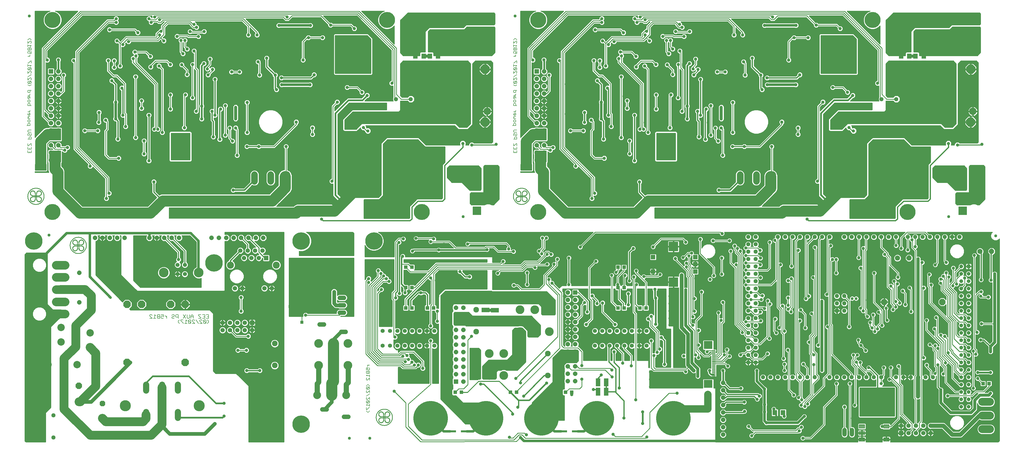
<source format=gbl>
G75*
G70*
%OFA0B0*%
%FSLAX24Y24*%
%IPPOS*%
%LPD*%
%AMOC8*
5,1,8,0,0,1.08239X$1,22.5*
%
%ADD10C,0.0050*%
%ADD11C,0.0060*%
%ADD12C,0.0885*%
%ADD13R,0.0197X0.0098*%
%ADD14C,0.0100*%
%ADD15C,0.0010*%
%ADD16R,0.0594X0.0594*%
%ADD17OC8,0.0594*%
%ADD18R,0.0098X0.0197*%
%ADD19C,0.1236*%
%ADD20OC8,0.1236*%
%ADD21C,0.1000*%
%ADD22OC8,0.0560*%
%ADD23OC8,0.0520*%
%ADD24C,0.1000*%
%ADD25OC8,0.0885*%
%ADD26C,0.0825*%
%ADD27OC8,0.0760*%
%ADD28C,0.1502*%
%ADD29C,0.0594*%
%ADD30C,0.0594*%
%ADD31C,0.0560*%
%ADD32C,0.1306*%
%ADD33C,0.0945*%
%ADD34OC8,0.0600*%
%ADD35C,0.0397*%
%ADD36C,0.0860*%
%ADD37OC8,0.0860*%
%ADD38OC8,0.0554*%
%ADD39C,0.1181*%
%ADD40C,0.0768*%
%ADD41C,0.4685*%
%ADD42R,0.0472X0.0472*%
%ADD43C,0.1065*%
%ADD44C,0.0515*%
%ADD45R,0.0515X0.0515*%
%ADD46C,0.0554*%
%ADD47R,0.0630X0.0709*%
%ADD48C,0.0083*%
%ADD49C,0.0400*%
%ADD50C,0.0700*%
%ADD51OC8,0.0700*%
%ADD52R,0.1181X0.1181*%
%ADD53C,0.1181*%
%ADD54R,0.0630X0.1063*%
%ADD55R,0.1063X0.0630*%
%ADD56R,0.0630X0.0710*%
%ADD57OC8,0.0906*%
%ADD58R,0.1600X0.0300*%
%ADD59R,0.1181X0.1063*%
%ADD60R,0.0472X0.0118*%
%ADD61R,0.1266X0.1266*%
%ADD62OC8,0.1000*%
%ADD63C,0.0600*%
%ADD64C,0.1063*%
%ADD65R,0.0396X0.0396*%
%ADD66OC8,0.0396*%
%ADD67C,0.0160*%
%ADD68C,0.1500*%
%ADD69C,0.0240*%
%ADD70C,0.0320*%
%ADD71C,0.0400*%
%ADD72C,0.0200*%
%ADD73C,0.0120*%
%ADD74C,0.0560*%
%ADD75R,0.0436X0.0436*%
%ADD76C,0.2165*%
%ADD77C,0.2362*%
%ADD78C,0.0500*%
%ADD79C,0.1200*%
%ADD80C,0.0700*%
D10*
X050128Y007835D02*
X050279Y007684D01*
X050429Y007684D01*
X050579Y007835D01*
X050203Y007995D02*
X050504Y008295D01*
X050579Y008295D01*
X050579Y008455D02*
X050579Y008755D01*
X050579Y008605D02*
X050128Y008605D01*
X050279Y008755D01*
X050203Y008915D02*
X050504Y009216D01*
X050579Y009141D01*
X050579Y008990D01*
X050504Y008915D01*
X050203Y008915D01*
X050128Y008990D01*
X050128Y009141D01*
X050203Y009216D01*
X050504Y009216D01*
X050579Y009376D02*
X050579Y009676D01*
X050279Y009376D01*
X050203Y009376D01*
X050128Y009451D01*
X050128Y009601D01*
X050203Y009676D01*
X050128Y009836D02*
X050579Y010136D01*
X050579Y010297D02*
X050579Y010597D01*
X050279Y010297D01*
X050203Y010297D01*
X050128Y010372D01*
X050128Y010522D01*
X050203Y010597D01*
X050203Y010757D02*
X050504Y011057D01*
X050579Y010982D01*
X050579Y010832D01*
X050504Y010757D01*
X050203Y010757D01*
X050128Y010832D01*
X050128Y010982D01*
X050203Y011057D01*
X050504Y011057D01*
X050579Y011214D02*
X050429Y011364D01*
X050279Y011364D01*
X050128Y011214D01*
X050203Y011985D02*
X050128Y012060D01*
X050128Y012210D01*
X050203Y012285D01*
X050203Y011985D02*
X050279Y011985D01*
X050579Y012285D01*
X050579Y011985D01*
X050579Y012445D02*
X050579Y012745D01*
X050579Y012595D02*
X050128Y012595D01*
X050279Y012745D01*
X050279Y012905D02*
X050354Y012981D01*
X050354Y013206D01*
X050354Y013366D02*
X050504Y013366D01*
X050579Y013441D01*
X050579Y013591D01*
X050504Y013666D01*
X050354Y013666D02*
X050279Y013516D01*
X050279Y013441D01*
X050354Y013366D01*
X050128Y013366D02*
X050128Y013666D01*
X050354Y013666D01*
X050279Y013825D02*
X050279Y013900D01*
X050429Y014050D01*
X050579Y014050D02*
X050279Y014050D01*
X050128Y013206D02*
X050128Y012981D01*
X050203Y012905D01*
X050279Y012905D01*
X050354Y012981D02*
X050429Y012905D01*
X050504Y012905D01*
X050579Y012981D01*
X050579Y013206D01*
X050128Y013206D01*
X050128Y008295D02*
X050128Y007995D01*
X050203Y007995D01*
X070054Y042800D02*
X070054Y043100D01*
X070054Y043261D02*
X070054Y043561D01*
X070054Y043721D02*
X070054Y044021D01*
X070054Y043721D02*
X070129Y043721D01*
X070430Y044021D01*
X070505Y044021D01*
X070505Y043721D01*
X070505Y043561D02*
X070505Y043261D01*
X070054Y043261D01*
X070279Y043261D02*
X070279Y043411D01*
X070505Y043100D02*
X070505Y042800D01*
X070054Y042800D01*
X070279Y042800D02*
X070279Y042950D01*
X070204Y044642D02*
X070204Y044867D01*
X070279Y044942D01*
X070430Y044942D01*
X070505Y044867D01*
X070505Y044642D01*
X070054Y044642D01*
X070129Y045102D02*
X070054Y045177D01*
X070054Y045327D01*
X070129Y045402D01*
X070204Y045402D01*
X070279Y045327D01*
X070279Y045177D01*
X070354Y045102D01*
X070430Y045102D01*
X070505Y045177D01*
X070505Y045327D01*
X070430Y045402D01*
X070505Y045563D02*
X070129Y045563D01*
X070054Y045638D01*
X070054Y045788D01*
X070129Y045863D01*
X070505Y045863D01*
X070354Y046483D02*
X070354Y046709D01*
X070279Y046784D01*
X070129Y046784D01*
X070054Y046709D01*
X070054Y046483D01*
X069904Y046483D02*
X070354Y046483D01*
X070279Y046944D02*
X070129Y046944D01*
X070054Y047019D01*
X070054Y047169D01*
X070129Y047244D01*
X070279Y047244D01*
X070354Y047169D01*
X070354Y047019D01*
X070279Y046944D01*
X070354Y047404D02*
X070129Y047404D01*
X070054Y047479D01*
X070129Y047554D01*
X070054Y047629D01*
X070129Y047704D01*
X070354Y047704D01*
X070279Y047865D02*
X070354Y047940D01*
X070354Y048090D01*
X070279Y048165D01*
X070204Y048165D01*
X070204Y047865D01*
X070129Y047865D02*
X070279Y047865D01*
X070129Y047865D02*
X070054Y047940D01*
X070054Y048090D01*
X070054Y048325D02*
X070354Y048325D01*
X070204Y048325D02*
X070354Y048475D01*
X070354Y048550D01*
X070354Y049169D02*
X070354Y049394D01*
X070279Y049469D01*
X070129Y049469D01*
X070054Y049394D01*
X070054Y049169D01*
X070505Y049169D01*
X070279Y049629D02*
X070129Y049629D01*
X070054Y049704D01*
X070054Y049855D01*
X070129Y049930D01*
X070279Y049930D01*
X070354Y049855D01*
X070354Y049704D01*
X070279Y049629D01*
X070129Y050090D02*
X070204Y050165D01*
X070204Y050390D01*
X070279Y050390D02*
X070054Y050390D01*
X070054Y050165D01*
X070129Y050090D01*
X070354Y050165D02*
X070354Y050315D01*
X070279Y050390D01*
X070204Y050550D02*
X070354Y050700D01*
X070354Y050775D01*
X070279Y050934D02*
X070354Y051009D01*
X070354Y051234D01*
X070505Y051234D02*
X070054Y051234D01*
X070054Y051009D01*
X070129Y050934D01*
X070279Y050934D01*
X070354Y050550D02*
X070054Y050550D01*
X070204Y051855D02*
X070354Y051855D01*
X070505Y052005D01*
X070430Y052162D02*
X070505Y052237D01*
X070505Y052387D01*
X070430Y052462D01*
X070129Y052162D01*
X070054Y052237D01*
X070054Y052387D01*
X070129Y052462D01*
X070430Y052462D01*
X070430Y052622D02*
X070505Y052697D01*
X070505Y052847D01*
X070430Y052922D01*
X070354Y052922D01*
X070054Y052622D01*
X070054Y052922D01*
X070054Y053082D02*
X070505Y053383D01*
X070430Y053543D02*
X070505Y053618D01*
X070505Y053768D01*
X070430Y053843D01*
X070354Y053843D01*
X070054Y053543D01*
X070054Y053843D01*
X070129Y054003D02*
X070430Y054303D01*
X070129Y054303D01*
X070054Y054228D01*
X070054Y054078D01*
X070129Y054003D01*
X070430Y054003D01*
X070505Y054078D01*
X070505Y054228D01*
X070430Y054303D01*
X070354Y054463D02*
X070505Y054614D01*
X070054Y054614D01*
X070054Y054764D02*
X070054Y054463D01*
X070054Y054924D02*
X070129Y054924D01*
X070430Y055224D01*
X070505Y055224D01*
X070505Y054924D01*
X070354Y055845D02*
X070054Y055845D01*
X070204Y055845D02*
X070354Y055995D01*
X070354Y056070D01*
X070279Y056228D02*
X070354Y056378D01*
X070354Y056454D01*
X070279Y056529D01*
X070129Y056529D01*
X070054Y056454D01*
X070054Y056303D01*
X070129Y056228D01*
X070279Y056228D02*
X070505Y056228D01*
X070505Y056529D01*
X070505Y056689D02*
X070505Y056914D01*
X070430Y056989D01*
X070354Y056989D01*
X070279Y056914D01*
X070279Y056689D01*
X070054Y056689D02*
X070054Y056914D01*
X070129Y056989D01*
X070204Y056989D01*
X070279Y056914D01*
X070354Y057149D02*
X070505Y057299D01*
X070054Y057299D01*
X070054Y057149D02*
X070054Y057449D01*
X070054Y057609D02*
X070354Y057910D01*
X070430Y057910D01*
X070505Y057835D01*
X070505Y057685D01*
X070430Y057609D01*
X070054Y057609D02*
X070054Y057910D01*
X070054Y058070D02*
X070204Y058220D01*
X070354Y058220D01*
X070505Y058070D01*
X070505Y056689D02*
X070054Y056689D01*
X070129Y052162D02*
X070430Y052162D01*
X070204Y051855D02*
X070054Y052005D01*
X004757Y052005D02*
X004606Y051855D01*
X004456Y051855D01*
X004306Y052005D01*
X004381Y052162D02*
X004681Y052462D01*
X004381Y052462D01*
X004306Y052387D01*
X004306Y052237D01*
X004381Y052162D01*
X004681Y052162D01*
X004757Y052237D01*
X004757Y052387D01*
X004681Y052462D01*
X004681Y052622D02*
X004757Y052697D01*
X004757Y052847D01*
X004681Y052922D01*
X004606Y052922D01*
X004306Y052622D01*
X004306Y052922D01*
X004306Y053082D02*
X004757Y053383D01*
X004681Y053543D02*
X004757Y053618D01*
X004757Y053768D01*
X004681Y053843D01*
X004606Y053843D01*
X004306Y053543D01*
X004306Y053843D01*
X004381Y054003D02*
X004681Y054303D01*
X004381Y054303D01*
X004306Y054228D01*
X004306Y054078D01*
X004381Y054003D01*
X004681Y054003D01*
X004757Y054078D01*
X004757Y054228D01*
X004681Y054303D01*
X004606Y054463D02*
X004757Y054614D01*
X004306Y054614D01*
X004306Y054764D02*
X004306Y054463D01*
X004306Y054924D02*
X004381Y054924D01*
X004681Y055224D01*
X004757Y055224D01*
X004757Y054924D01*
X004606Y055845D02*
X004306Y055845D01*
X004456Y055845D02*
X004606Y055995D01*
X004606Y056070D01*
X004531Y056228D02*
X004606Y056378D01*
X004606Y056454D01*
X004531Y056529D01*
X004381Y056529D01*
X004306Y056454D01*
X004306Y056303D01*
X004381Y056228D01*
X004531Y056228D02*
X004757Y056228D01*
X004757Y056529D01*
X004757Y056689D02*
X004757Y056914D01*
X004681Y056989D01*
X004606Y056989D01*
X004531Y056914D01*
X004531Y056689D01*
X004306Y056689D02*
X004306Y056914D01*
X004381Y056989D01*
X004456Y056989D01*
X004531Y056914D01*
X004606Y057149D02*
X004757Y057299D01*
X004306Y057299D01*
X004306Y057149D02*
X004306Y057449D01*
X004306Y057609D02*
X004606Y057910D01*
X004681Y057910D01*
X004757Y057835D01*
X004757Y057685D01*
X004681Y057609D01*
X004306Y057609D02*
X004306Y057910D01*
X004306Y058070D02*
X004456Y058220D01*
X004606Y058220D01*
X004757Y058070D01*
X004757Y056689D02*
X004306Y056689D01*
X004306Y051234D02*
X004306Y051009D01*
X004381Y050934D01*
X004531Y050934D01*
X004606Y051009D01*
X004606Y051234D01*
X004757Y051234D02*
X004306Y051234D01*
X004606Y050775D02*
X004606Y050700D01*
X004456Y050550D01*
X004306Y050550D02*
X004606Y050550D01*
X004531Y050390D02*
X004306Y050390D01*
X004306Y050165D01*
X004381Y050090D01*
X004456Y050165D01*
X004456Y050390D01*
X004531Y050390D02*
X004606Y050315D01*
X004606Y050165D01*
X004531Y049930D02*
X004606Y049855D01*
X004606Y049704D01*
X004531Y049629D01*
X004381Y049629D01*
X004306Y049704D01*
X004306Y049855D01*
X004381Y049930D01*
X004531Y049930D01*
X004531Y049469D02*
X004606Y049394D01*
X004606Y049169D01*
X004757Y049169D02*
X004306Y049169D01*
X004306Y049394D01*
X004381Y049469D01*
X004531Y049469D01*
X004606Y048550D02*
X004606Y048475D01*
X004456Y048325D01*
X004306Y048325D02*
X004606Y048325D01*
X004531Y048165D02*
X004456Y048165D01*
X004456Y047865D01*
X004381Y047865D02*
X004531Y047865D01*
X004606Y047940D01*
X004606Y048090D01*
X004531Y048165D01*
X004306Y048090D02*
X004306Y047940D01*
X004381Y047865D01*
X004381Y047704D02*
X004606Y047704D01*
X004381Y047704D02*
X004306Y047629D01*
X004381Y047554D01*
X004306Y047479D01*
X004381Y047404D01*
X004606Y047404D01*
X004531Y047244D02*
X004606Y047169D01*
X004606Y047019D01*
X004531Y046944D01*
X004381Y046944D01*
X004306Y047019D01*
X004306Y047169D01*
X004381Y047244D01*
X004531Y047244D01*
X004531Y046784D02*
X004381Y046784D01*
X004306Y046709D01*
X004306Y046483D01*
X004156Y046483D02*
X004606Y046483D01*
X004606Y046709D01*
X004531Y046784D01*
X004381Y045863D02*
X004757Y045863D01*
X004757Y045563D02*
X004381Y045563D01*
X004306Y045638D01*
X004306Y045788D01*
X004381Y045863D01*
X004381Y045402D02*
X004306Y045327D01*
X004306Y045177D01*
X004381Y045102D01*
X004531Y045177D02*
X004531Y045327D01*
X004456Y045402D01*
X004381Y045402D01*
X004531Y045177D02*
X004606Y045102D01*
X004681Y045102D01*
X004757Y045177D01*
X004757Y045327D01*
X004681Y045402D01*
X004681Y044942D02*
X004531Y044942D01*
X004456Y044867D01*
X004456Y044642D01*
X004306Y044642D02*
X004757Y044642D01*
X004757Y044867D01*
X004681Y044942D01*
X004681Y044021D02*
X004381Y043721D01*
X004306Y043721D01*
X004306Y044021D01*
X004681Y044021D02*
X004757Y044021D01*
X004757Y043721D01*
X004757Y043561D02*
X004757Y043261D01*
X004306Y043261D01*
X004306Y043561D01*
X004531Y043411D02*
X004531Y043261D01*
X004306Y043100D02*
X004306Y042800D01*
X004757Y042800D01*
X004757Y043100D01*
X004531Y042950D02*
X004531Y042800D01*
D11*
X020874Y020862D02*
X021041Y020862D01*
X021124Y020778D01*
X020874Y020862D02*
X020791Y020778D01*
X020791Y020695D01*
X021124Y020361D01*
X020791Y020361D01*
X021306Y020361D02*
X021640Y020361D01*
X021473Y020361D02*
X021473Y020862D01*
X021640Y020695D01*
X021822Y020695D02*
X021905Y020611D01*
X022155Y020611D01*
X022337Y020611D02*
X022337Y020445D01*
X022421Y020361D01*
X022588Y020361D01*
X022671Y020445D01*
X022671Y020611D02*
X022504Y020695D01*
X022421Y020695D01*
X022337Y020611D01*
X022337Y020862D02*
X022671Y020862D01*
X022671Y020611D01*
X022851Y020695D02*
X022934Y020695D01*
X023101Y020528D01*
X023101Y020361D02*
X023101Y020695D01*
X023798Y020778D02*
X023882Y020862D01*
X024049Y020862D01*
X024132Y020778D01*
X024132Y020695D01*
X024049Y020611D01*
X023882Y020611D01*
X023798Y020528D01*
X023798Y020445D01*
X023882Y020361D01*
X024049Y020361D01*
X024132Y020445D01*
X024314Y020611D02*
X024314Y020778D01*
X024397Y020862D01*
X024648Y020862D01*
X024648Y020361D01*
X024648Y020528D02*
X024397Y020528D01*
X024314Y020611D01*
X024820Y020162D02*
X024653Y019995D01*
X024653Y019828D01*
X024820Y019661D01*
X025002Y020078D02*
X025335Y019745D01*
X025335Y019661D01*
X025517Y019661D02*
X025851Y019661D01*
X025684Y019661D02*
X025684Y020162D01*
X025851Y019995D01*
X026033Y020078D02*
X026367Y019745D01*
X026283Y019661D01*
X026116Y019661D01*
X026033Y019745D01*
X026033Y020078D01*
X026116Y020162D01*
X026283Y020162D01*
X026367Y020078D01*
X026367Y019745D01*
X026549Y019661D02*
X026882Y019661D01*
X026549Y019995D01*
X026549Y020078D01*
X026632Y020162D01*
X026799Y020162D01*
X026882Y020078D01*
X027064Y020162D02*
X027398Y019661D01*
X027580Y019661D02*
X027913Y019661D01*
X027580Y019995D01*
X027580Y020078D01*
X027663Y020162D01*
X027830Y020162D01*
X027913Y020078D01*
X028095Y020078D02*
X028429Y019745D01*
X028346Y019661D01*
X028179Y019661D01*
X028095Y019745D01*
X028095Y020078D01*
X028179Y020162D01*
X028346Y020162D01*
X028429Y020078D01*
X028429Y019745D01*
X028606Y019661D02*
X028773Y019828D01*
X028773Y019995D01*
X028606Y020162D01*
X028773Y020361D02*
X028439Y020361D01*
X028257Y020361D02*
X027924Y020361D01*
X027742Y020361D02*
X027408Y020361D01*
X027742Y020361D02*
X027742Y020445D01*
X027408Y020778D01*
X027408Y020862D01*
X027742Y020862D01*
X027924Y020862D02*
X028257Y020862D01*
X028257Y020361D01*
X028257Y020611D02*
X028090Y020611D01*
X028439Y020862D02*
X028773Y020862D01*
X028773Y020361D01*
X028773Y020611D02*
X028606Y020611D01*
X026710Y020611D02*
X026377Y020611D01*
X026377Y020695D02*
X026377Y020361D01*
X026195Y020445D02*
X026111Y020361D01*
X025944Y020361D01*
X025861Y020445D01*
X025861Y020862D01*
X025679Y020862D02*
X025345Y020361D01*
X025335Y020162D02*
X025002Y020162D01*
X025002Y020078D01*
X025679Y020361D02*
X025345Y020862D01*
X026195Y020862D02*
X026195Y020445D01*
X026377Y020695D02*
X026543Y020862D01*
X026710Y020695D01*
X026710Y020361D01*
X022155Y020361D02*
X021905Y020361D01*
X021822Y020445D01*
X021822Y020528D01*
X021905Y020611D01*
X021822Y020695D02*
X021822Y020778D01*
X021905Y020862D01*
X022155Y020862D01*
X022155Y020361D01*
D12*
X034973Y038933D02*
X034973Y039818D01*
X037173Y039818D02*
X037173Y038933D01*
X039373Y038933D02*
X039373Y039818D01*
X100722Y039818D02*
X100722Y038933D01*
X102922Y038933D02*
X102922Y039818D01*
X105122Y039818D02*
X105122Y038933D01*
D13*
X112504Y035971D03*
X112504Y035879D03*
X105592Y007396D03*
X105592Y007304D03*
X046756Y035879D03*
X046756Y035971D03*
D14*
X003906Y003765D02*
X003946Y003710D01*
X004002Y003669D01*
X006712Y003669D01*
X006712Y003645D02*
X004103Y003645D01*
X004068Y003648D01*
X004002Y003669D01*
X003906Y003765D02*
X003884Y003831D01*
X003882Y003866D01*
X006712Y003866D01*
X006712Y003768D02*
X003905Y003768D01*
X003882Y003866D02*
X003882Y028995D01*
X004112Y029225D01*
X006937Y029225D01*
X006937Y022275D01*
X007662Y021550D01*
X008787Y021550D01*
X008787Y020450D01*
X008637Y020450D01*
X007412Y019225D01*
X007412Y008300D01*
X006712Y007600D01*
X006712Y003645D01*
X006712Y003965D02*
X003882Y003965D01*
X003882Y004063D02*
X006712Y004063D01*
X006712Y004162D02*
X003882Y004162D01*
X003882Y004260D02*
X006712Y004260D01*
X006712Y004359D02*
X003882Y004359D01*
X003882Y004457D02*
X006712Y004457D01*
X006712Y004556D02*
X003882Y004556D01*
X003882Y004654D02*
X006712Y004654D01*
X006712Y004753D02*
X003882Y004753D01*
X003882Y004851D02*
X006712Y004851D01*
X006712Y004950D02*
X003882Y004950D01*
X003882Y005048D02*
X006712Y005048D01*
X006712Y005147D02*
X003882Y005147D01*
X003882Y005245D02*
X006712Y005245D01*
X006712Y005344D02*
X003882Y005344D01*
X003882Y005442D02*
X006712Y005442D01*
X006712Y005541D02*
X003882Y005541D01*
X003882Y005639D02*
X006712Y005639D01*
X006712Y005738D02*
X003882Y005738D01*
X003882Y005836D02*
X006712Y005836D01*
X006712Y005935D02*
X003882Y005935D01*
X003882Y006033D02*
X006712Y006033D01*
X006712Y006132D02*
X003882Y006132D01*
X003882Y006230D02*
X006712Y006230D01*
X006712Y006329D02*
X003882Y006329D01*
X003882Y006427D02*
X006712Y006427D01*
X006712Y006526D02*
X003882Y006526D01*
X003882Y006624D02*
X006712Y006624D01*
X006712Y006723D02*
X003882Y006723D01*
X003882Y006821D02*
X006712Y006821D01*
X006712Y006920D02*
X003882Y006920D01*
X003882Y007018D02*
X006712Y007018D01*
X006712Y007117D02*
X003882Y007117D01*
X003882Y007215D02*
X006712Y007215D01*
X006712Y007314D02*
X003882Y007314D01*
X003882Y007412D02*
X006712Y007412D01*
X006712Y007511D02*
X003882Y007511D01*
X003882Y007609D02*
X006721Y007609D01*
X006819Y007708D02*
X003882Y007708D01*
X003882Y007806D02*
X006918Y007806D01*
X007016Y007905D02*
X003882Y007905D01*
X003882Y008003D02*
X007115Y008003D01*
X007213Y008102D02*
X003882Y008102D01*
X003882Y008200D02*
X007312Y008200D01*
X007410Y008299D02*
X003882Y008299D01*
X003882Y008397D02*
X007412Y008397D01*
X007412Y008496D02*
X003882Y008496D01*
X003882Y008594D02*
X007412Y008594D01*
X007412Y008693D02*
X003882Y008693D01*
X003882Y008791D02*
X007412Y008791D01*
X007412Y008890D02*
X003882Y008890D01*
X003882Y008988D02*
X007412Y008988D01*
X007412Y009087D02*
X003882Y009087D01*
X003882Y009185D02*
X007412Y009185D01*
X007412Y009284D02*
X003882Y009284D01*
X003882Y009382D02*
X007412Y009382D01*
X007412Y009481D02*
X003882Y009481D01*
X003882Y009579D02*
X007412Y009579D01*
X007412Y009678D02*
X003882Y009678D01*
X003882Y009776D02*
X007412Y009776D01*
X007412Y009875D02*
X003882Y009875D01*
X003882Y009973D02*
X007412Y009973D01*
X007412Y010072D02*
X003882Y010072D01*
X003882Y010170D02*
X007412Y010170D01*
X007412Y010269D02*
X003882Y010269D01*
X003882Y010367D02*
X007412Y010367D01*
X007412Y010466D02*
X003882Y010466D01*
X003882Y010564D02*
X007412Y010564D01*
X007412Y010663D02*
X003882Y010663D01*
X003882Y010761D02*
X007412Y010761D01*
X007412Y010860D02*
X003882Y010860D01*
X003882Y010958D02*
X007412Y010958D01*
X007412Y011057D02*
X003882Y011057D01*
X003882Y011155D02*
X007412Y011155D01*
X007412Y011254D02*
X003882Y011254D01*
X003882Y011352D02*
X007412Y011352D01*
X007412Y011451D02*
X003882Y011451D01*
X003882Y011549D02*
X007412Y011549D01*
X007412Y011648D02*
X003882Y011648D01*
X003882Y011746D02*
X007412Y011746D01*
X007412Y011845D02*
X003882Y011845D01*
X003882Y011943D02*
X007412Y011943D01*
X007412Y012042D02*
X003882Y012042D01*
X003882Y012140D02*
X007412Y012140D01*
X007412Y012239D02*
X003882Y012239D01*
X003882Y012337D02*
X007412Y012337D01*
X007412Y012436D02*
X003882Y012436D01*
X003882Y012534D02*
X007412Y012534D01*
X007412Y012633D02*
X003882Y012633D01*
X003882Y012731D02*
X007412Y012731D01*
X007412Y012830D02*
X003882Y012830D01*
X003882Y012928D02*
X007412Y012928D01*
X007412Y013027D02*
X003882Y013027D01*
X003882Y013125D02*
X007412Y013125D01*
X007412Y013224D02*
X003882Y013224D01*
X003882Y013322D02*
X007412Y013322D01*
X007412Y013421D02*
X003882Y013421D01*
X003882Y013519D02*
X007412Y013519D01*
X007412Y013618D02*
X003882Y013618D01*
X003882Y013716D02*
X007412Y013716D01*
X007412Y013815D02*
X003882Y013815D01*
X003882Y013913D02*
X007412Y013913D01*
X007412Y014012D02*
X003882Y014012D01*
X003882Y014110D02*
X007412Y014110D01*
X007412Y014209D02*
X003882Y014209D01*
X003882Y014307D02*
X007412Y014307D01*
X007412Y014406D02*
X003882Y014406D01*
X003882Y014504D02*
X007412Y014504D01*
X007412Y014603D02*
X003882Y014603D01*
X003882Y014701D02*
X007412Y014701D01*
X007412Y014800D02*
X003882Y014800D01*
X003882Y014898D02*
X007412Y014898D01*
X007412Y014997D02*
X003882Y014997D01*
X003882Y015095D02*
X007412Y015095D01*
X007412Y015194D02*
X003882Y015194D01*
X003882Y015292D02*
X007412Y015292D01*
X007412Y015391D02*
X003882Y015391D01*
X003882Y015489D02*
X007412Y015489D01*
X007412Y015588D02*
X003882Y015588D01*
X003882Y015686D02*
X007412Y015686D01*
X007412Y015785D02*
X003882Y015785D01*
X003882Y015883D02*
X007412Y015883D01*
X007412Y015982D02*
X003882Y015982D01*
X003882Y016080D02*
X007412Y016080D01*
X007412Y016179D02*
X003882Y016179D01*
X003882Y016277D02*
X007412Y016277D01*
X007412Y016376D02*
X003882Y016376D01*
X003882Y016474D02*
X007412Y016474D01*
X007412Y016573D02*
X003882Y016573D01*
X003882Y016671D02*
X007412Y016671D01*
X007412Y016770D02*
X003882Y016770D01*
X003882Y016868D02*
X007412Y016868D01*
X007412Y016967D02*
X003882Y016967D01*
X003882Y017065D02*
X007412Y017065D01*
X007412Y017164D02*
X003882Y017164D01*
X003882Y017262D02*
X007412Y017262D01*
X007412Y017361D02*
X003882Y017361D01*
X003882Y017459D02*
X007412Y017459D01*
X007412Y017558D02*
X003882Y017558D01*
X003882Y017656D02*
X007412Y017656D01*
X007412Y017755D02*
X003882Y017755D01*
X003882Y017853D02*
X007412Y017853D01*
X007412Y017952D02*
X003882Y017952D01*
X003882Y018050D02*
X007412Y018050D01*
X007412Y018149D02*
X003882Y018149D01*
X003882Y018247D02*
X007412Y018247D01*
X007412Y018346D02*
X003882Y018346D01*
X003882Y018444D02*
X007412Y018444D01*
X007412Y018543D02*
X003882Y018543D01*
X003882Y018641D02*
X007412Y018641D01*
X007412Y018740D02*
X003882Y018740D01*
X003882Y018838D02*
X007412Y018838D01*
X007412Y018937D02*
X003882Y018937D01*
X003882Y019035D02*
X007412Y019035D01*
X007412Y019134D02*
X003882Y019134D01*
X003882Y019232D02*
X007419Y019232D01*
X007517Y019331D02*
X003882Y019331D01*
X003882Y019429D02*
X007616Y019429D01*
X007714Y019528D02*
X003882Y019528D01*
X003882Y019626D02*
X007813Y019626D01*
X007911Y019725D02*
X003882Y019725D01*
X003882Y019823D02*
X008010Y019823D01*
X008108Y019922D02*
X003882Y019922D01*
X003882Y020020D02*
X008207Y020020D01*
X008305Y020119D02*
X006287Y020119D01*
X006395Y020164D02*
X006660Y020428D01*
X006803Y020774D01*
X006803Y021148D01*
X006660Y021494D01*
X006395Y021758D01*
X006050Y021902D01*
X005676Y021902D01*
X005330Y021758D01*
X005065Y021494D01*
X004922Y021148D01*
X004922Y020774D01*
X005065Y020428D01*
X005330Y020164D01*
X005676Y020020D01*
X006050Y020020D01*
X006395Y020164D01*
X006449Y020217D02*
X008404Y020217D01*
X008502Y020316D02*
X006548Y020316D01*
X006646Y020414D02*
X008601Y020414D01*
X008787Y020513D02*
X006695Y020513D01*
X006736Y020611D02*
X008787Y020611D01*
X008787Y020710D02*
X006777Y020710D01*
X006803Y020808D02*
X008787Y020808D01*
X008787Y020907D02*
X006803Y020907D01*
X006803Y021005D02*
X008787Y021005D01*
X008787Y021104D02*
X006803Y021104D01*
X006781Y021202D02*
X008787Y021202D01*
X008787Y021301D02*
X006740Y021301D01*
X006699Y021399D02*
X008787Y021399D01*
X008787Y021498D02*
X006656Y021498D01*
X006558Y021596D02*
X007616Y021596D01*
X007517Y021695D02*
X006459Y021695D01*
X006311Y021793D02*
X007419Y021793D01*
X007320Y021892D02*
X006073Y021892D01*
X005652Y021892D02*
X003882Y021892D01*
X003882Y021990D02*
X007222Y021990D01*
X007123Y022089D02*
X003882Y022089D01*
X003882Y022187D02*
X007025Y022187D01*
X006937Y022286D02*
X003882Y022286D01*
X003882Y022384D02*
X006937Y022384D01*
X006937Y022483D02*
X003882Y022483D01*
X003882Y022581D02*
X006937Y022581D01*
X006937Y022680D02*
X003882Y022680D01*
X003882Y022778D02*
X006937Y022778D01*
X006937Y022877D02*
X003882Y022877D01*
X003882Y022975D02*
X006937Y022975D01*
X006937Y023074D02*
X003882Y023074D01*
X003882Y023172D02*
X006937Y023172D01*
X006937Y023271D02*
X003882Y023271D01*
X003882Y023369D02*
X006937Y023369D01*
X006937Y023468D02*
X003882Y023468D01*
X003882Y023566D02*
X006937Y023566D01*
X006937Y023665D02*
X003882Y023665D01*
X003882Y023763D02*
X006937Y023763D01*
X006937Y023862D02*
X003882Y023862D01*
X003882Y023960D02*
X006937Y023960D01*
X006937Y024059D02*
X003882Y024059D01*
X003882Y024157D02*
X006937Y024157D01*
X006937Y024256D02*
X003882Y024256D01*
X003882Y024354D02*
X006937Y024354D01*
X006937Y024453D02*
X003882Y024453D01*
X003882Y024551D02*
X006937Y024551D01*
X006937Y024650D02*
X003882Y024650D01*
X003882Y024748D02*
X006937Y024748D01*
X006937Y024847D02*
X003882Y024847D01*
X003882Y024945D02*
X006937Y024945D01*
X006937Y025044D02*
X003882Y025044D01*
X003882Y025142D02*
X006937Y025142D01*
X006937Y025241D02*
X003882Y025241D01*
X003882Y025339D02*
X006937Y025339D01*
X006937Y025438D02*
X003882Y025438D01*
X003882Y025536D02*
X006937Y025536D01*
X006937Y025635D02*
X003882Y025635D01*
X003882Y025733D02*
X006937Y025733D01*
X006937Y025832D02*
X003882Y025832D01*
X003882Y025930D02*
X006937Y025930D01*
X006937Y026029D02*
X003882Y026029D01*
X003882Y026127D02*
X006937Y026127D01*
X006937Y026226D02*
X003882Y026226D01*
X003882Y026324D02*
X006937Y026324D01*
X006937Y026423D02*
X003882Y026423D01*
X003882Y026521D02*
X006937Y026521D01*
X006937Y026620D02*
X003882Y026620D01*
X003882Y026718D02*
X005474Y026718D01*
X005330Y026778D02*
X005676Y026635D01*
X006050Y026635D01*
X006395Y026778D01*
X006660Y027042D01*
X006803Y027388D01*
X006803Y027762D01*
X006660Y028108D01*
X006395Y028373D01*
X006050Y028516D01*
X005676Y028516D01*
X005330Y028373D01*
X005065Y028108D01*
X004922Y027762D01*
X004922Y027388D01*
X005065Y027042D01*
X005330Y026778D01*
X005291Y026817D02*
X003882Y026817D01*
X003882Y026915D02*
X005192Y026915D01*
X005094Y027014D02*
X003882Y027014D01*
X003882Y027112D02*
X005036Y027112D01*
X004996Y027211D02*
X003882Y027211D01*
X003882Y027309D02*
X004955Y027309D01*
X004922Y027408D02*
X003882Y027408D01*
X003882Y027506D02*
X004922Y027506D01*
X004922Y027605D02*
X003882Y027605D01*
X003882Y027703D02*
X004922Y027703D01*
X004938Y027802D02*
X003882Y027802D01*
X003882Y027900D02*
X004979Y027900D01*
X005020Y027999D02*
X003882Y027999D01*
X003882Y028097D02*
X005061Y028097D01*
X005153Y028196D02*
X003882Y028196D01*
X003882Y028294D02*
X005252Y028294D01*
X005379Y028393D02*
X003882Y028393D01*
X003882Y028491D02*
X005616Y028491D01*
X006109Y028491D02*
X006937Y028491D01*
X006937Y028393D02*
X006347Y028393D01*
X006474Y028294D02*
X006937Y028294D01*
X006937Y028196D02*
X006572Y028196D01*
X006664Y028097D02*
X006937Y028097D01*
X006937Y027999D02*
X006705Y027999D01*
X006746Y027900D02*
X006937Y027900D01*
X006937Y027802D02*
X006787Y027802D01*
X006803Y027703D02*
X006937Y027703D01*
X006937Y027605D02*
X006803Y027605D01*
X006803Y027506D02*
X006937Y027506D01*
X006937Y027408D02*
X006803Y027408D01*
X006771Y027309D02*
X006937Y027309D01*
X006937Y027211D02*
X006730Y027211D01*
X006689Y027112D02*
X006937Y027112D01*
X006937Y027014D02*
X006631Y027014D01*
X006533Y026915D02*
X006937Y026915D01*
X006937Y026817D02*
X006434Y026817D01*
X006252Y026718D02*
X006937Y026718D01*
X006937Y028590D02*
X003882Y028590D01*
X003882Y028688D02*
X006937Y028688D01*
X006937Y028787D02*
X003882Y028787D01*
X003882Y028885D02*
X006937Y028885D01*
X006937Y028984D02*
X003882Y028984D01*
X003969Y029082D02*
X006937Y029082D01*
X006937Y029181D02*
X004067Y029181D01*
X010697Y030176D02*
X011524Y030176D01*
X011524Y030333D02*
X010697Y030333D01*
X010010Y030254D02*
X010012Y030320D01*
X010018Y030385D01*
X010028Y030450D01*
X010041Y030515D01*
X010059Y030578D01*
X010080Y030641D01*
X010105Y030701D01*
X010134Y030761D01*
X010166Y030818D01*
X010201Y030874D01*
X010240Y030927D01*
X010282Y030978D01*
X010326Y031026D01*
X010374Y031071D01*
X010424Y031114D01*
X010477Y031153D01*
X010532Y031190D01*
X010589Y031223D01*
X010648Y031252D01*
X010708Y031278D01*
X010770Y031300D01*
X010833Y031319D01*
X010897Y031333D01*
X010962Y031344D01*
X011028Y031351D01*
X011094Y031354D01*
X011159Y031353D01*
X011225Y031348D01*
X011290Y031339D01*
X011355Y031326D01*
X011418Y031310D01*
X011481Y031290D01*
X011542Y031265D01*
X011602Y031238D01*
X011660Y031207D01*
X011716Y031172D01*
X011770Y031134D01*
X011821Y031093D01*
X011870Y031049D01*
X011916Y031002D01*
X011960Y030953D01*
X012000Y030901D01*
X012037Y030846D01*
X012071Y030790D01*
X012101Y030731D01*
X012128Y030671D01*
X012151Y030610D01*
X012170Y030547D01*
X012186Y030483D01*
X012198Y030418D01*
X012206Y030353D01*
X012210Y030287D01*
X012210Y030221D01*
X012206Y030155D01*
X012198Y030090D01*
X012186Y030025D01*
X012170Y029961D01*
X012151Y029898D01*
X012128Y029837D01*
X012101Y029777D01*
X012071Y029718D01*
X012037Y029662D01*
X012000Y029607D01*
X011960Y029555D01*
X011916Y029506D01*
X011870Y029459D01*
X011821Y029415D01*
X011770Y029374D01*
X011716Y029336D01*
X011660Y029301D01*
X011602Y029270D01*
X011542Y029243D01*
X011481Y029218D01*
X011418Y029198D01*
X011355Y029182D01*
X011290Y029169D01*
X011225Y029160D01*
X011159Y029155D01*
X011094Y029154D01*
X011028Y029157D01*
X010962Y029164D01*
X010897Y029175D01*
X010833Y029189D01*
X010770Y029208D01*
X010708Y029230D01*
X010648Y029256D01*
X010589Y029285D01*
X010532Y029318D01*
X010477Y029355D01*
X010424Y029394D01*
X010374Y029437D01*
X010326Y029482D01*
X010282Y029530D01*
X010240Y029581D01*
X010201Y029634D01*
X010166Y029690D01*
X010134Y029747D01*
X010105Y029807D01*
X010080Y029867D01*
X010059Y029930D01*
X010041Y029993D01*
X010028Y030058D01*
X010018Y030123D01*
X010012Y030188D01*
X010010Y030254D01*
X011012Y029861D02*
X011012Y030648D01*
X011209Y030648D02*
X011209Y029861D01*
X013487Y029870D02*
X016912Y029870D01*
X016912Y029772D02*
X013487Y029772D01*
X013487Y029673D02*
X016912Y029673D01*
X016912Y029575D02*
X013487Y029575D01*
X013487Y029476D02*
X016912Y029476D01*
X016912Y029378D02*
X013487Y029378D01*
X013487Y029279D02*
X016912Y029279D01*
X016912Y029181D02*
X013487Y029181D01*
X013487Y029082D02*
X016912Y029082D01*
X016912Y028984D02*
X013487Y028984D01*
X013487Y028885D02*
X016912Y028885D01*
X016912Y028787D02*
X013487Y028787D01*
X013487Y028688D02*
X016912Y028688D01*
X016912Y028590D02*
X013487Y028590D01*
X013487Y028491D02*
X016912Y028491D01*
X016912Y028393D02*
X013487Y028393D01*
X013487Y028294D02*
X016912Y028294D01*
X016912Y028196D02*
X013487Y028196D01*
X013487Y028097D02*
X016912Y028097D01*
X016912Y027999D02*
X013487Y027999D01*
X013487Y027900D02*
X016912Y027900D01*
X016912Y027802D02*
X013487Y027802D01*
X013487Y027703D02*
X016912Y027703D01*
X016912Y027605D02*
X013487Y027605D01*
X013487Y027506D02*
X016912Y027506D01*
X016912Y027408D02*
X013487Y027408D01*
X013487Y027309D02*
X016912Y027309D01*
X016912Y027211D02*
X013487Y027211D01*
X013487Y027112D02*
X016912Y027112D01*
X016912Y027014D02*
X013487Y027014D01*
X013487Y026915D02*
X016912Y026915D01*
X016912Y026817D02*
X013487Y026817D01*
X013487Y026718D02*
X016912Y026718D01*
X016912Y026620D02*
X013487Y026620D01*
X013487Y026521D02*
X016912Y026521D01*
X016912Y026423D02*
X013487Y026423D01*
X013487Y026324D02*
X016912Y026324D01*
X016912Y026250D02*
X019087Y024075D01*
X030937Y024075D01*
X030962Y024200D01*
X030962Y030815D01*
X030968Y030808D01*
X031355Y030808D01*
X031629Y031082D01*
X031629Y031469D01*
X031355Y031742D01*
X030968Y031742D01*
X030962Y031742D01*
X030968Y031742D02*
X030962Y031735D01*
X030962Y032039D01*
X038962Y032039D01*
X038962Y003645D01*
X034187Y003645D01*
X034187Y011225D01*
X032512Y012900D01*
X029737Y012900D01*
X029412Y013225D01*
X029412Y021025D01*
X028937Y021500D01*
X018187Y021500D01*
X018049Y021639D01*
X018395Y021985D01*
X018395Y022540D01*
X018002Y022932D01*
X017447Y022932D01*
X017104Y022589D01*
X013487Y026225D01*
X013487Y030808D01*
X013580Y030808D01*
X013854Y031082D01*
X013854Y031469D01*
X013752Y031570D01*
X014050Y031570D01*
X013940Y031460D01*
X013940Y031324D01*
X014338Y031324D01*
X014338Y031227D01*
X013940Y031227D01*
X013940Y031090D01*
X014202Y030828D01*
X014338Y030828D01*
X014338Y031227D01*
X014435Y031227D01*
X014435Y031324D01*
X014834Y031324D01*
X014834Y031460D01*
X014724Y031570D01*
X015021Y031570D01*
X014920Y031469D01*
X014920Y031082D01*
X015193Y030808D01*
X015580Y030808D01*
X015854Y031082D01*
X015854Y031469D01*
X015752Y031570D01*
X016021Y031570D01*
X015920Y031469D01*
X015920Y031082D01*
X016193Y030808D01*
X016580Y030808D01*
X016854Y031082D01*
X016854Y031469D01*
X016752Y031570D01*
X016912Y031570D01*
X016912Y026250D01*
X016936Y026226D02*
X013487Y026226D01*
X013584Y026127D02*
X017035Y026127D01*
X017133Y026029D02*
X013682Y026029D01*
X013780Y025930D02*
X017232Y025930D01*
X017330Y025832D02*
X013878Y025832D01*
X013976Y025733D02*
X017429Y025733D01*
X017527Y025635D02*
X014074Y025635D01*
X014172Y025536D02*
X017626Y025536D01*
X017724Y025438D02*
X014270Y025438D01*
X014368Y025339D02*
X017823Y025339D01*
X017921Y025241D02*
X014466Y025241D01*
X014564Y025142D02*
X018020Y025142D01*
X018118Y025044D02*
X014662Y025044D01*
X014760Y024945D02*
X018217Y024945D01*
X018315Y024847D02*
X014858Y024847D01*
X014956Y024748D02*
X018414Y024748D01*
X018512Y024650D02*
X015054Y024650D01*
X015152Y024551D02*
X018611Y024551D01*
X018709Y024453D02*
X015250Y024453D01*
X015348Y024354D02*
X018808Y024354D01*
X018906Y024256D02*
X015446Y024256D01*
X015544Y024157D02*
X019005Y024157D01*
X019462Y024650D02*
X027762Y024650D01*
X027762Y024575D02*
X019537Y024575D01*
X018612Y025500D01*
X018612Y031570D01*
X020396Y031570D01*
X020295Y031469D01*
X020295Y031082D01*
X020568Y030808D01*
X020955Y030808D01*
X021229Y031082D01*
X021229Y031469D01*
X021127Y031570D01*
X021425Y031570D01*
X021315Y031460D01*
X021315Y031324D01*
X021713Y031324D01*
X021713Y031227D01*
X021315Y031227D01*
X021315Y031090D01*
X021577Y030828D01*
X021713Y030828D01*
X021713Y031227D01*
X021810Y031227D01*
X021810Y031324D01*
X022209Y031324D01*
X022209Y031460D01*
X022099Y031570D01*
X022396Y031570D01*
X022295Y031469D01*
X022295Y031082D01*
X022568Y030808D01*
X022903Y030808D01*
X024462Y029250D01*
X024462Y028611D01*
X024324Y028473D01*
X024324Y028168D01*
X024442Y028049D01*
X024316Y027996D01*
X024189Y027870D01*
X024121Y027704D01*
X024121Y027525D01*
X024189Y027360D01*
X024316Y027233D01*
X024481Y027165D01*
X024660Y027165D01*
X024826Y027233D01*
X024952Y027360D01*
X025021Y027525D01*
X025021Y027704D01*
X024952Y027870D01*
X024857Y027965D01*
X025060Y028168D01*
X025060Y028473D01*
X024922Y028611D01*
X024922Y029440D01*
X023229Y031134D01*
X023229Y031469D01*
X023127Y031570D01*
X023396Y031570D01*
X023295Y031469D01*
X023295Y031082D01*
X023568Y030808D01*
X023903Y030808D01*
X025325Y029386D01*
X025325Y028007D01*
X025300Y027996D01*
X025174Y027870D01*
X025105Y027704D01*
X025105Y027525D01*
X025174Y027360D01*
X025300Y027233D01*
X025466Y027165D01*
X025645Y027165D01*
X025810Y027233D01*
X025937Y027360D01*
X026005Y027525D01*
X026005Y027704D01*
X025937Y027870D01*
X025810Y027996D01*
X025785Y028007D01*
X025785Y029577D01*
X024229Y031134D01*
X024229Y031469D01*
X024127Y031570D01*
X024396Y031570D01*
X024295Y031469D01*
X024295Y031082D01*
X024568Y030808D01*
X024955Y030808D01*
X025229Y031082D01*
X025229Y031469D01*
X025127Y031570D01*
X026225Y031570D01*
X027082Y030714D01*
X027082Y027297D01*
X026967Y027249D01*
X026736Y027018D01*
X026610Y026716D01*
X026610Y026388D01*
X026736Y026086D01*
X026967Y025854D01*
X027269Y025729D01*
X027597Y025729D01*
X027762Y025798D01*
X027762Y024575D01*
X027762Y024748D02*
X019364Y024748D01*
X019265Y024847D02*
X027762Y024847D01*
X027762Y024945D02*
X019167Y024945D01*
X019068Y025044D02*
X027762Y025044D01*
X027762Y025142D02*
X018970Y025142D01*
X018871Y025241D02*
X027762Y025241D01*
X027762Y025339D02*
X018773Y025339D01*
X018674Y025438D02*
X027762Y025438D01*
X027762Y025536D02*
X018612Y025536D01*
X018612Y025635D02*
X027762Y025635D01*
X027762Y025733D02*
X027607Y025733D01*
X027260Y025733D02*
X022866Y025733D01*
X022857Y025729D02*
X023159Y025854D01*
X023390Y026086D01*
X023516Y026388D01*
X023516Y026716D01*
X023390Y027018D01*
X023159Y027249D01*
X022857Y027375D01*
X022529Y027375D01*
X022227Y027249D01*
X021995Y027018D01*
X021870Y026716D01*
X021870Y026388D01*
X021995Y026086D01*
X022227Y025854D01*
X022529Y025729D01*
X022857Y025729D01*
X023104Y025832D02*
X027022Y025832D01*
X026891Y025930D02*
X025705Y025930D01*
X025645Y025905D02*
X025810Y025974D01*
X025937Y026100D01*
X026005Y026266D01*
X026005Y026445D01*
X025937Y026610D01*
X025810Y026737D01*
X025645Y026805D01*
X025466Y026805D01*
X025300Y026737D01*
X025174Y026610D01*
X025105Y026445D01*
X025105Y026266D01*
X025174Y026100D01*
X025300Y025974D01*
X025466Y025905D01*
X025645Y025905D01*
X025405Y025930D02*
X024637Y025930D01*
X024610Y025930D02*
X024532Y025930D01*
X024532Y025926D02*
X024532Y026317D01*
X024142Y026317D01*
X024152Y026254D01*
X024172Y026190D01*
X024203Y026130D01*
X024243Y026075D01*
X024291Y026027D01*
X024346Y025987D01*
X024406Y025957D01*
X024470Y025936D01*
X024532Y025926D01*
X024505Y025930D02*
X023235Y025930D01*
X023333Y026029D02*
X024289Y026029D01*
X024205Y026127D02*
X023408Y026127D01*
X023448Y026226D02*
X024161Y026226D01*
X024142Y026394D02*
X024532Y026394D01*
X024532Y026317D01*
X024610Y026317D01*
X024610Y026394D01*
X025000Y026394D01*
X024990Y026456D01*
X024969Y026520D01*
X024939Y026580D01*
X024899Y026635D01*
X024851Y026683D01*
X024796Y026723D01*
X024736Y026754D01*
X024672Y026775D01*
X024610Y026784D01*
X024610Y026394D01*
X024532Y026394D01*
X024532Y026784D01*
X024470Y026775D01*
X024406Y026754D01*
X024346Y026723D01*
X024291Y026683D01*
X024243Y026635D01*
X024203Y026580D01*
X024172Y026520D01*
X024152Y026456D01*
X024142Y026394D01*
X024146Y026423D02*
X023516Y026423D01*
X023516Y026521D02*
X024173Y026521D01*
X024232Y026620D02*
X023516Y026620D01*
X023515Y026718D02*
X024339Y026718D01*
X024532Y026718D02*
X024610Y026718D01*
X024610Y026620D02*
X024532Y026620D01*
X024532Y026521D02*
X024610Y026521D01*
X024610Y026423D02*
X024532Y026423D01*
X024532Y026324D02*
X023489Y026324D01*
X023474Y026817D02*
X026652Y026817D01*
X026693Y026915D02*
X023433Y026915D01*
X023392Y027014D02*
X026734Y027014D01*
X026830Y027112D02*
X023296Y027112D01*
X023198Y027211D02*
X024371Y027211D01*
X024240Y027309D02*
X023015Y027309D01*
X022371Y027309D02*
X018612Y027309D01*
X018612Y027211D02*
X022188Y027211D01*
X022090Y027112D02*
X018612Y027112D01*
X018612Y027014D02*
X021994Y027014D01*
X021953Y026915D02*
X018612Y026915D01*
X018612Y026817D02*
X021912Y026817D01*
X021871Y026718D02*
X018612Y026718D01*
X018612Y026620D02*
X021870Y026620D01*
X021870Y026521D02*
X018612Y026521D01*
X018612Y026423D02*
X021870Y026423D01*
X021897Y026324D02*
X018612Y026324D01*
X018612Y026226D02*
X021938Y026226D01*
X021978Y026127D02*
X018612Y026127D01*
X018612Y026029D02*
X022053Y026029D01*
X022151Y025930D02*
X018612Y025930D01*
X018612Y025832D02*
X022282Y025832D01*
X022520Y025733D02*
X018612Y025733D01*
X018612Y027408D02*
X024170Y027408D01*
X024129Y027506D02*
X018612Y027506D01*
X018612Y027605D02*
X024121Y027605D01*
X024121Y027703D02*
X018612Y027703D01*
X018612Y027802D02*
X024161Y027802D01*
X024220Y027900D02*
X018612Y027900D01*
X018612Y027999D02*
X024322Y027999D01*
X024394Y028097D02*
X018612Y028097D01*
X018612Y028196D02*
X024324Y028196D01*
X024324Y028294D02*
X018612Y028294D01*
X018612Y028393D02*
X024324Y028393D01*
X024342Y028491D02*
X018612Y028491D01*
X018612Y028590D02*
X024441Y028590D01*
X024462Y028688D02*
X018612Y028688D01*
X018612Y028787D02*
X024462Y028787D01*
X024462Y028885D02*
X018612Y028885D01*
X018612Y028984D02*
X024462Y028984D01*
X024462Y029082D02*
X018612Y029082D01*
X018612Y029181D02*
X024462Y029181D01*
X024432Y029279D02*
X018612Y029279D01*
X018612Y029378D02*
X024334Y029378D01*
X024235Y029476D02*
X018612Y029476D01*
X018612Y029575D02*
X024137Y029575D01*
X024038Y029673D02*
X018612Y029673D01*
X018612Y029772D02*
X023940Y029772D01*
X023841Y029870D02*
X018612Y029870D01*
X018612Y029969D02*
X023743Y029969D01*
X023644Y030067D02*
X018612Y030067D01*
X018612Y030166D02*
X023546Y030166D01*
X023447Y030264D02*
X018612Y030264D01*
X018612Y030363D02*
X023349Y030363D01*
X023250Y030461D02*
X018612Y030461D01*
X018612Y030560D02*
X023152Y030560D01*
X023053Y030658D02*
X018612Y030658D01*
X018612Y030757D02*
X022955Y030757D01*
X022521Y030855D02*
X021974Y030855D01*
X021947Y030828D02*
X022209Y031090D01*
X022209Y031227D01*
X021810Y031227D01*
X021810Y030828D01*
X021947Y030828D01*
X021810Y030855D02*
X021713Y030855D01*
X021713Y030954D02*
X021810Y030954D01*
X021810Y031052D02*
X021713Y031052D01*
X021713Y031151D02*
X021810Y031151D01*
X021810Y031249D02*
X022295Y031249D01*
X022295Y031151D02*
X022209Y031151D01*
X022171Y031052D02*
X022324Y031052D01*
X022423Y030954D02*
X022072Y030954D01*
X022209Y031348D02*
X022295Y031348D01*
X022295Y031446D02*
X022209Y031446D01*
X022124Y031545D02*
X022371Y031545D01*
X021713Y031249D02*
X021229Y031249D01*
X021229Y031151D02*
X021315Y031151D01*
X021353Y031052D02*
X021199Y031052D01*
X021100Y030954D02*
X021451Y030954D01*
X021550Y030855D02*
X021002Y030855D01*
X020521Y030855D02*
X018612Y030855D01*
X018612Y030954D02*
X020423Y030954D01*
X020324Y031052D02*
X018612Y031052D01*
X018612Y031151D02*
X020295Y031151D01*
X020295Y031249D02*
X018612Y031249D01*
X018612Y031348D02*
X020295Y031348D01*
X020295Y031446D02*
X018612Y031446D01*
X018612Y031545D02*
X020371Y031545D01*
X021152Y031545D02*
X021399Y031545D01*
X021315Y031446D02*
X021229Y031446D01*
X021229Y031348D02*
X021315Y031348D01*
X023152Y031545D02*
X023371Y031545D01*
X023295Y031446D02*
X023229Y031446D01*
X023229Y031348D02*
X023295Y031348D01*
X023295Y031249D02*
X023229Y031249D01*
X023229Y031151D02*
X023295Y031151D01*
X023310Y031052D02*
X023324Y031052D01*
X023408Y030954D02*
X023423Y030954D01*
X023507Y030855D02*
X023521Y030855D01*
X023605Y030757D02*
X023955Y030757D01*
X024053Y030658D02*
X023704Y030658D01*
X023802Y030560D02*
X024152Y030560D01*
X024250Y030461D02*
X023901Y030461D01*
X023999Y030363D02*
X024349Y030363D01*
X024447Y030264D02*
X024098Y030264D01*
X024196Y030166D02*
X024546Y030166D01*
X024644Y030067D02*
X024295Y030067D01*
X024393Y029969D02*
X024743Y029969D01*
X024841Y029870D02*
X024492Y029870D01*
X024590Y029772D02*
X024940Y029772D01*
X025038Y029673D02*
X024689Y029673D01*
X024787Y029575D02*
X025137Y029575D01*
X025235Y029476D02*
X024886Y029476D01*
X024922Y029378D02*
X025325Y029378D01*
X025325Y029279D02*
X024922Y029279D01*
X024922Y029181D02*
X025325Y029181D01*
X025325Y029082D02*
X024922Y029082D01*
X024922Y028984D02*
X025325Y028984D01*
X025325Y028885D02*
X024922Y028885D01*
X024922Y028787D02*
X025325Y028787D01*
X025325Y028688D02*
X024922Y028688D01*
X024943Y028590D02*
X025325Y028590D01*
X025325Y028491D02*
X025041Y028491D01*
X025060Y028393D02*
X025325Y028393D01*
X025325Y028294D02*
X025060Y028294D01*
X025060Y028196D02*
X025325Y028196D01*
X025325Y028097D02*
X024989Y028097D01*
X024891Y027999D02*
X025306Y027999D01*
X025204Y027900D02*
X024922Y027900D01*
X024981Y027802D02*
X025145Y027802D01*
X025105Y027703D02*
X025021Y027703D01*
X025021Y027605D02*
X025105Y027605D01*
X025113Y027506D02*
X025013Y027506D01*
X024972Y027408D02*
X025154Y027408D01*
X025224Y027309D02*
X024902Y027309D01*
X024771Y027211D02*
X025355Y027211D01*
X025755Y027211D02*
X026928Y027211D01*
X027082Y027309D02*
X025886Y027309D01*
X025956Y027408D02*
X027082Y027408D01*
X027082Y027506D02*
X025997Y027506D01*
X026005Y027605D02*
X027082Y027605D01*
X027082Y027703D02*
X026005Y027703D01*
X025965Y027802D02*
X027082Y027802D01*
X027082Y027900D02*
X025906Y027900D01*
X025805Y027999D02*
X027082Y027999D01*
X027082Y028097D02*
X025785Y028097D01*
X025785Y028196D02*
X027082Y028196D01*
X027082Y028294D02*
X025785Y028294D01*
X025785Y028393D02*
X027082Y028393D01*
X027082Y028491D02*
X025785Y028491D01*
X025785Y028590D02*
X027082Y028590D01*
X027082Y028688D02*
X025785Y028688D01*
X025785Y028787D02*
X027082Y028787D01*
X027082Y028885D02*
X025785Y028885D01*
X025785Y028984D02*
X027082Y028984D01*
X027082Y029082D02*
X025785Y029082D01*
X025785Y029181D02*
X027082Y029181D01*
X027082Y029279D02*
X025785Y029279D01*
X025785Y029378D02*
X027082Y029378D01*
X027082Y029476D02*
X025785Y029476D01*
X025785Y029575D02*
X027082Y029575D01*
X027082Y029673D02*
X025689Y029673D01*
X025590Y029772D02*
X027082Y029772D01*
X027082Y029870D02*
X025492Y029870D01*
X025393Y029969D02*
X027082Y029969D01*
X027082Y030067D02*
X025295Y030067D01*
X025196Y030166D02*
X027082Y030166D01*
X027082Y030264D02*
X025098Y030264D01*
X024999Y030363D02*
X027082Y030363D01*
X027082Y030461D02*
X024901Y030461D01*
X024802Y030560D02*
X027082Y030560D01*
X027082Y030658D02*
X024704Y030658D01*
X024605Y030757D02*
X027038Y030757D01*
X026940Y030855D02*
X025002Y030855D01*
X025100Y030954D02*
X026841Y030954D01*
X026743Y031052D02*
X025199Y031052D01*
X025229Y031151D02*
X026644Y031151D01*
X026546Y031249D02*
X025229Y031249D01*
X025229Y031348D02*
X026447Y031348D01*
X026349Y031446D02*
X025229Y031446D01*
X025152Y031545D02*
X026250Y031545D01*
X024521Y030855D02*
X024507Y030855D01*
X024423Y030954D02*
X024408Y030954D01*
X024324Y031052D02*
X024310Y031052D01*
X024295Y031151D02*
X024229Y031151D01*
X024229Y031249D02*
X024295Y031249D01*
X024295Y031348D02*
X024229Y031348D01*
X024229Y031446D02*
X024295Y031446D01*
X024371Y031545D02*
X024152Y031545D01*
X024206Y033925D02*
X024206Y035325D01*
X023431Y035325D01*
X023431Y033925D01*
X024206Y033925D01*
X024206Y034007D02*
X023431Y034007D01*
X023431Y034106D02*
X024206Y034106D01*
X024206Y034204D02*
X023431Y034204D01*
X023431Y034303D02*
X024206Y034303D01*
X024206Y034401D02*
X023431Y034401D01*
X023431Y034500D02*
X024206Y034500D01*
X024206Y034598D02*
X023431Y034598D01*
X023431Y034697D02*
X024206Y034697D01*
X024206Y034795D02*
X023431Y034795D01*
X023431Y034894D02*
X024206Y034894D01*
X024206Y034992D02*
X023431Y034992D01*
X023431Y035091D02*
X024206Y035091D01*
X024206Y035189D02*
X023431Y035189D01*
X023431Y035288D02*
X024206Y035288D01*
X021729Y036749D02*
X020525Y035545D01*
X011712Y035545D01*
X009276Y037981D01*
X009276Y040358D01*
X009136Y040696D01*
X008876Y040956D01*
X008876Y041393D01*
X008945Y041462D01*
X008945Y042925D01*
X008965Y042905D01*
X008981Y042905D01*
X009129Y042757D01*
X009434Y042757D01*
X009649Y042973D01*
X009649Y043132D01*
X009809Y043132D01*
X010024Y043348D01*
X010024Y043653D01*
X009809Y043868D01*
X009504Y043868D01*
X009356Y043720D01*
X008905Y043720D01*
X008905Y043984D01*
X008631Y044258D01*
X008245Y044258D01*
X007971Y043984D01*
X007971Y043598D01*
X008074Y043495D01*
X008045Y043495D01*
X007905Y043635D01*
X007905Y043984D01*
X007631Y044258D01*
X007245Y044258D01*
X006971Y043984D01*
X006971Y043598D01*
X007245Y043324D01*
X007594Y043324D01*
X007670Y043248D01*
X007641Y043248D01*
X007631Y043258D01*
X007245Y043258D01*
X007235Y043248D01*
X007134Y043248D01*
X007005Y043119D01*
X007005Y043018D01*
X006971Y042984D01*
X006971Y042598D01*
X007005Y042564D01*
X007005Y042018D01*
X006971Y041984D01*
X006971Y041598D01*
X007005Y041564D01*
X007005Y041462D01*
X007036Y041431D01*
X007036Y040392D01*
X007136Y040150D01*
X005256Y040150D01*
X005256Y040230D01*
X006847Y040230D01*
X006874Y040257D01*
X006875Y040257D01*
X006974Y040357D01*
X006976Y040359D01*
X006976Y041341D01*
X006951Y041366D01*
X006951Y043969D01*
X007287Y044305D01*
X008816Y044305D01*
X008945Y044434D01*
X008945Y046116D01*
X008816Y046245D01*
X008644Y046245D01*
X008631Y046258D01*
X008245Y046258D01*
X008232Y046245D01*
X007644Y046245D01*
X007631Y046258D01*
X007245Y046258D01*
X007232Y046245D01*
X007134Y046245D01*
X007084Y046195D01*
X006773Y046195D01*
X006435Y046055D01*
X005256Y044876D01*
X005256Y061961D01*
X007304Y061961D01*
X007162Y061923D01*
X006877Y061758D01*
X006644Y061525D01*
X006479Y061239D01*
X006393Y060920D01*
X006393Y060591D01*
X006479Y060272D01*
X006644Y059986D01*
X006877Y059753D01*
X007162Y059588D01*
X007481Y059503D01*
X007811Y059503D01*
X008129Y059588D01*
X008415Y059753D01*
X008648Y059986D01*
X008813Y060272D01*
X008899Y060591D01*
X008899Y060920D01*
X008813Y061239D01*
X008648Y061525D01*
X008415Y061758D01*
X008129Y061923D01*
X007988Y061961D01*
X011080Y061961D01*
X006265Y057145D01*
X006136Y057016D01*
X006136Y047659D01*
X006265Y047530D01*
X006971Y046824D01*
X006971Y046598D01*
X007245Y046324D01*
X007631Y046324D01*
X007905Y046598D01*
X007905Y046984D01*
X007631Y047258D01*
X007245Y047258D01*
X007202Y047215D01*
X006576Y047841D01*
X006576Y048294D01*
X006971Y047899D01*
X006971Y047598D01*
X007245Y047324D01*
X007631Y047324D01*
X007905Y047598D01*
X007905Y047984D01*
X007631Y048258D01*
X007245Y048258D01*
X007240Y048253D01*
X006776Y048716D01*
X006776Y054985D01*
X006779Y054982D01*
X007084Y054982D01*
X007299Y055198D01*
X007299Y055503D01*
X007084Y055718D01*
X006976Y055718D01*
X006976Y056584D01*
X011722Y061330D01*
X021091Y061330D01*
X021088Y061328D01*
X021088Y061023D01*
X021091Y061020D01*
X021074Y061020D01*
X021074Y061103D01*
X020859Y061318D01*
X020554Y061318D01*
X020338Y061103D01*
X020338Y060798D01*
X020554Y060582D01*
X020642Y060582D01*
X020638Y060578D01*
X020638Y060273D01*
X020854Y060057D01*
X021159Y060057D01*
X021374Y060273D01*
X021374Y060355D01*
X021740Y060355D01*
X021890Y060205D01*
X022372Y060205D01*
X022501Y060334D01*
X022697Y060530D01*
X022775Y060530D01*
X022261Y060016D01*
X022261Y059618D01*
X022179Y059618D01*
X022031Y059470D01*
X022015Y059470D01*
X021886Y059341D01*
X021665Y059120D01*
X021536Y058991D01*
X021536Y058645D01*
X017515Y058645D01*
X016781Y057911D01*
X016724Y057968D01*
X016724Y058078D01*
X016509Y058293D01*
X016204Y058293D01*
X015988Y058078D01*
X015988Y057773D01*
X016204Y057557D01*
X016509Y057557D01*
X016511Y057559D01*
X016561Y057509D01*
X016561Y054826D01*
X016413Y054678D01*
X016413Y054373D01*
X016629Y054157D01*
X016934Y054157D01*
X017149Y054373D01*
X017149Y054678D01*
X017001Y054826D01*
X017001Y057085D01*
X017004Y057082D01*
X017309Y057082D01*
X017524Y057298D01*
X017524Y057603D01*
X017510Y057617D01*
X017564Y057672D01*
X017779Y057457D01*
X018084Y057457D01*
X018299Y057673D01*
X018299Y057755D01*
X021972Y057755D01*
X022101Y057884D01*
X022269Y058052D01*
X022338Y057982D01*
X022338Y057798D01*
X022554Y057582D01*
X022859Y057582D01*
X023074Y057798D01*
X023074Y058103D01*
X022859Y058318D01*
X022624Y058318D01*
X022580Y058363D01*
X022797Y058580D01*
X022926Y058709D01*
X022926Y059734D01*
X023322Y060130D01*
X026090Y060130D01*
X026186Y060034D01*
X026186Y059959D01*
X026590Y059555D01*
X026831Y059555D01*
X026979Y059407D01*
X027284Y059407D01*
X027499Y059623D01*
X027499Y059928D01*
X027284Y060143D01*
X027149Y060143D01*
X027149Y060328D01*
X026947Y060530D01*
X033240Y060530D01*
X033936Y059834D01*
X033936Y059026D01*
X033788Y058878D01*
X033788Y058573D01*
X034004Y058357D01*
X034309Y058357D01*
X034524Y058573D01*
X034524Y058878D01*
X034376Y059026D01*
X034376Y059719D01*
X035078Y059017D01*
X034963Y058903D01*
X034963Y058598D01*
X035179Y058382D01*
X035484Y058382D01*
X035699Y058598D01*
X035699Y058903D01*
X035551Y059051D01*
X035551Y059166D01*
X035422Y059295D01*
X033787Y060930D01*
X038790Y060930D01*
X039115Y060605D01*
X039647Y060605D01*
X039776Y060734D01*
X040147Y061105D01*
X043915Y061105D01*
X044913Y060107D01*
X044913Y059923D01*
X045129Y059707D01*
X045434Y059707D01*
X045582Y059855D01*
X047940Y059855D01*
X048138Y059657D01*
X048138Y059448D01*
X048354Y059232D01*
X048659Y059232D01*
X048874Y059448D01*
X048874Y059753D01*
X048659Y059968D01*
X048449Y059968D01*
X048251Y060166D01*
X048122Y060295D01*
X045582Y060295D01*
X045434Y060443D01*
X045199Y060443D01*
X044312Y061330D01*
X048815Y061330D01*
X053511Y056634D01*
X053511Y052568D01*
X053429Y052568D01*
X053213Y052353D01*
X053213Y052048D01*
X053429Y051832D01*
X053734Y051832D01*
X053736Y051835D01*
X053736Y050263D01*
X053701Y050228D01*
X053701Y049872D01*
X053778Y049795D01*
X049886Y049795D01*
X050273Y050182D01*
X050384Y050182D01*
X050599Y050398D01*
X050599Y050703D01*
X050384Y050918D01*
X050079Y050918D01*
X049863Y050703D01*
X049863Y050592D01*
X049461Y050190D01*
X047623Y050190D01*
X047517Y050146D01*
X045826Y048455D01*
X045826Y048984D01*
X046124Y049282D01*
X046334Y049282D01*
X046549Y049498D01*
X046549Y049803D01*
X046334Y050018D01*
X046029Y050018D01*
X045813Y049803D01*
X045813Y049593D01*
X045386Y049166D01*
X045386Y039293D01*
X045304Y039293D01*
X045088Y039078D01*
X045088Y038773D01*
X045304Y038557D01*
X045606Y038557D01*
X045606Y036026D01*
X045400Y035820D01*
X040723Y035820D01*
X040385Y035680D01*
X040250Y035545D01*
X037952Y035545D01*
X038161Y035754D01*
X039652Y037245D01*
X039911Y037504D01*
X040051Y037842D01*
X040051Y039758D01*
X039986Y039916D01*
X039986Y039940D01*
X039893Y040165D01*
X039720Y040338D01*
X039495Y040431D01*
X039476Y040431D01*
X039476Y043325D01*
X039624Y043473D01*
X039624Y043778D01*
X039409Y043993D01*
X039104Y043993D01*
X038888Y043778D01*
X038888Y043473D01*
X039036Y043325D01*
X039036Y040495D01*
X038948Y040495D01*
X038610Y040355D01*
X038351Y040096D01*
X038211Y039758D01*
X038211Y038406D01*
X037000Y037195D01*
X022373Y037195D01*
X022102Y037083D01*
X021606Y037579D01*
X021606Y038580D01*
X021724Y038698D01*
X021724Y039003D01*
X021509Y039218D01*
X021204Y039218D01*
X020988Y039003D01*
X020988Y038698D01*
X021106Y038580D01*
X021106Y037425D01*
X021144Y037334D01*
X021729Y036749D01*
X021713Y036765D02*
X015287Y036765D01*
X015299Y036753D02*
X015151Y036901D01*
X015151Y036932D01*
X015434Y036932D01*
X015649Y037148D01*
X015649Y037453D01*
X015434Y037668D01*
X015376Y037668D01*
X015376Y039541D01*
X015247Y039670D01*
X011301Y043616D01*
X011301Y056259D01*
X015272Y060230D01*
X015956Y060230D01*
X016104Y060082D01*
X016409Y060082D01*
X016624Y060298D01*
X016624Y060603D01*
X016527Y060700D01*
X016624Y060798D01*
X016624Y061103D01*
X016409Y061318D01*
X016104Y061318D01*
X015888Y061103D01*
X015888Y060918D01*
X015865Y060895D01*
X014990Y060895D01*
X010790Y056695D01*
X010661Y056566D01*
X010661Y055641D01*
X010659Y055643D01*
X010354Y055643D01*
X010138Y055428D01*
X010138Y055123D01*
X010354Y054907D01*
X010436Y054907D01*
X010436Y043209D01*
X012440Y041205D01*
X012363Y041128D01*
X012363Y040823D01*
X012579Y040607D01*
X012884Y040607D01*
X013099Y040823D01*
X013099Y040871D01*
X014711Y039259D01*
X014711Y036901D01*
X014563Y036753D01*
X014563Y036448D01*
X014779Y036232D01*
X015084Y036232D01*
X015299Y036448D01*
X015299Y036753D01*
X015299Y036667D02*
X021647Y036667D01*
X021548Y036568D02*
X015299Y036568D01*
X015299Y036470D02*
X021450Y036470D01*
X021351Y036371D02*
X015223Y036371D01*
X015124Y036273D02*
X021253Y036273D01*
X021154Y036174D02*
X011083Y036174D01*
X011182Y036076D02*
X021056Y036076D01*
X020957Y035977D02*
X011280Y035977D01*
X011379Y035879D02*
X020859Y035879D01*
X020760Y035780D02*
X011477Y035780D01*
X011576Y035682D02*
X020662Y035682D01*
X020563Y035583D02*
X011674Y035583D01*
X010985Y036273D02*
X014738Y036273D01*
X014639Y036371D02*
X010886Y036371D01*
X010788Y036470D02*
X014563Y036470D01*
X014563Y036568D02*
X010689Y036568D01*
X010591Y036667D02*
X014563Y036667D01*
X014576Y036765D02*
X010492Y036765D01*
X010394Y036864D02*
X014674Y036864D01*
X014711Y036962D02*
X010295Y036962D01*
X010197Y037061D02*
X014711Y037061D01*
X014711Y037159D02*
X010098Y037159D01*
X010000Y037258D02*
X014711Y037258D01*
X014711Y037356D02*
X009901Y037356D01*
X009803Y037455D02*
X014711Y037455D01*
X014711Y037553D02*
X009704Y037553D01*
X009606Y037652D02*
X014711Y037652D01*
X014711Y037750D02*
X009507Y037750D01*
X009409Y037849D02*
X014711Y037849D01*
X014711Y037947D02*
X009310Y037947D01*
X009276Y038046D02*
X014711Y038046D01*
X014711Y038144D02*
X009276Y038144D01*
X009276Y038243D02*
X014711Y038243D01*
X014711Y038341D02*
X009276Y038341D01*
X009276Y038440D02*
X014711Y038440D01*
X014711Y038538D02*
X009276Y038538D01*
X009276Y038637D02*
X014711Y038637D01*
X014711Y038735D02*
X009276Y038735D01*
X009276Y038834D02*
X014711Y038834D01*
X014711Y038932D02*
X009276Y038932D01*
X009276Y039031D02*
X014711Y039031D01*
X014711Y039129D02*
X009276Y039129D01*
X009276Y039228D02*
X014711Y039228D01*
X014644Y039326D02*
X009276Y039326D01*
X009276Y039425D02*
X014545Y039425D01*
X014447Y039523D02*
X009276Y039523D01*
X009276Y039622D02*
X014348Y039622D01*
X014250Y039720D02*
X009276Y039720D01*
X009276Y039819D02*
X014151Y039819D01*
X014053Y039917D02*
X009276Y039917D01*
X009276Y040016D02*
X013954Y040016D01*
X013856Y040114D02*
X009276Y040114D01*
X009276Y040213D02*
X013757Y040213D01*
X013659Y040311D02*
X009276Y040311D01*
X009255Y040410D02*
X013560Y040410D01*
X013462Y040508D02*
X009214Y040508D01*
X009173Y040607D02*
X013363Y040607D01*
X013265Y040705D02*
X012982Y040705D01*
X013080Y040804D02*
X013166Y040804D01*
X012731Y040975D02*
X012731Y041225D01*
X010656Y043300D01*
X010656Y055125D01*
X010506Y055275D01*
X010138Y055283D02*
X008799Y055283D01*
X008799Y055223D02*
X008728Y055151D01*
X008728Y054161D01*
X008905Y053984D01*
X008905Y053598D01*
X008631Y053324D01*
X008245Y053324D01*
X007971Y053598D01*
X007971Y053984D01*
X008148Y054161D01*
X008148Y055138D01*
X008063Y055223D01*
X008063Y055528D01*
X008279Y055743D01*
X008584Y055743D01*
X008799Y055528D01*
X008799Y055223D01*
X008761Y055185D02*
X010138Y055185D01*
X010174Y055086D02*
X008728Y055086D01*
X008728Y054988D02*
X010273Y054988D01*
X010436Y054889D02*
X008728Y054889D01*
X008728Y054791D02*
X010436Y054791D01*
X010436Y054692D02*
X008728Y054692D01*
X008728Y054594D02*
X010436Y054594D01*
X010436Y054495D02*
X008728Y054495D01*
X008728Y054397D02*
X010436Y054397D01*
X010436Y054298D02*
X008728Y054298D01*
X008728Y054200D02*
X010436Y054200D01*
X010436Y054101D02*
X008788Y054101D01*
X008886Y054003D02*
X010436Y054003D01*
X010436Y053904D02*
X008905Y053904D01*
X008905Y053806D02*
X010436Y053806D01*
X010436Y053707D02*
X008905Y053707D01*
X008979Y053668D02*
X008763Y053453D01*
X008763Y053148D01*
X008911Y053000D01*
X008911Y051241D01*
X008780Y051110D01*
X008631Y051258D01*
X008245Y051258D01*
X007971Y050984D01*
X007971Y050598D01*
X008245Y050324D01*
X008631Y050324D01*
X008905Y050598D01*
X008905Y050613D01*
X009351Y051059D01*
X009351Y053000D01*
X009499Y053148D01*
X009499Y053453D01*
X009284Y053668D01*
X008979Y053668D01*
X008919Y053609D02*
X008905Y053609D01*
X008821Y053510D02*
X008818Y053510D01*
X008763Y053412D02*
X008719Y053412D01*
X008763Y053313D02*
X006776Y053313D01*
X006776Y053215D02*
X007202Y053215D01*
X007245Y053258D02*
X006971Y052984D01*
X006971Y052598D01*
X007245Y052324D01*
X007631Y052324D01*
X007905Y052598D01*
X007905Y052984D01*
X007631Y053258D01*
X007245Y053258D01*
X007071Y053324D02*
X007805Y053324D01*
X007905Y053424D01*
X007905Y054158D01*
X007805Y054258D01*
X007071Y054258D01*
X006971Y054158D01*
X006971Y053424D01*
X007071Y053324D01*
X006983Y053412D02*
X006776Y053412D01*
X006776Y053510D02*
X006971Y053510D01*
X006971Y053609D02*
X006776Y053609D01*
X006776Y053707D02*
X006971Y053707D01*
X006971Y053806D02*
X006776Y053806D01*
X006776Y053904D02*
X006971Y053904D01*
X006971Y054003D02*
X006776Y054003D01*
X006776Y054101D02*
X006971Y054101D01*
X007013Y054200D02*
X006776Y054200D01*
X006776Y054298D02*
X008148Y054298D01*
X008148Y054200D02*
X007863Y054200D01*
X007905Y054101D02*
X008088Y054101D01*
X007990Y054003D02*
X007905Y054003D01*
X007905Y053904D02*
X007971Y053904D01*
X007971Y053806D02*
X007905Y053806D01*
X007905Y053707D02*
X007971Y053707D01*
X007971Y053609D02*
X007905Y053609D01*
X007905Y053510D02*
X008058Y053510D01*
X008157Y053412D02*
X007893Y053412D01*
X007674Y053215D02*
X008202Y053215D01*
X008245Y053258D02*
X007971Y052984D01*
X007971Y052598D01*
X008245Y052324D01*
X008631Y052324D01*
X008905Y052598D01*
X008905Y052984D01*
X008631Y053258D01*
X008245Y053258D01*
X008103Y053116D02*
X007773Y053116D01*
X007871Y053018D02*
X008005Y053018D01*
X007971Y052919D02*
X007905Y052919D01*
X007905Y052821D02*
X007971Y052821D01*
X007971Y052722D02*
X007905Y052722D01*
X007905Y052624D02*
X007971Y052624D01*
X008043Y052525D02*
X007833Y052525D01*
X007734Y052427D02*
X008142Y052427D01*
X008240Y052328D02*
X007636Y052328D01*
X007631Y052258D02*
X007245Y052258D01*
X006971Y051984D01*
X006971Y051598D01*
X007245Y051324D01*
X007631Y051324D01*
X007905Y051598D01*
X007905Y051984D01*
X007631Y052258D01*
X007659Y052230D02*
X008217Y052230D01*
X008245Y052258D02*
X007971Y051984D01*
X007971Y051598D01*
X008245Y051324D01*
X008631Y051324D01*
X008905Y051598D01*
X008905Y051984D01*
X008631Y052258D01*
X008245Y052258D01*
X008118Y052131D02*
X007758Y052131D01*
X007856Y052033D02*
X008020Y052033D01*
X007971Y051934D02*
X007905Y051934D01*
X007905Y051836D02*
X007971Y051836D01*
X007971Y051737D02*
X007905Y051737D01*
X007905Y051639D02*
X007971Y051639D01*
X008028Y051540D02*
X007848Y051540D01*
X007749Y051442D02*
X008127Y051442D01*
X008225Y051343D02*
X007651Y051343D01*
X007631Y051258D02*
X007245Y051258D01*
X006971Y050984D01*
X006971Y050598D01*
X007245Y050324D01*
X007631Y050324D01*
X007905Y050598D01*
X007905Y050984D01*
X007631Y051258D01*
X007644Y051245D02*
X008232Y051245D01*
X008133Y051146D02*
X007743Y051146D01*
X007841Y051048D02*
X008035Y051048D01*
X007971Y050949D02*
X007905Y050949D01*
X007905Y050851D02*
X007971Y050851D01*
X007971Y050752D02*
X007905Y050752D01*
X007905Y050654D02*
X007971Y050654D01*
X008013Y050555D02*
X007863Y050555D01*
X007764Y050457D02*
X008112Y050457D01*
X008210Y050358D02*
X007666Y050358D01*
X007631Y050258D02*
X007245Y050258D01*
X006971Y049984D01*
X006971Y049598D01*
X007245Y049324D01*
X007631Y049324D01*
X007905Y049598D01*
X007905Y049984D01*
X007631Y050258D01*
X007728Y050161D02*
X008176Y050161D01*
X008253Y050238D02*
X007991Y049976D01*
X007991Y049839D01*
X008390Y049839D01*
X008390Y049743D01*
X007991Y049743D01*
X007991Y049606D01*
X008253Y049344D01*
X008390Y049344D01*
X008390Y049743D01*
X008486Y049743D01*
X008486Y049344D01*
X008623Y049344D01*
X008885Y049606D01*
X008885Y049743D01*
X008486Y049743D01*
X008486Y049839D01*
X008390Y049839D01*
X008390Y050238D01*
X008253Y050238D01*
X008390Y050161D02*
X008486Y050161D01*
X008486Y050238D02*
X008486Y049839D01*
X008885Y049839D01*
X008885Y049976D01*
X008623Y050238D01*
X008486Y050238D01*
X008486Y050063D02*
X008390Y050063D01*
X008390Y049964D02*
X008486Y049964D01*
X008486Y049866D02*
X008390Y049866D01*
X008390Y049767D02*
X007905Y049767D01*
X007905Y049669D02*
X007991Y049669D01*
X008027Y049570D02*
X007878Y049570D01*
X007779Y049472D02*
X008125Y049472D01*
X008224Y049373D02*
X007681Y049373D01*
X007631Y049258D02*
X007245Y049258D01*
X006971Y048984D01*
X006971Y048598D01*
X007245Y048324D01*
X007631Y048324D01*
X007905Y048598D01*
X007905Y048984D01*
X007631Y049258D01*
X007713Y049176D02*
X008191Y049176D01*
X008253Y049238D02*
X007991Y048976D01*
X007991Y048839D01*
X008390Y048839D01*
X008390Y048743D01*
X007991Y048743D01*
X007991Y048606D01*
X008253Y048344D01*
X008390Y048344D01*
X008390Y048743D01*
X008486Y048743D01*
X008486Y048344D01*
X008623Y048344D01*
X008885Y048606D01*
X008885Y048743D01*
X008486Y048743D01*
X008486Y048839D01*
X008390Y048839D01*
X008390Y049238D01*
X008253Y049238D01*
X008390Y049176D02*
X008486Y049176D01*
X008486Y049238D02*
X008486Y048839D01*
X008885Y048839D01*
X008885Y048976D01*
X008623Y049238D01*
X008486Y049238D01*
X008486Y049373D02*
X008390Y049373D01*
X008390Y049472D02*
X008486Y049472D01*
X008486Y049570D02*
X008390Y049570D01*
X008390Y049669D02*
X008486Y049669D01*
X008486Y049767D02*
X010436Y049767D01*
X010436Y049669D02*
X008885Y049669D01*
X008849Y049570D02*
X010436Y049570D01*
X010436Y049472D02*
X008751Y049472D01*
X008652Y049373D02*
X010436Y049373D01*
X010436Y049275D02*
X006776Y049275D01*
X006776Y049373D02*
X007195Y049373D01*
X007097Y049472D02*
X006776Y049472D01*
X006776Y049570D02*
X006998Y049570D01*
X006971Y049669D02*
X006776Y049669D01*
X006776Y049767D02*
X006971Y049767D01*
X006971Y049866D02*
X006776Y049866D01*
X006776Y049964D02*
X006971Y049964D01*
X007050Y050063D02*
X006776Y050063D01*
X006776Y050161D02*
X007148Y050161D01*
X007210Y050358D02*
X006776Y050358D01*
X006776Y050260D02*
X010436Y050260D01*
X010436Y050358D02*
X008666Y050358D01*
X008764Y050457D02*
X010436Y050457D01*
X010436Y050555D02*
X008863Y050555D01*
X008946Y050654D02*
X010436Y050654D01*
X010436Y050752D02*
X009044Y050752D01*
X009143Y050851D02*
X010436Y050851D01*
X010436Y050949D02*
X009241Y050949D01*
X009340Y051048D02*
X010436Y051048D01*
X010436Y051146D02*
X009351Y051146D01*
X009351Y051245D02*
X010436Y051245D01*
X010436Y051343D02*
X009351Y051343D01*
X009351Y051442D02*
X010436Y051442D01*
X010436Y051540D02*
X009351Y051540D01*
X009351Y051639D02*
X010436Y051639D01*
X010436Y051737D02*
X009351Y051737D01*
X009351Y051836D02*
X010436Y051836D01*
X010436Y051934D02*
X009351Y051934D01*
X009351Y052033D02*
X010436Y052033D01*
X010436Y052131D02*
X009351Y052131D01*
X009351Y052230D02*
X010436Y052230D01*
X010436Y052328D02*
X009351Y052328D01*
X009351Y052427D02*
X010436Y052427D01*
X010436Y052525D02*
X009351Y052525D01*
X009351Y052624D02*
X010436Y052624D01*
X010436Y052722D02*
X009351Y052722D01*
X009351Y052821D02*
X010436Y052821D01*
X010436Y052919D02*
X009351Y052919D01*
X009369Y053018D02*
X010436Y053018D01*
X010436Y053116D02*
X009468Y053116D01*
X009499Y053215D02*
X010436Y053215D01*
X010436Y053313D02*
X009499Y053313D01*
X009499Y053412D02*
X010436Y053412D01*
X010436Y053510D02*
X009442Y053510D01*
X009343Y053609D02*
X010436Y053609D01*
X011301Y053609D02*
X015161Y053609D01*
X015063Y053707D02*
X011301Y053707D01*
X011301Y053806D02*
X014964Y053806D01*
X014961Y053809D02*
X015661Y053109D01*
X015790Y052980D01*
X016240Y052980D01*
X017186Y052034D01*
X017186Y051916D01*
X017184Y051918D01*
X016879Y051918D01*
X016663Y051703D01*
X016663Y051398D01*
X016879Y051182D01*
X016906Y051182D01*
X016906Y048146D01*
X016788Y048028D01*
X016788Y047723D01*
X017004Y047507D01*
X017309Y047507D01*
X017311Y047510D01*
X017311Y046651D01*
X017163Y046503D01*
X017163Y046198D01*
X017379Y045982D01*
X017684Y045982D01*
X017899Y046198D01*
X017899Y046503D01*
X017751Y046651D01*
X017751Y048116D01*
X017626Y048241D01*
X017626Y052216D01*
X016551Y053291D01*
X016422Y053420D01*
X015972Y053420D01*
X015401Y053991D01*
X015401Y054975D01*
X015549Y055123D01*
X015549Y055428D01*
X015334Y055643D01*
X015029Y055643D01*
X014813Y055428D01*
X014813Y055123D01*
X014961Y054975D01*
X014961Y053809D01*
X014961Y053904D02*
X011301Y053904D01*
X011301Y054003D02*
X014961Y054003D01*
X014961Y054101D02*
X011301Y054101D01*
X011301Y054200D02*
X014961Y054200D01*
X014961Y054298D02*
X011301Y054298D01*
X011301Y054397D02*
X014961Y054397D01*
X014961Y054495D02*
X011301Y054495D01*
X011301Y054594D02*
X014961Y054594D01*
X014961Y054692D02*
X011301Y054692D01*
X011301Y054791D02*
X014961Y054791D01*
X014961Y054889D02*
X011301Y054889D01*
X011301Y054988D02*
X014948Y054988D01*
X014849Y055086D02*
X011301Y055086D01*
X011301Y055185D02*
X014813Y055185D01*
X014813Y055283D02*
X011301Y055283D01*
X011301Y055382D02*
X014813Y055382D01*
X014866Y055480D02*
X011301Y055480D01*
X011301Y055579D02*
X014964Y055579D01*
X015181Y055275D02*
X015181Y053900D01*
X015881Y053200D01*
X016331Y053200D01*
X017406Y052125D01*
X017406Y048150D01*
X017531Y048025D01*
X017531Y046350D01*
X017276Y046615D02*
X016731Y046615D01*
X016731Y046517D02*
X017177Y046517D01*
X017163Y046418D02*
X016731Y046418D01*
X016731Y046320D02*
X017163Y046320D01*
X017163Y046221D02*
X016731Y046221D01*
X016731Y046123D02*
X017238Y046123D01*
X017336Y046024D02*
X016731Y046024D01*
X016731Y045926D02*
X018661Y045926D01*
X018661Y046024D02*
X017726Y046024D01*
X017824Y046123D02*
X018661Y046123D01*
X018661Y046221D02*
X017899Y046221D01*
X017899Y046320D02*
X018661Y046320D01*
X018661Y046418D02*
X017899Y046418D01*
X017885Y046517D02*
X018661Y046517D01*
X018661Y046615D02*
X017787Y046615D01*
X017751Y046714D02*
X018661Y046714D01*
X018661Y046812D02*
X017751Y046812D01*
X017751Y046911D02*
X018661Y046911D01*
X018661Y047009D02*
X017751Y047009D01*
X017751Y047108D02*
X018661Y047108D01*
X018661Y047206D02*
X017751Y047206D01*
X017751Y047305D02*
X018661Y047305D01*
X018661Y047403D02*
X017751Y047403D01*
X017751Y047502D02*
X018661Y047502D01*
X018661Y047600D02*
X017751Y047600D01*
X017751Y047699D02*
X018661Y047699D01*
X018661Y047797D02*
X017751Y047797D01*
X017751Y047896D02*
X018661Y047896D01*
X018661Y047994D02*
X017751Y047994D01*
X017751Y048093D02*
X018661Y048093D01*
X018661Y048191D02*
X017676Y048191D01*
X017626Y048290D02*
X018661Y048290D01*
X018661Y048388D02*
X017626Y048388D01*
X017626Y048487D02*
X018661Y048487D01*
X018661Y048585D02*
X017626Y048585D01*
X017626Y048684D02*
X018661Y048684D01*
X018661Y048782D02*
X017626Y048782D01*
X017626Y048881D02*
X018661Y048881D01*
X018661Y048979D02*
X017626Y048979D01*
X017626Y049078D02*
X018661Y049078D01*
X018661Y049176D02*
X017626Y049176D01*
X017626Y049275D02*
X018661Y049275D01*
X018661Y049373D02*
X017626Y049373D01*
X017626Y049472D02*
X018661Y049472D01*
X018661Y049570D02*
X017626Y049570D01*
X017626Y049669D02*
X018661Y049669D01*
X018661Y049767D02*
X017626Y049767D01*
X017626Y049866D02*
X018661Y049866D01*
X018661Y049964D02*
X017626Y049964D01*
X017626Y050063D02*
X018661Y050063D01*
X018661Y050161D02*
X017626Y050161D01*
X017626Y050260D02*
X018661Y050260D01*
X018661Y050358D02*
X017626Y050358D01*
X017626Y050457D02*
X018661Y050457D01*
X018661Y050555D02*
X017626Y050555D01*
X017626Y050654D02*
X018661Y050654D01*
X018661Y050752D02*
X017626Y050752D01*
X017626Y050851D02*
X018661Y050851D01*
X018661Y050949D02*
X017626Y050949D01*
X017626Y051048D02*
X018661Y051048D01*
X018661Y051146D02*
X017626Y051146D01*
X017626Y051245D02*
X018661Y051245D01*
X018661Y051343D02*
X017626Y051343D01*
X017626Y051442D02*
X018661Y051442D01*
X018661Y051540D02*
X017626Y051540D01*
X017626Y051639D02*
X018661Y051639D01*
X018661Y051737D02*
X017626Y051737D01*
X017626Y051836D02*
X018661Y051836D01*
X018661Y051934D02*
X017626Y051934D01*
X017626Y052033D02*
X018661Y052033D01*
X018661Y052131D02*
X017626Y052131D01*
X017613Y052230D02*
X018661Y052230D01*
X018661Y052328D02*
X017514Y052328D01*
X017416Y052427D02*
X018661Y052427D01*
X018661Y052525D02*
X017317Y052525D01*
X017219Y052624D02*
X018661Y052624D01*
X018661Y052722D02*
X017120Y052722D01*
X017022Y052821D02*
X018615Y052821D01*
X018661Y052775D02*
X018661Y045151D01*
X018513Y045003D01*
X018513Y044698D01*
X018729Y044482D01*
X019034Y044482D01*
X019249Y044698D01*
X019249Y045003D01*
X019101Y045151D01*
X019101Y052775D01*
X019249Y052923D01*
X019249Y053228D01*
X019034Y053443D01*
X018729Y053443D01*
X018513Y053228D01*
X018513Y052923D01*
X018661Y052775D01*
X018516Y052919D02*
X016923Y052919D01*
X016825Y053018D02*
X018513Y053018D01*
X018513Y053116D02*
X016726Y053116D01*
X016628Y053215D02*
X018513Y053215D01*
X018599Y053313D02*
X016529Y053313D01*
X016431Y053412D02*
X018697Y053412D01*
X019065Y053412D02*
X019858Y053412D01*
X019760Y053510D02*
X015882Y053510D01*
X015784Y053609D02*
X019661Y053609D01*
X019563Y053707D02*
X015685Y053707D01*
X015587Y053806D02*
X019464Y053806D01*
X019366Y053904D02*
X015488Y053904D01*
X015401Y054003D02*
X015808Y054003D01*
X015829Y053982D02*
X016134Y053982D01*
X016349Y054198D01*
X016349Y054503D01*
X016201Y054651D01*
X016201Y054950D01*
X016349Y055098D01*
X016349Y055403D01*
X016134Y055618D01*
X015829Y055618D01*
X015613Y055403D01*
X015613Y055098D01*
X015761Y054950D01*
X015761Y054651D01*
X015613Y054503D01*
X015613Y054198D01*
X015829Y053982D01*
X015709Y054101D02*
X015401Y054101D01*
X015401Y054200D02*
X015613Y054200D01*
X015613Y054298D02*
X015401Y054298D01*
X015401Y054397D02*
X015613Y054397D01*
X015613Y054495D02*
X015401Y054495D01*
X015401Y054594D02*
X015704Y054594D01*
X015761Y054692D02*
X015401Y054692D01*
X015401Y054791D02*
X015761Y054791D01*
X015761Y054889D02*
X015401Y054889D01*
X015414Y054988D02*
X015723Y054988D01*
X015624Y055086D02*
X015513Y055086D01*
X015549Y055185D02*
X015613Y055185D01*
X015613Y055283D02*
X015549Y055283D01*
X015549Y055382D02*
X015613Y055382D01*
X015691Y055480D02*
X015497Y055480D01*
X015398Y055579D02*
X015789Y055579D01*
X015981Y055250D02*
X015981Y054350D01*
X016253Y054101D02*
X019169Y054101D01*
X019267Y054003D02*
X016154Y054003D01*
X016349Y054200D02*
X016586Y054200D01*
X016487Y054298D02*
X016349Y054298D01*
X016349Y054397D02*
X016413Y054397D01*
X016413Y054495D02*
X016349Y054495D01*
X016413Y054594D02*
X016258Y054594D01*
X016201Y054692D02*
X016428Y054692D01*
X016526Y054791D02*
X016201Y054791D01*
X016201Y054889D02*
X016561Y054889D01*
X016561Y054988D02*
X016239Y054988D01*
X016338Y055086D02*
X016561Y055086D01*
X016561Y055185D02*
X016349Y055185D01*
X016349Y055283D02*
X016561Y055283D01*
X016561Y055382D02*
X016349Y055382D01*
X016272Y055480D02*
X016561Y055480D01*
X016561Y055579D02*
X016173Y055579D01*
X016561Y055677D02*
X011301Y055677D01*
X011301Y055776D02*
X016561Y055776D01*
X016561Y055874D02*
X011301Y055874D01*
X011301Y055973D02*
X016561Y055973D01*
X016561Y056071D02*
X011301Y056071D01*
X011301Y056170D02*
X016561Y056170D01*
X016561Y056268D02*
X011310Y056268D01*
X011409Y056367D02*
X016561Y056367D01*
X016561Y056465D02*
X011507Y056465D01*
X011606Y056564D02*
X016561Y056564D01*
X016561Y056662D02*
X011704Y056662D01*
X011803Y056761D02*
X016561Y056761D01*
X016561Y056859D02*
X011901Y056859D01*
X012000Y056958D02*
X016561Y056958D01*
X016561Y057056D02*
X012098Y057056D01*
X012197Y057155D02*
X016561Y057155D01*
X016561Y057253D02*
X012295Y057253D01*
X012394Y057352D02*
X016561Y057352D01*
X016561Y057450D02*
X012492Y057450D01*
X012591Y057549D02*
X016521Y057549D01*
X016781Y057600D02*
X016456Y057925D01*
X016356Y057925D01*
X015988Y057943D02*
X012985Y057943D01*
X013083Y058041D02*
X015988Y058041D01*
X016050Y058140D02*
X013182Y058140D01*
X013280Y058238D02*
X016149Y058238D01*
X016564Y058238D02*
X017108Y058238D01*
X017010Y058140D02*
X016662Y058140D01*
X016724Y058041D02*
X016911Y058041D01*
X016813Y057943D02*
X016750Y057943D01*
X016781Y057600D02*
X017606Y058425D01*
X021681Y058425D01*
X021756Y058500D01*
X021756Y058900D01*
X022106Y059250D01*
X022331Y059250D01*
X022481Y059400D01*
X022481Y059925D01*
X023106Y060550D01*
X026281Y060550D01*
X026656Y060175D01*
X026781Y060175D01*
X027149Y060208D02*
X033562Y060208D01*
X033660Y060110D02*
X027317Y060110D01*
X027416Y060011D02*
X033759Y060011D01*
X033857Y059913D02*
X027499Y059913D01*
X027499Y059814D02*
X033936Y059814D01*
X033936Y059716D02*
X027499Y059716D01*
X027494Y059617D02*
X033936Y059617D01*
X033936Y059519D02*
X028358Y059519D01*
X028309Y059568D02*
X028004Y059568D01*
X027788Y059353D01*
X027788Y059345D01*
X026624Y059345D01*
X026624Y059353D01*
X026409Y059568D01*
X026104Y059568D01*
X025888Y059353D01*
X025888Y059048D01*
X026104Y058832D01*
X026409Y058832D01*
X026482Y058905D01*
X027931Y058905D01*
X028004Y058832D01*
X028309Y058832D01*
X028524Y059048D01*
X028524Y059353D01*
X028309Y059568D01*
X028457Y059420D02*
X033936Y059420D01*
X033936Y059322D02*
X028524Y059322D01*
X028524Y059223D02*
X033936Y059223D01*
X033936Y059125D02*
X028524Y059125D01*
X028503Y059026D02*
X033936Y059026D01*
X033838Y058928D02*
X028404Y058928D01*
X028156Y059200D02*
X028081Y059125D01*
X026331Y059125D01*
X026256Y059200D01*
X026008Y058928D02*
X022926Y058928D01*
X022926Y059026D02*
X025909Y059026D01*
X025888Y059125D02*
X022926Y059125D01*
X022926Y059223D02*
X025888Y059223D01*
X025888Y059322D02*
X022926Y059322D01*
X022926Y059420D02*
X025956Y059420D01*
X026054Y059519D02*
X022926Y059519D01*
X022926Y059617D02*
X026528Y059617D01*
X026458Y059519D02*
X026867Y059519D01*
X026965Y059420D02*
X026557Y059420D01*
X026429Y059716D02*
X022926Y059716D01*
X023006Y059814D02*
X026331Y059814D01*
X026232Y059913D02*
X023105Y059913D01*
X023203Y060011D02*
X026186Y060011D01*
X026110Y060110D02*
X023302Y060110D01*
X023231Y060350D02*
X022706Y059825D01*
X022706Y058800D01*
X022269Y058363D01*
X022681Y057950D01*
X022706Y057950D01*
X022338Y057943D02*
X022160Y057943D01*
X022258Y058041D02*
X022279Y058041D01*
X022338Y057844D02*
X022061Y057844D01*
X021881Y057975D02*
X018081Y057975D01*
X017931Y057825D01*
X017687Y057549D02*
X017524Y057549D01*
X017524Y057450D02*
X024811Y057450D01*
X024811Y057352D02*
X017524Y057352D01*
X017480Y057253D02*
X024811Y057253D01*
X024811Y057155D02*
X017381Y057155D01*
X017156Y057450D02*
X017156Y057575D01*
X017781Y058200D01*
X021781Y058200D01*
X022131Y058550D01*
X022131Y058750D01*
X022269Y058363D02*
X021881Y057975D01*
X022390Y057746D02*
X018299Y057746D01*
X018274Y057647D02*
X022488Y057647D01*
X022924Y057647D02*
X024811Y057647D01*
X024811Y057700D02*
X024811Y056384D01*
X024938Y056257D01*
X024938Y056048D01*
X025154Y055832D01*
X025459Y055832D01*
X025674Y056048D01*
X025674Y056353D01*
X025459Y056568D01*
X025251Y056568D01*
X025251Y057700D01*
X025294Y057742D01*
X025336Y057700D01*
X025336Y057034D01*
X025488Y056882D01*
X025488Y056673D01*
X025704Y056457D01*
X026009Y056457D01*
X026224Y056673D01*
X026224Y056978D01*
X026009Y057193D01*
X025799Y057193D01*
X025776Y057216D01*
X025776Y057700D01*
X025924Y057848D01*
X025924Y058153D01*
X025709Y058368D01*
X025404Y058368D01*
X025294Y058258D01*
X025184Y058368D01*
X024879Y058368D01*
X024663Y058153D01*
X024663Y057848D01*
X024811Y057700D01*
X024765Y057746D02*
X023022Y057746D01*
X023074Y057844D02*
X024666Y057844D01*
X024663Y057943D02*
X023074Y057943D01*
X023074Y058041D02*
X024663Y058041D01*
X024663Y058140D02*
X023037Y058140D01*
X022939Y058238D02*
X024297Y058238D01*
X024354Y058182D02*
X024659Y058182D01*
X024874Y058398D01*
X024874Y058405D01*
X025840Y058405D01*
X025940Y058305D01*
X027081Y058305D01*
X027229Y058157D01*
X027534Y058157D01*
X027749Y058373D01*
X027749Y058678D01*
X027534Y058893D01*
X027229Y058893D01*
X027081Y058745D01*
X026122Y058745D01*
X026022Y058845D01*
X024732Y058845D01*
X024659Y058918D01*
X024354Y058918D01*
X024138Y058703D01*
X024138Y058398D01*
X024354Y058182D01*
X024199Y058337D02*
X022606Y058337D01*
X022652Y058435D02*
X024138Y058435D01*
X024138Y058534D02*
X022751Y058534D01*
X022849Y058632D02*
X024138Y058632D01*
X024166Y058731D02*
X022926Y058731D01*
X022926Y058829D02*
X024265Y058829D01*
X024506Y058550D02*
X024581Y058625D01*
X025931Y058625D01*
X026031Y058525D01*
X027381Y058525D01*
X027749Y058534D02*
X033827Y058534D01*
X033788Y058632D02*
X027749Y058632D01*
X027696Y058731D02*
X033788Y058731D01*
X033788Y058829D02*
X027598Y058829D01*
X027749Y058435D02*
X033925Y058435D01*
X034156Y058725D02*
X034156Y059925D01*
X033331Y060750D01*
X022606Y060750D01*
X022281Y060425D01*
X021981Y060425D01*
X021831Y060575D01*
X021156Y060575D01*
X021006Y060425D01*
X020638Y060405D02*
X016624Y060405D01*
X016624Y060307D02*
X020638Y060307D01*
X020702Y060208D02*
X016535Y060208D01*
X016436Y060110D02*
X020801Y060110D01*
X021211Y060110D02*
X022355Y060110D01*
X022375Y060208D02*
X022453Y060208D01*
X022474Y060307D02*
X022552Y060307D01*
X022572Y060405D02*
X022650Y060405D01*
X022671Y060504D02*
X022749Y060504D01*
X023231Y060350D02*
X026181Y060350D01*
X026406Y060125D01*
X026406Y060050D01*
X026681Y059775D01*
X027131Y059775D01*
X027395Y059519D02*
X027954Y059519D01*
X027856Y059420D02*
X027297Y059420D01*
X027165Y058829D02*
X026038Y058829D01*
X025908Y058337D02*
X025740Y058337D01*
X025839Y058238D02*
X027147Y058238D01*
X027615Y058238D02*
X041658Y058238D01*
X041560Y058140D02*
X025924Y058140D01*
X025924Y058041D02*
X041461Y058041D01*
X041363Y057943D02*
X025924Y057943D01*
X025921Y057844D02*
X041336Y057844D01*
X041336Y057916D02*
X041336Y055651D01*
X041188Y055503D01*
X041188Y055198D01*
X041404Y054982D01*
X041709Y054982D01*
X041924Y055198D01*
X041924Y055503D01*
X041776Y055651D01*
X041776Y057734D01*
X042089Y058047D01*
X042129Y058007D01*
X042434Y058007D01*
X042582Y058155D01*
X043881Y058155D01*
X044029Y058007D01*
X044334Y058007D01*
X044549Y058223D01*
X044549Y058528D01*
X044334Y058743D01*
X044029Y058743D01*
X043881Y058595D01*
X042582Y058595D01*
X042434Y058743D01*
X042129Y058743D01*
X041913Y058528D01*
X041913Y058493D01*
X041886Y058466D01*
X041336Y057916D01*
X041336Y057746D02*
X025822Y057746D01*
X025776Y057647D02*
X041336Y057647D01*
X041336Y057549D02*
X025776Y057549D01*
X025776Y057450D02*
X041336Y057450D01*
X041336Y057352D02*
X025776Y057352D01*
X025776Y057253D02*
X041336Y057253D01*
X041336Y057155D02*
X026047Y057155D01*
X026146Y057056D02*
X041336Y057056D01*
X041336Y056958D02*
X026224Y056958D01*
X026224Y056859D02*
X026570Y056859D01*
X026654Y056943D02*
X026438Y056728D01*
X026438Y056423D01*
X026654Y056207D01*
X026736Y056207D01*
X026736Y055093D01*
X026454Y055093D01*
X026238Y054878D01*
X026238Y054573D01*
X026386Y054425D01*
X026386Y050551D01*
X026213Y050378D01*
X026213Y050073D01*
X026429Y049857D01*
X026734Y049857D01*
X026949Y050073D01*
X026949Y050378D01*
X026826Y050501D01*
X026826Y054094D01*
X027011Y053909D01*
X027011Y048768D01*
X026954Y048768D01*
X026738Y048553D01*
X026738Y048248D01*
X026954Y048032D01*
X027259Y048032D01*
X027474Y048248D01*
X027474Y048553D01*
X027451Y048576D01*
X027451Y054091D01*
X027322Y054220D01*
X027176Y054366D01*
X027176Y056516D01*
X027174Y056518D01*
X027174Y056728D01*
X026959Y056943D01*
X026654Y056943D01*
X026471Y056761D02*
X026224Y056761D01*
X026214Y056662D02*
X026438Y056662D01*
X026438Y056564D02*
X026115Y056564D01*
X026017Y056465D02*
X026438Y056465D01*
X026494Y056367D02*
X025660Y056367D01*
X025674Y056268D02*
X026592Y056268D01*
X026736Y056170D02*
X025674Y056170D01*
X025674Y056071D02*
X026736Y056071D01*
X026736Y055973D02*
X025599Y055973D01*
X025501Y055874D02*
X026736Y055874D01*
X026736Y055776D02*
X021249Y055776D01*
X021249Y055874D02*
X025111Y055874D01*
X025013Y055973D02*
X021249Y055973D01*
X021249Y055978D02*
X021034Y056193D01*
X020824Y056193D01*
X020372Y056645D01*
X019082Y056645D01*
X018934Y056793D01*
X018629Y056793D01*
X018413Y056578D01*
X018413Y056273D01*
X018598Y056088D01*
X018563Y056053D01*
X018563Y055918D01*
X018404Y055918D01*
X018188Y055703D01*
X018188Y055398D01*
X018336Y055250D01*
X018336Y054934D01*
X021336Y051934D01*
X021336Y046343D01*
X021254Y046343D01*
X021038Y046128D01*
X021038Y045823D01*
X021254Y045607D01*
X021559Y045607D01*
X021656Y045705D01*
X021754Y045607D01*
X022059Y045607D01*
X022274Y045823D01*
X022274Y046128D01*
X022059Y046343D01*
X021976Y046343D01*
X021976Y052241D01*
X019151Y055066D01*
X019151Y055600D01*
X019299Y055748D01*
X019299Y056053D01*
X019147Y056205D01*
X020190Y056205D01*
X020513Y055882D01*
X020513Y055673D01*
X020729Y055457D01*
X021034Y055457D01*
X021249Y055673D01*
X021249Y055978D01*
X021156Y056071D02*
X024938Y056071D01*
X024938Y056170D02*
X021057Y056170D01*
X020749Y056268D02*
X024927Y056268D01*
X024828Y056367D02*
X020651Y056367D01*
X020552Y056465D02*
X024811Y056465D01*
X024811Y056564D02*
X020454Y056564D01*
X020281Y056425D02*
X020881Y055825D01*
X020607Y055579D02*
X019151Y055579D01*
X019151Y055480D02*
X020705Y055480D01*
X020513Y055677D02*
X019229Y055677D01*
X019299Y055776D02*
X020513Y055776D01*
X020513Y055874D02*
X019299Y055874D01*
X019299Y055973D02*
X020422Y055973D01*
X020324Y056071D02*
X019281Y056071D01*
X019182Y056170D02*
X020225Y056170D01*
X020281Y056425D02*
X018781Y056425D01*
X018516Y056170D02*
X017001Y056170D01*
X017001Y056268D02*
X018417Y056268D01*
X018413Y056367D02*
X017001Y056367D01*
X017001Y056465D02*
X018413Y056465D01*
X018413Y056564D02*
X017001Y056564D01*
X017001Y056662D02*
X018498Y056662D01*
X018596Y056761D02*
X017001Y056761D01*
X017001Y056859D02*
X024811Y056859D01*
X024811Y056761D02*
X018966Y056761D01*
X019065Y056662D02*
X024811Y056662D01*
X025031Y056475D02*
X025306Y056200D01*
X025562Y056465D02*
X025695Y056465D01*
X025597Y056564D02*
X025463Y056564D01*
X025498Y056662D02*
X025251Y056662D01*
X025251Y056761D02*
X025488Y056761D01*
X025488Y056859D02*
X025251Y056859D01*
X025251Y056958D02*
X025412Y056958D01*
X025336Y057056D02*
X025251Y057056D01*
X025251Y057155D02*
X025336Y057155D01*
X025336Y057253D02*
X025251Y057253D01*
X025251Y057352D02*
X025336Y057352D01*
X025336Y057450D02*
X025251Y057450D01*
X025251Y057549D02*
X025336Y057549D01*
X025336Y057647D02*
X025251Y057647D01*
X025031Y058000D02*
X025031Y056475D01*
X024811Y056958D02*
X017001Y056958D01*
X017001Y057056D02*
X024811Y057056D01*
X024811Y057549D02*
X018175Y057549D01*
X017588Y057647D02*
X017539Y057647D01*
X016781Y057600D02*
X016781Y054525D01*
X017036Y054791D02*
X018479Y054791D01*
X018381Y054889D02*
X017001Y054889D01*
X017001Y054988D02*
X018336Y054988D01*
X018336Y055086D02*
X017001Y055086D01*
X017001Y055185D02*
X018336Y055185D01*
X018302Y055283D02*
X017001Y055283D01*
X017001Y055382D02*
X018204Y055382D01*
X018188Y055480D02*
X017001Y055480D01*
X017001Y055579D02*
X018188Y055579D01*
X018188Y055677D02*
X017001Y055677D01*
X017001Y055776D02*
X018261Y055776D01*
X018360Y055874D02*
X017001Y055874D01*
X017001Y055973D02*
X018563Y055973D01*
X018582Y056071D02*
X017001Y056071D01*
X017135Y054692D02*
X018578Y054692D01*
X018676Y054594D02*
X017149Y054594D01*
X017149Y054495D02*
X018775Y054495D01*
X018873Y054397D02*
X017149Y054397D01*
X017075Y054298D02*
X018972Y054298D01*
X019070Y054200D02*
X016976Y054200D01*
X015457Y053313D02*
X011301Y053313D01*
X011301Y053215D02*
X015555Y053215D01*
X015654Y053116D02*
X011301Y053116D01*
X011301Y053018D02*
X015752Y053018D01*
X015809Y052918D02*
X015504Y052918D01*
X015288Y052703D01*
X015288Y052398D01*
X015504Y052182D01*
X015671Y052182D01*
X015931Y051922D01*
X015931Y049921D01*
X015813Y049803D01*
X015813Y049498D01*
X015851Y049460D01*
X015851Y047566D01*
X015813Y047528D01*
X015813Y047223D01*
X016029Y047007D01*
X016196Y047007D01*
X016231Y046972D01*
X016231Y044921D01*
X016113Y044803D01*
X016113Y044498D01*
X016329Y044282D01*
X016634Y044282D01*
X016849Y044498D01*
X016849Y044803D01*
X016731Y044921D01*
X016731Y047125D01*
X016693Y047217D01*
X016549Y047361D01*
X016549Y047528D01*
X016511Y047566D01*
X016511Y049460D01*
X016549Y049498D01*
X016549Y049803D01*
X016431Y049921D01*
X016431Y052075D01*
X016393Y052167D01*
X016024Y052536D01*
X016024Y052703D01*
X015809Y052918D01*
X015906Y052821D02*
X016399Y052821D01*
X016301Y052919D02*
X011301Y052919D01*
X011301Y052821D02*
X015406Y052821D01*
X015308Y052722D02*
X011301Y052722D01*
X011301Y052624D02*
X015288Y052624D01*
X015288Y052525D02*
X011301Y052525D01*
X011301Y052427D02*
X015288Y052427D01*
X015357Y052328D02*
X011301Y052328D01*
X011301Y052230D02*
X015456Y052230D01*
X015721Y052131D02*
X011301Y052131D01*
X011301Y052033D02*
X015820Y052033D01*
X015918Y051934D02*
X011301Y051934D01*
X011301Y051836D02*
X015931Y051836D01*
X015931Y051737D02*
X011301Y051737D01*
X011301Y051639D02*
X015931Y051639D01*
X015931Y051540D02*
X011301Y051540D01*
X011301Y051442D02*
X015931Y051442D01*
X015931Y051343D02*
X011301Y051343D01*
X011301Y051245D02*
X015931Y051245D01*
X015931Y051146D02*
X011301Y051146D01*
X011301Y051048D02*
X015931Y051048D01*
X015931Y050949D02*
X011301Y050949D01*
X011301Y050851D02*
X015931Y050851D01*
X015931Y050752D02*
X011301Y050752D01*
X011301Y050654D02*
X015931Y050654D01*
X015931Y050555D02*
X011301Y050555D01*
X011301Y050457D02*
X015931Y050457D01*
X015931Y050358D02*
X011301Y050358D01*
X011301Y050260D02*
X015931Y050260D01*
X015931Y050161D02*
X011301Y050161D01*
X011301Y050063D02*
X015931Y050063D01*
X015931Y049964D02*
X011301Y049964D01*
X011301Y049866D02*
X015876Y049866D01*
X015813Y049767D02*
X011301Y049767D01*
X011301Y049669D02*
X015813Y049669D01*
X015813Y049570D02*
X011301Y049570D01*
X011301Y049472D02*
X015839Y049472D01*
X015851Y049373D02*
X011301Y049373D01*
X011301Y049275D02*
X015851Y049275D01*
X015851Y049176D02*
X011301Y049176D01*
X011301Y049078D02*
X015851Y049078D01*
X015851Y048979D02*
X011301Y048979D01*
X011301Y048881D02*
X015851Y048881D01*
X015851Y048782D02*
X011301Y048782D01*
X011301Y048684D02*
X015851Y048684D01*
X015851Y048585D02*
X014117Y048585D01*
X014084Y048618D02*
X013779Y048618D01*
X013563Y048403D01*
X013563Y048098D01*
X013681Y047980D01*
X013681Y047196D01*
X013538Y047053D01*
X013538Y046748D01*
X013754Y046532D01*
X014059Y046532D01*
X014274Y046748D01*
X014274Y047053D01*
X014181Y047146D01*
X014181Y047980D01*
X014299Y048098D01*
X014299Y048403D01*
X014084Y048618D01*
X014215Y048487D02*
X015851Y048487D01*
X015851Y048388D02*
X014299Y048388D01*
X014299Y048290D02*
X015851Y048290D01*
X015851Y048191D02*
X014299Y048191D01*
X014294Y048093D02*
X015851Y048093D01*
X015851Y047994D02*
X014196Y047994D01*
X014181Y047896D02*
X015851Y047896D01*
X015851Y047797D02*
X014181Y047797D01*
X014181Y047699D02*
X015851Y047699D01*
X015851Y047600D02*
X014181Y047600D01*
X014181Y047502D02*
X014612Y047502D01*
X014679Y047568D02*
X014463Y047353D01*
X014463Y047048D01*
X014679Y046832D01*
X014836Y046832D01*
X014836Y046066D01*
X014611Y045841D01*
X014611Y042409D01*
X014740Y042280D01*
X015190Y041830D01*
X016281Y041830D01*
X016429Y041682D01*
X016734Y041682D01*
X016949Y041898D01*
X016949Y042203D01*
X016734Y042418D01*
X016429Y042418D01*
X016281Y042270D01*
X015372Y042270D01*
X015051Y042591D01*
X015051Y045659D01*
X015147Y045755D01*
X015276Y045884D01*
X015276Y047066D01*
X015199Y047143D01*
X015199Y047353D01*
X014984Y047568D01*
X014679Y047568D01*
X014514Y047403D02*
X014181Y047403D01*
X014181Y047305D02*
X014463Y047305D01*
X014463Y047206D02*
X014181Y047206D01*
X014219Y047108D02*
X014463Y047108D01*
X014501Y047009D02*
X014274Y047009D01*
X014274Y046911D02*
X014600Y046911D01*
X014836Y046812D02*
X014274Y046812D01*
X014240Y046714D02*
X014836Y046714D01*
X014836Y046615D02*
X014142Y046615D01*
X013670Y046615D02*
X011301Y046615D01*
X011301Y046517D02*
X014836Y046517D01*
X014836Y046418D02*
X011301Y046418D01*
X011301Y046320D02*
X014836Y046320D01*
X014836Y046221D02*
X011301Y046221D01*
X011301Y046123D02*
X011833Y046123D01*
X011854Y046143D02*
X011638Y045928D01*
X011638Y045623D01*
X011854Y045407D01*
X012159Y045407D01*
X012307Y045555D01*
X013456Y045555D01*
X013604Y045407D01*
X013909Y045407D01*
X014124Y045623D01*
X014124Y045928D01*
X013909Y046143D01*
X013604Y046143D01*
X013456Y045995D01*
X012307Y045995D01*
X012159Y046143D01*
X011854Y046143D01*
X011735Y046024D02*
X011301Y046024D01*
X011301Y045926D02*
X011638Y045926D01*
X011638Y045827D02*
X011301Y045827D01*
X011301Y045729D02*
X011638Y045729D01*
X011638Y045630D02*
X011301Y045630D01*
X011301Y045532D02*
X011729Y045532D01*
X011827Y045433D02*
X011301Y045433D01*
X011301Y045335D02*
X014611Y045335D01*
X014611Y045433D02*
X013935Y045433D01*
X014033Y045532D02*
X014611Y045532D01*
X014611Y045630D02*
X014124Y045630D01*
X014124Y045729D02*
X014611Y045729D01*
X014611Y045827D02*
X014124Y045827D01*
X014124Y045926D02*
X014696Y045926D01*
X014794Y046024D02*
X014028Y046024D01*
X013929Y046123D02*
X014836Y046123D01*
X015056Y045975D02*
X015056Y046975D01*
X014831Y047200D01*
X015199Y047206D02*
X015829Y047206D01*
X015813Y047305D02*
X015199Y047305D01*
X015149Y047403D02*
X015813Y047403D01*
X015813Y047502D02*
X015050Y047502D01*
X015235Y047108D02*
X015928Y047108D01*
X016026Y047009D02*
X015276Y047009D01*
X015276Y046911D02*
X016231Y046911D01*
X016231Y046812D02*
X015276Y046812D01*
X015276Y046714D02*
X016231Y046714D01*
X016231Y046615D02*
X015276Y046615D01*
X015276Y046517D02*
X016231Y046517D01*
X016231Y046418D02*
X015276Y046418D01*
X015276Y046320D02*
X016231Y046320D01*
X016231Y046221D02*
X015276Y046221D01*
X015276Y046123D02*
X016231Y046123D01*
X016231Y046024D02*
X015276Y046024D01*
X015276Y045926D02*
X016231Y045926D01*
X016231Y045827D02*
X015219Y045827D01*
X015121Y045729D02*
X016231Y045729D01*
X016231Y045630D02*
X015051Y045630D01*
X015051Y045532D02*
X016231Y045532D01*
X016231Y045433D02*
X015051Y045433D01*
X015051Y045335D02*
X016231Y045335D01*
X016231Y045236D02*
X015051Y045236D01*
X015051Y045138D02*
X016231Y045138D01*
X016231Y045039D02*
X015051Y045039D01*
X015051Y044941D02*
X016231Y044941D01*
X016153Y044842D02*
X015051Y044842D01*
X015051Y044744D02*
X016113Y044744D01*
X016113Y044645D02*
X015051Y044645D01*
X015051Y044547D02*
X016113Y044547D01*
X016162Y044448D02*
X015051Y044448D01*
X015051Y044350D02*
X016261Y044350D01*
X016701Y044350D02*
X019663Y044350D01*
X019663Y044448D02*
X016800Y044448D01*
X016849Y044547D02*
X018664Y044547D01*
X018565Y044645D02*
X016849Y044645D01*
X016849Y044744D02*
X018513Y044744D01*
X018513Y044842D02*
X016810Y044842D01*
X016731Y044941D02*
X018513Y044941D01*
X018550Y045039D02*
X016731Y045039D01*
X016731Y045138D02*
X018648Y045138D01*
X018661Y045236D02*
X016731Y045236D01*
X016731Y045335D02*
X018661Y045335D01*
X018661Y045433D02*
X016731Y045433D01*
X016731Y045532D02*
X018661Y045532D01*
X018661Y045630D02*
X016731Y045630D01*
X016731Y045729D02*
X018661Y045729D01*
X018661Y045827D02*
X016731Y045827D01*
X016731Y046714D02*
X017311Y046714D01*
X017311Y046812D02*
X016731Y046812D01*
X016731Y046911D02*
X017311Y046911D01*
X017311Y047009D02*
X016731Y047009D01*
X016731Y047108D02*
X017311Y047108D01*
X017311Y047206D02*
X016697Y047206D01*
X016605Y047305D02*
X017311Y047305D01*
X017311Y047403D02*
X016549Y047403D01*
X016549Y047502D02*
X017311Y047502D01*
X016910Y047600D02*
X016511Y047600D01*
X016511Y047699D02*
X016812Y047699D01*
X016788Y047797D02*
X016511Y047797D01*
X016511Y047896D02*
X016788Y047896D01*
X016788Y047994D02*
X016511Y047994D01*
X016511Y048093D02*
X016853Y048093D01*
X016906Y048191D02*
X016511Y048191D01*
X016511Y048290D02*
X016906Y048290D01*
X016906Y048388D02*
X016511Y048388D01*
X016511Y048487D02*
X016906Y048487D01*
X016906Y048585D02*
X016511Y048585D01*
X016511Y048684D02*
X016906Y048684D01*
X016906Y048782D02*
X016511Y048782D01*
X016511Y048881D02*
X016906Y048881D01*
X016906Y048979D02*
X016511Y048979D01*
X016511Y049078D02*
X016906Y049078D01*
X016906Y049176D02*
X016511Y049176D01*
X016511Y049275D02*
X016906Y049275D01*
X016906Y049373D02*
X016511Y049373D01*
X016523Y049472D02*
X016906Y049472D01*
X016906Y049570D02*
X016549Y049570D01*
X016549Y049669D02*
X016906Y049669D01*
X016906Y049767D02*
X016549Y049767D01*
X016486Y049866D02*
X016906Y049866D01*
X016906Y049964D02*
X016431Y049964D01*
X016431Y050063D02*
X016906Y050063D01*
X016906Y050161D02*
X016431Y050161D01*
X016431Y050260D02*
X016906Y050260D01*
X016906Y050358D02*
X016431Y050358D01*
X016431Y050457D02*
X016906Y050457D01*
X016906Y050555D02*
X016431Y050555D01*
X016431Y050654D02*
X016906Y050654D01*
X016906Y050752D02*
X016431Y050752D01*
X016431Y050851D02*
X016906Y050851D01*
X016906Y050949D02*
X016431Y050949D01*
X016431Y051048D02*
X016906Y051048D01*
X016906Y051146D02*
X016431Y051146D01*
X016431Y051245D02*
X016816Y051245D01*
X016717Y051343D02*
X016431Y051343D01*
X016431Y051442D02*
X016663Y051442D01*
X016663Y051540D02*
X016431Y051540D01*
X016431Y051639D02*
X016663Y051639D01*
X016698Y051737D02*
X016431Y051737D01*
X016431Y051836D02*
X016796Y051836D01*
X016431Y051934D02*
X017186Y051934D01*
X017186Y052033D02*
X016431Y052033D01*
X016408Y052131D02*
X017089Y052131D01*
X016990Y052230D02*
X016330Y052230D01*
X016232Y052328D02*
X016892Y052328D01*
X016793Y052427D02*
X016133Y052427D01*
X016035Y052525D02*
X016695Y052525D01*
X016596Y052624D02*
X016024Y052624D01*
X016005Y052722D02*
X016498Y052722D01*
X015661Y053109D02*
X015661Y053109D01*
X015358Y053412D02*
X011301Y053412D01*
X011301Y053510D02*
X015260Y053510D01*
X018556Y055025D02*
X018556Y055550D01*
X018931Y055900D02*
X018931Y054975D01*
X021756Y052150D01*
X021756Y046125D01*
X021906Y045975D01*
X022180Y045729D02*
X022189Y045729D01*
X022138Y045678D02*
X022286Y045826D01*
X022286Y054009D01*
X022113Y054182D01*
X021904Y054182D01*
X021688Y054398D01*
X021688Y054703D01*
X021904Y054918D01*
X022209Y054918D01*
X022424Y054703D01*
X022424Y054493D01*
X022597Y054320D01*
X022597Y054320D01*
X022726Y054191D01*
X022726Y045826D01*
X022874Y045678D01*
X022874Y045373D01*
X022659Y045157D01*
X022354Y045157D01*
X022138Y045373D01*
X022138Y045678D01*
X022138Y045630D02*
X022082Y045630D01*
X022138Y045532D02*
X020931Y045532D01*
X020931Y045630D02*
X021230Y045630D01*
X021132Y045729D02*
X020931Y045729D01*
X020931Y045827D02*
X021038Y045827D01*
X021038Y045926D02*
X020931Y045926D01*
X020931Y046024D02*
X021038Y046024D01*
X021038Y046123D02*
X020931Y046123D01*
X020931Y046221D02*
X021132Y046221D01*
X021230Y046320D02*
X020931Y046320D01*
X020931Y046418D02*
X021336Y046418D01*
X021336Y046517D02*
X020931Y046517D01*
X020931Y046615D02*
X021336Y046615D01*
X021336Y046714D02*
X020931Y046714D01*
X020931Y046812D02*
X021336Y046812D01*
X021336Y046911D02*
X020931Y046911D01*
X020931Y047009D02*
X021336Y047009D01*
X021336Y047108D02*
X020931Y047108D01*
X020931Y047206D02*
X021336Y047206D01*
X021336Y047305D02*
X020931Y047305D01*
X020931Y047403D02*
X021336Y047403D01*
X021336Y047502D02*
X020931Y047502D01*
X020931Y047600D02*
X021336Y047600D01*
X021336Y047699D02*
X021025Y047699D01*
X021049Y047723D02*
X020931Y047605D01*
X020931Y041971D01*
X021049Y041853D01*
X021049Y041548D01*
X020834Y041332D01*
X020529Y041332D01*
X020313Y041548D01*
X020313Y041853D01*
X020431Y041971D01*
X020431Y047605D01*
X020313Y047723D01*
X020313Y048028D01*
X020529Y048243D01*
X020834Y048243D01*
X021049Y048028D01*
X021049Y047723D01*
X021049Y047797D02*
X021336Y047797D01*
X021336Y047896D02*
X021049Y047896D01*
X021049Y047994D02*
X021336Y047994D01*
X021336Y048093D02*
X020984Y048093D01*
X020886Y048191D02*
X021336Y048191D01*
X021336Y048290D02*
X019101Y048290D01*
X019101Y048388D02*
X021336Y048388D01*
X021336Y048487D02*
X019888Y048487D01*
X019834Y048432D02*
X020049Y048648D01*
X020049Y048953D01*
X019901Y049101D01*
X019901Y049525D01*
X020049Y049673D01*
X020049Y049978D01*
X019834Y050193D01*
X019529Y050193D01*
X019313Y049978D01*
X019313Y049673D01*
X019461Y049525D01*
X019461Y049101D01*
X019313Y048953D01*
X019313Y048648D01*
X019529Y048432D01*
X019834Y048432D01*
X019987Y048585D02*
X021336Y048585D01*
X021336Y048684D02*
X020049Y048684D01*
X020049Y048782D02*
X021336Y048782D01*
X021336Y048881D02*
X020049Y048881D01*
X020023Y048979D02*
X021336Y048979D01*
X021336Y049078D02*
X019924Y049078D01*
X019901Y049176D02*
X021336Y049176D01*
X021336Y049275D02*
X019901Y049275D01*
X019901Y049373D02*
X021336Y049373D01*
X021336Y049472D02*
X019901Y049472D01*
X019947Y049570D02*
X021336Y049570D01*
X021336Y049669D02*
X020045Y049669D01*
X020049Y049767D02*
X021336Y049767D01*
X021336Y049866D02*
X020049Y049866D01*
X020049Y049964D02*
X021336Y049964D01*
X021336Y050063D02*
X019964Y050063D01*
X019866Y050161D02*
X021336Y050161D01*
X021336Y050260D02*
X019101Y050260D01*
X019101Y050358D02*
X021336Y050358D01*
X021336Y050457D02*
X019101Y050457D01*
X019101Y050555D02*
X021336Y050555D01*
X021336Y050654D02*
X019101Y050654D01*
X019101Y050752D02*
X021336Y050752D01*
X021336Y050851D02*
X019101Y050851D01*
X019101Y050949D02*
X021336Y050949D01*
X021336Y051048D02*
X019101Y051048D01*
X019101Y051146D02*
X021336Y051146D01*
X021336Y051245D02*
X019101Y051245D01*
X019101Y051343D02*
X021336Y051343D01*
X021336Y051442D02*
X019101Y051442D01*
X019101Y051540D02*
X021336Y051540D01*
X021336Y051639D02*
X019101Y051639D01*
X019101Y051737D02*
X021336Y051737D01*
X021336Y051836D02*
X019101Y051836D01*
X019101Y051934D02*
X021336Y051934D01*
X021237Y052033D02*
X019101Y052033D01*
X019101Y052131D02*
X021139Y052131D01*
X021040Y052230D02*
X019101Y052230D01*
X019101Y052328D02*
X020942Y052328D01*
X020843Y052427D02*
X019101Y052427D01*
X019101Y052525D02*
X020745Y052525D01*
X020646Y052624D02*
X019101Y052624D01*
X019101Y052722D02*
X020548Y052722D01*
X020449Y052821D02*
X019147Y052821D01*
X019246Y052919D02*
X020351Y052919D01*
X020252Y053018D02*
X019249Y053018D01*
X019249Y053116D02*
X020154Y053116D01*
X020055Y053215D02*
X019249Y053215D01*
X019164Y053313D02*
X019957Y053313D01*
X020412Y053806D02*
X022286Y053806D01*
X022286Y053904D02*
X020313Y053904D01*
X020215Y054003D02*
X022286Y054003D01*
X022194Y054101D02*
X021153Y054101D01*
X021084Y054032D02*
X021299Y054248D01*
X021299Y054553D01*
X021272Y054580D01*
X021672Y054980D01*
X023015Y054980D01*
X023213Y054782D01*
X023213Y054573D01*
X023429Y054357D01*
X023734Y054357D01*
X023949Y054573D01*
X023949Y054878D01*
X023734Y055093D01*
X023524Y055093D01*
X023326Y055291D01*
X023197Y055420D01*
X021490Y055420D01*
X020840Y054770D01*
X020838Y054768D01*
X020779Y054768D01*
X020563Y054553D01*
X020563Y054248D01*
X020779Y054032D01*
X021084Y054032D01*
X021251Y054200D02*
X021886Y054200D01*
X021787Y054298D02*
X021299Y054298D01*
X021299Y054397D02*
X021689Y054397D01*
X021688Y054495D02*
X021299Y054495D01*
X021286Y054594D02*
X021688Y054594D01*
X021688Y054692D02*
X021384Y054692D01*
X021483Y054791D02*
X021776Y054791D01*
X021875Y054889D02*
X021581Y054889D01*
X021581Y055200D02*
X020931Y054550D01*
X020931Y054400D01*
X020563Y054397D02*
X019821Y054397D01*
X019919Y054298D02*
X020563Y054298D01*
X020611Y054200D02*
X020018Y054200D01*
X020116Y054101D02*
X020709Y054101D01*
X020563Y054495D02*
X019722Y054495D01*
X019624Y054594D02*
X020604Y054594D01*
X020703Y054692D02*
X019525Y054692D01*
X019427Y054791D02*
X020861Y054791D01*
X020959Y054889D02*
X019328Y054889D01*
X019230Y054988D02*
X021058Y054988D01*
X021156Y055086D02*
X019151Y055086D01*
X019151Y055185D02*
X021255Y055185D01*
X021353Y055283D02*
X019151Y055283D01*
X019151Y055382D02*
X021452Y055382D01*
X021581Y055200D02*
X023106Y055200D01*
X023581Y054725D01*
X023839Y054988D02*
X024898Y054988D01*
X024979Y055068D02*
X024763Y054853D01*
X024763Y054548D01*
X024979Y054332D01*
X025188Y054332D01*
X025636Y053884D01*
X025636Y053676D01*
X025488Y053528D01*
X025488Y053223D01*
X025704Y053007D01*
X026009Y053007D01*
X026224Y053223D01*
X026224Y053528D01*
X026076Y053676D01*
X026076Y054066D01*
X025947Y054195D01*
X025499Y054643D01*
X025499Y054853D01*
X025284Y055068D01*
X024979Y055068D01*
X024800Y054889D02*
X023938Y054889D01*
X023949Y054791D02*
X024763Y054791D01*
X024763Y054692D02*
X023949Y054692D01*
X023949Y054594D02*
X024763Y054594D01*
X024815Y054495D02*
X023872Y054495D01*
X023773Y054397D02*
X024914Y054397D01*
X025222Y054298D02*
X022619Y054298D01*
X022718Y054200D02*
X025320Y054200D01*
X025419Y054101D02*
X022726Y054101D01*
X022726Y054003D02*
X025517Y054003D01*
X025616Y053904D02*
X022726Y053904D01*
X022726Y053806D02*
X025636Y053806D01*
X025636Y053707D02*
X022726Y053707D01*
X022726Y053609D02*
X025569Y053609D01*
X025488Y053510D02*
X022726Y053510D01*
X022726Y053412D02*
X025488Y053412D01*
X025488Y053313D02*
X022726Y053313D01*
X022726Y053215D02*
X025496Y053215D01*
X025594Y053116D02*
X022726Y053116D01*
X022726Y053018D02*
X025693Y053018D01*
X026019Y053018D02*
X026386Y053018D01*
X026386Y053116D02*
X026118Y053116D01*
X026216Y053215D02*
X026386Y053215D01*
X026386Y053313D02*
X026224Y053313D01*
X026224Y053412D02*
X026386Y053412D01*
X026386Y053510D02*
X026224Y053510D01*
X026143Y053609D02*
X026386Y053609D01*
X026386Y053707D02*
X026076Y053707D01*
X026076Y053806D02*
X026386Y053806D01*
X026386Y053904D02*
X026076Y053904D01*
X026076Y054003D02*
X026386Y054003D01*
X026386Y054101D02*
X026041Y054101D01*
X025943Y054200D02*
X026386Y054200D01*
X026386Y054298D02*
X025844Y054298D01*
X025746Y054397D02*
X026386Y054397D01*
X026315Y054495D02*
X025647Y054495D01*
X025549Y054594D02*
X026238Y054594D01*
X026238Y054692D02*
X025499Y054692D01*
X025499Y054791D02*
X026238Y054791D01*
X026250Y054889D02*
X025463Y054889D01*
X025364Y054988D02*
X026348Y054988D01*
X026447Y055086D02*
X023741Y055086D01*
X023433Y055185D02*
X026736Y055185D01*
X026736Y055283D02*
X023334Y055283D01*
X023236Y055382D02*
X026736Y055382D01*
X026736Y055480D02*
X021057Y055480D01*
X021155Y055579D02*
X026736Y055579D01*
X026736Y055677D02*
X021249Y055677D01*
X022238Y054889D02*
X023106Y054889D01*
X023204Y054791D02*
X022336Y054791D01*
X022424Y054692D02*
X023213Y054692D01*
X023213Y054594D02*
X022424Y054594D01*
X022424Y054495D02*
X023290Y054495D01*
X023389Y054397D02*
X022521Y054397D01*
X022506Y054100D02*
X022506Y045525D01*
X022874Y045532D02*
X023444Y045532D01*
X023461Y045572D02*
X023421Y045477D01*
X023421Y045373D01*
X023421Y041773D01*
X023461Y041678D01*
X023534Y041605D01*
X023629Y041565D01*
X026283Y041565D01*
X026378Y041605D01*
X026452Y041678D01*
X026491Y041773D01*
X026491Y045477D01*
X026452Y045572D01*
X026378Y045646D01*
X026283Y045685D01*
X023629Y045685D01*
X023534Y045646D01*
X023461Y045572D01*
X023519Y045630D02*
X022874Y045630D01*
X022823Y045729D02*
X029156Y045729D01*
X029156Y045827D02*
X025654Y045827D01*
X025634Y045807D02*
X025849Y046023D01*
X025849Y046328D01*
X025701Y046476D01*
X025701Y050257D01*
X025784Y050257D01*
X025999Y050473D01*
X025999Y050778D01*
X025784Y050993D01*
X025479Y050993D01*
X025263Y050778D01*
X025263Y050568D01*
X025261Y050566D01*
X025261Y046476D01*
X025113Y046328D01*
X025113Y046023D01*
X025329Y045807D01*
X025634Y045807D01*
X025752Y045926D02*
X029156Y045926D01*
X029156Y046024D02*
X025849Y046024D01*
X025849Y046123D02*
X029156Y046123D01*
X029156Y046221D02*
X025849Y046221D01*
X025849Y046320D02*
X029156Y046320D01*
X029156Y046418D02*
X025759Y046418D01*
X025701Y046517D02*
X029156Y046517D01*
X029156Y046615D02*
X025701Y046615D01*
X025701Y046714D02*
X029156Y046714D01*
X029156Y046812D02*
X025701Y046812D01*
X025701Y046911D02*
X029156Y046911D01*
X029156Y046922D02*
X029156Y045221D01*
X029038Y045103D01*
X029038Y044798D01*
X029254Y044582D01*
X029559Y044582D01*
X029774Y044798D01*
X029774Y045103D01*
X029656Y045221D01*
X029656Y047075D01*
X029618Y047167D01*
X029481Y047304D01*
X029481Y047507D01*
X029784Y047507D01*
X029999Y047723D01*
X029999Y048028D01*
X029881Y048146D01*
X029881Y052455D01*
X029999Y052573D01*
X029999Y052878D01*
X029784Y053093D01*
X029479Y053093D01*
X029263Y052878D01*
X029263Y052573D01*
X029381Y052455D01*
X029381Y048768D01*
X029079Y048768D01*
X028863Y048553D01*
X028863Y048248D01*
X028981Y048130D01*
X028981Y047150D01*
X029019Y047059D01*
X029156Y046922D01*
X029069Y047009D02*
X027986Y047009D01*
X027984Y047007D02*
X028199Y047223D01*
X028199Y047528D01*
X028121Y047606D01*
X028121Y048870D01*
X028199Y048948D01*
X028199Y049253D01*
X028121Y049331D01*
X028121Y054455D01*
X028173Y054507D01*
X028284Y054507D01*
X028499Y054723D01*
X028499Y055028D01*
X028284Y055243D01*
X027979Y055243D01*
X027763Y055028D01*
X027763Y054917D01*
X027667Y054821D01*
X027667Y054821D01*
X027585Y054739D01*
X027541Y054633D01*
X027541Y049331D01*
X027463Y049253D01*
X027463Y048948D01*
X027541Y048870D01*
X027541Y047606D01*
X027463Y047528D01*
X027463Y047223D01*
X027679Y047007D01*
X027984Y047007D01*
X028084Y047108D02*
X028999Y047108D01*
X028981Y047206D02*
X028183Y047206D01*
X028199Y047305D02*
X028981Y047305D01*
X028981Y047403D02*
X028199Y047403D01*
X028199Y047502D02*
X028981Y047502D01*
X028981Y047600D02*
X028127Y047600D01*
X028121Y047699D02*
X028981Y047699D01*
X028981Y047797D02*
X028121Y047797D01*
X028121Y047896D02*
X028981Y047896D01*
X028981Y047994D02*
X028121Y047994D01*
X028121Y048093D02*
X028981Y048093D01*
X028919Y048191D02*
X028121Y048191D01*
X028121Y048290D02*
X028863Y048290D01*
X028863Y048388D02*
X028121Y048388D01*
X028121Y048487D02*
X028863Y048487D01*
X028896Y048585D02*
X028121Y048585D01*
X028121Y048684D02*
X028994Y048684D01*
X029381Y048782D02*
X028121Y048782D01*
X028132Y048881D02*
X029381Y048881D01*
X029381Y048979D02*
X028199Y048979D01*
X028199Y049078D02*
X029381Y049078D01*
X029381Y049176D02*
X028199Y049176D01*
X028177Y049275D02*
X029381Y049275D01*
X029381Y049373D02*
X028121Y049373D01*
X028121Y049472D02*
X029381Y049472D01*
X029381Y049570D02*
X028121Y049570D01*
X028121Y049669D02*
X029381Y049669D01*
X029381Y049767D02*
X028121Y049767D01*
X028121Y049866D02*
X029381Y049866D01*
X029381Y049964D02*
X028121Y049964D01*
X028121Y050063D02*
X029381Y050063D01*
X029381Y050161D02*
X028121Y050161D01*
X028121Y050260D02*
X029381Y050260D01*
X029381Y050358D02*
X028121Y050358D01*
X028121Y050457D02*
X029381Y050457D01*
X029381Y050555D02*
X028121Y050555D01*
X028121Y050654D02*
X029381Y050654D01*
X029381Y050752D02*
X028121Y050752D01*
X028121Y050851D02*
X029381Y050851D01*
X029381Y050949D02*
X028121Y050949D01*
X028121Y051048D02*
X029381Y051048D01*
X029381Y051146D02*
X028121Y051146D01*
X028121Y051245D02*
X029381Y051245D01*
X029381Y051343D02*
X028121Y051343D01*
X028121Y051442D02*
X029381Y051442D01*
X029381Y051540D02*
X028121Y051540D01*
X028121Y051639D02*
X029381Y051639D01*
X029381Y051737D02*
X028121Y051737D01*
X028121Y051836D02*
X029381Y051836D01*
X029381Y051934D02*
X028121Y051934D01*
X028121Y052033D02*
X029381Y052033D01*
X029381Y052131D02*
X028121Y052131D01*
X028121Y052230D02*
X029381Y052230D01*
X029381Y052328D02*
X028121Y052328D01*
X028121Y052427D02*
X029381Y052427D01*
X029310Y052525D02*
X028121Y052525D01*
X028121Y052624D02*
X029263Y052624D01*
X029263Y052722D02*
X028121Y052722D01*
X028121Y052821D02*
X029263Y052821D01*
X029305Y052919D02*
X028121Y052919D01*
X028121Y053018D02*
X028493Y053018D01*
X028554Y052957D02*
X028859Y052957D01*
X029074Y053173D01*
X029074Y053382D01*
X029399Y053707D01*
X029434Y053707D01*
X031513Y053707D01*
X031513Y053609D02*
X029301Y053609D01*
X029202Y053510D02*
X031575Y053510D01*
X031513Y053573D02*
X031729Y053357D01*
X032034Y053357D01*
X032182Y053505D01*
X032656Y053505D01*
X032804Y053357D01*
X033109Y053357D01*
X033324Y053573D01*
X033324Y053878D01*
X033109Y054093D01*
X032804Y054093D01*
X032656Y053945D01*
X032182Y053945D01*
X032034Y054093D01*
X031729Y054093D01*
X031513Y053878D01*
X031513Y053573D01*
X031674Y053412D02*
X029104Y053412D01*
X029074Y053313D02*
X035288Y053313D01*
X035288Y053215D02*
X029074Y053215D01*
X029018Y053116D02*
X035319Y053116D01*
X035288Y053148D02*
X035504Y052932D01*
X035809Y052932D01*
X036024Y053148D01*
X036024Y053453D01*
X035876Y053601D01*
X035876Y054991D01*
X035824Y055043D01*
X035824Y055253D01*
X035609Y055468D01*
X035304Y055468D01*
X035088Y055253D01*
X035088Y054948D01*
X035304Y054732D01*
X035436Y054732D01*
X035436Y053601D01*
X035288Y053453D01*
X035288Y053148D01*
X035418Y053018D02*
X029859Y053018D01*
X029958Y052919D02*
X037531Y052919D01*
X037531Y052821D02*
X029999Y052821D01*
X029999Y052722D02*
X037531Y052722D01*
X037531Y052624D02*
X029999Y052624D01*
X029952Y052525D02*
X037531Y052525D01*
X037531Y052427D02*
X029881Y052427D01*
X029881Y052328D02*
X037531Y052328D01*
X037531Y052230D02*
X029881Y052230D01*
X029881Y052131D02*
X037531Y052131D01*
X037531Y052033D02*
X029881Y052033D01*
X029881Y051934D02*
X037531Y051934D01*
X037531Y051836D02*
X029881Y051836D01*
X029881Y051737D02*
X037531Y051737D01*
X037531Y051639D02*
X029881Y051639D01*
X029881Y051540D02*
X037531Y051540D01*
X037531Y051450D02*
X037569Y051359D01*
X037588Y051340D01*
X037588Y051173D01*
X037804Y050957D01*
X038109Y050957D01*
X038324Y051173D01*
X038324Y051478D01*
X038109Y051693D01*
X038031Y051693D01*
X038031Y053030D01*
X038149Y053148D01*
X038149Y053453D01*
X037934Y053668D01*
X037767Y053668D01*
X036881Y054554D01*
X036881Y055330D01*
X036999Y055448D01*
X036999Y055753D01*
X036784Y055968D01*
X036479Y055968D01*
X036263Y055753D01*
X036263Y055448D01*
X036381Y055330D01*
X036381Y054400D01*
X036419Y054309D01*
X037413Y053315D01*
X037413Y053148D01*
X037531Y053030D01*
X037531Y051450D01*
X037535Y051442D02*
X029881Y051442D01*
X029881Y051343D02*
X037584Y051343D01*
X037588Y051245D02*
X029881Y051245D01*
X029881Y051146D02*
X037614Y051146D01*
X037713Y051048D02*
X029881Y051048D01*
X029881Y050949D02*
X049163Y050949D01*
X049163Y051032D02*
X049163Y050823D01*
X049379Y050607D01*
X049684Y050607D01*
X049899Y050823D01*
X049899Y051128D01*
X049684Y051343D01*
X049474Y051343D01*
X048972Y051845D01*
X047832Y051845D01*
X047684Y051993D01*
X047379Y051993D01*
X047163Y051778D01*
X047163Y051473D01*
X047379Y051257D01*
X047684Y051257D01*
X047832Y051405D01*
X048790Y051405D01*
X049163Y051032D01*
X049147Y051048D02*
X038199Y051048D01*
X038298Y051146D02*
X049049Y051146D01*
X048950Y051245D02*
X038324Y051245D01*
X038324Y051343D02*
X047292Y051343D01*
X047194Y051442D02*
X038324Y051442D01*
X038262Y051540D02*
X047163Y051540D01*
X047163Y051639D02*
X042665Y051639D01*
X042659Y051632D02*
X042874Y051848D01*
X042874Y052153D01*
X042659Y052368D01*
X042354Y052368D01*
X042316Y052330D01*
X038847Y052330D01*
X038809Y052368D01*
X038504Y052368D01*
X038288Y052153D01*
X038288Y051848D01*
X038504Y051632D01*
X038809Y051632D01*
X038847Y051670D01*
X042316Y051670D01*
X042354Y051632D01*
X042659Y051632D01*
X042764Y051737D02*
X047163Y051737D01*
X047221Y051836D02*
X042862Y051836D01*
X042874Y051934D02*
X047320Y051934D01*
X047531Y051625D02*
X048881Y051625D01*
X049531Y050975D01*
X049782Y051245D02*
X053736Y051245D01*
X053736Y051343D02*
X049474Y051343D01*
X049376Y051442D02*
X053736Y051442D01*
X053736Y051540D02*
X049277Y051540D01*
X049179Y051639D02*
X053736Y051639D01*
X053736Y051737D02*
X049080Y051737D01*
X048982Y051836D02*
X053425Y051836D01*
X053326Y051934D02*
X047743Y051934D01*
X047770Y051343D02*
X048852Y051343D01*
X049163Y050851D02*
X029881Y050851D01*
X029881Y050752D02*
X049233Y050752D01*
X049332Y050654D02*
X029881Y050654D01*
X029881Y050555D02*
X049826Y050555D01*
X049863Y050654D02*
X049730Y050654D01*
X049829Y050752D02*
X049913Y050752D01*
X049899Y050851D02*
X050011Y050851D01*
X049899Y050949D02*
X053736Y050949D01*
X053736Y050851D02*
X050451Y050851D01*
X050550Y050752D02*
X053736Y050752D01*
X053736Y050654D02*
X050599Y050654D01*
X050599Y050555D02*
X053736Y050555D01*
X053736Y050457D02*
X050599Y050457D01*
X050560Y050358D02*
X053736Y050358D01*
X053733Y050260D02*
X050461Y050260D01*
X050252Y050161D02*
X053701Y050161D01*
X053701Y050063D02*
X050154Y050063D01*
X050055Y049964D02*
X053701Y049964D01*
X053707Y049866D02*
X049957Y049866D01*
X049531Y050260D02*
X029881Y050260D01*
X029881Y050358D02*
X049629Y050358D01*
X049728Y050457D02*
X029881Y050457D01*
X029881Y050161D02*
X047554Y050161D01*
X047434Y050063D02*
X029881Y050063D01*
X029881Y049964D02*
X033825Y049964D01*
X033829Y049968D02*
X033613Y049753D01*
X033613Y049448D01*
X033761Y049300D01*
X033761Y045826D01*
X033613Y045678D01*
X033613Y045373D01*
X033829Y045157D01*
X034134Y045157D01*
X034349Y045373D01*
X034349Y045678D01*
X034201Y045826D01*
X034201Y049300D01*
X034349Y049448D01*
X034349Y049753D01*
X034134Y049968D01*
X033829Y049968D01*
X033726Y049866D02*
X029881Y049866D01*
X029881Y049767D02*
X033628Y049767D01*
X033613Y049669D02*
X029881Y049669D01*
X029881Y049570D02*
X033613Y049570D01*
X033613Y049472D02*
X031255Y049472D01*
X031184Y049543D02*
X030879Y049543D01*
X030663Y049328D01*
X030663Y049023D01*
X030811Y048875D01*
X030811Y045476D01*
X030663Y045328D01*
X030663Y045023D01*
X030879Y044807D01*
X031184Y044807D01*
X031399Y045023D01*
X031399Y045328D01*
X031251Y045476D01*
X031251Y048875D01*
X031399Y049023D01*
X031399Y049328D01*
X031184Y049543D01*
X031354Y049373D02*
X033687Y049373D01*
X033761Y049275D02*
X032627Y049275D01*
X032636Y049266D02*
X032584Y049318D01*
X032509Y049318D01*
X032505Y049320D01*
X032358Y049320D01*
X032353Y049318D01*
X032279Y049318D01*
X032226Y049266D01*
X032222Y049264D01*
X032117Y049160D01*
X032116Y049155D01*
X032063Y049103D01*
X032063Y049028D01*
X032061Y049024D01*
X032061Y047302D01*
X032063Y047297D01*
X032063Y047223D01*
X032116Y047170D01*
X032117Y047166D01*
X032222Y047062D01*
X032226Y047060D01*
X032279Y047007D01*
X032353Y047007D01*
X032358Y047005D01*
X032505Y047005D01*
X032509Y047007D01*
X032584Y047007D01*
X032636Y047060D01*
X032641Y047062D01*
X032745Y047166D01*
X032747Y047170D01*
X032799Y047223D01*
X032799Y047297D01*
X032801Y047302D01*
X032801Y049024D01*
X032799Y049028D01*
X032799Y049103D01*
X032747Y049155D01*
X032745Y049160D01*
X032641Y049264D01*
X032636Y049266D01*
X032728Y049176D02*
X033761Y049176D01*
X033761Y049078D02*
X032799Y049078D01*
X032801Y048979D02*
X033761Y048979D01*
X033761Y048881D02*
X032801Y048881D01*
X032801Y048782D02*
X033761Y048782D01*
X033761Y048684D02*
X032801Y048684D01*
X032801Y048585D02*
X033761Y048585D01*
X033761Y048487D02*
X032801Y048487D01*
X032801Y048388D02*
X033761Y048388D01*
X033761Y048290D02*
X032801Y048290D01*
X032801Y048191D02*
X033761Y048191D01*
X033761Y048093D02*
X032801Y048093D01*
X032801Y047994D02*
X033761Y047994D01*
X033761Y047896D02*
X032801Y047896D01*
X032801Y047797D02*
X033761Y047797D01*
X033761Y047699D02*
X032801Y047699D01*
X032801Y047600D02*
X033761Y047600D01*
X033761Y047502D02*
X032801Y047502D01*
X032801Y047403D02*
X033761Y047403D01*
X033761Y047305D02*
X032801Y047305D01*
X032783Y047206D02*
X033761Y047206D01*
X033761Y047108D02*
X032687Y047108D01*
X032586Y047009D02*
X033761Y047009D01*
X033761Y046911D02*
X031251Y046911D01*
X031251Y047009D02*
X032276Y047009D01*
X032175Y047108D02*
X031251Y047108D01*
X031251Y047206D02*
X032079Y047206D01*
X032061Y047305D02*
X031251Y047305D01*
X031251Y047403D02*
X032061Y047403D01*
X032061Y047502D02*
X031251Y047502D01*
X031251Y047600D02*
X032061Y047600D01*
X032061Y047699D02*
X031251Y047699D01*
X031251Y047797D02*
X032061Y047797D01*
X032061Y047896D02*
X031251Y047896D01*
X031251Y047994D02*
X032061Y047994D01*
X032061Y048093D02*
X031251Y048093D01*
X031251Y048191D02*
X032061Y048191D01*
X032061Y048290D02*
X031251Y048290D01*
X031251Y048388D02*
X032061Y048388D01*
X032061Y048487D02*
X031251Y048487D01*
X031251Y048585D02*
X032061Y048585D01*
X032061Y048684D02*
X031251Y048684D01*
X031251Y048782D02*
X032061Y048782D01*
X032061Y048881D02*
X031257Y048881D01*
X031356Y048979D02*
X032061Y048979D01*
X032063Y049078D02*
X031399Y049078D01*
X031399Y049176D02*
X032134Y049176D01*
X032235Y049275D02*
X031399Y049275D01*
X031031Y049175D02*
X031031Y045175D01*
X030769Y045433D02*
X030506Y045433D01*
X030506Y045335D02*
X030670Y045335D01*
X030663Y045236D02*
X030506Y045236D01*
X030506Y045138D02*
X030663Y045138D01*
X030663Y045039D02*
X030506Y045039D01*
X030506Y044941D02*
X030745Y044941D01*
X030843Y044842D02*
X030560Y044842D01*
X030506Y044896D02*
X030506Y048332D01*
X030534Y048332D01*
X030749Y048548D01*
X030749Y048853D01*
X030534Y049068D01*
X030229Y049068D01*
X030013Y048853D01*
X030013Y048642D01*
X030006Y048625D01*
X030006Y044846D01*
X029913Y044753D01*
X029913Y044448D01*
X030129Y044232D01*
X030434Y044232D01*
X030649Y044448D01*
X030649Y044753D01*
X030506Y044896D01*
X030649Y044744D02*
X031411Y044744D01*
X031411Y044659D02*
X031638Y044432D01*
X031638Y044223D01*
X031854Y044007D01*
X032159Y044007D01*
X032374Y044223D01*
X032374Y044528D01*
X032159Y044743D01*
X031949Y044743D01*
X031851Y044841D01*
X031851Y045825D01*
X031999Y045973D01*
X031999Y046278D01*
X031784Y046493D01*
X031479Y046493D01*
X031263Y046278D01*
X031263Y045973D01*
X031411Y045825D01*
X031411Y044659D01*
X031425Y044645D02*
X030649Y044645D01*
X030649Y044547D02*
X031523Y044547D01*
X031622Y044448D02*
X030649Y044448D01*
X030551Y044350D02*
X031638Y044350D01*
X031638Y044251D02*
X030453Y044251D01*
X030109Y044251D02*
X026491Y044251D01*
X026491Y044153D02*
X031708Y044153D01*
X031806Y044054D02*
X026491Y044054D01*
X026491Y043956D02*
X032411Y043956D01*
X032411Y044054D02*
X032206Y044054D01*
X032304Y044153D02*
X032411Y044153D01*
X032411Y044251D02*
X032374Y044251D01*
X032374Y044350D02*
X032411Y044350D01*
X032411Y044448D02*
X032374Y044448D01*
X032355Y044547D02*
X032411Y044547D01*
X032411Y044645D02*
X032257Y044645D01*
X032411Y044744D02*
X031949Y044744D01*
X031851Y044842D02*
X032411Y044842D01*
X032411Y044941D02*
X031851Y044941D01*
X031851Y045039D02*
X032411Y045039D01*
X032411Y045138D02*
X031851Y045138D01*
X031851Y045236D02*
X032411Y045236D01*
X032411Y045335D02*
X031851Y045335D01*
X031851Y045433D02*
X032411Y045433D01*
X032411Y045532D02*
X031851Y045532D01*
X031851Y045630D02*
X032411Y045630D01*
X032411Y045729D02*
X031851Y045729D01*
X031854Y045827D02*
X032233Y045827D01*
X032279Y045782D02*
X032411Y045782D01*
X032411Y042751D01*
X032263Y042603D01*
X032263Y042298D01*
X032479Y042082D01*
X032784Y042082D01*
X032999Y042298D01*
X032999Y042603D01*
X032851Y042751D01*
X032851Y046041D01*
X032799Y046093D01*
X032799Y046303D01*
X032584Y046518D01*
X032279Y046518D01*
X032063Y046303D01*
X032063Y045998D01*
X032279Y045782D01*
X032135Y045926D02*
X031952Y045926D01*
X031999Y046024D02*
X032063Y046024D01*
X032063Y046123D02*
X031999Y046123D01*
X031999Y046221D02*
X032063Y046221D01*
X032080Y046320D02*
X031957Y046320D01*
X031859Y046418D02*
X032179Y046418D01*
X032277Y046517D02*
X031251Y046517D01*
X031251Y046615D02*
X033761Y046615D01*
X033761Y046517D02*
X032585Y046517D01*
X032684Y046418D02*
X033761Y046418D01*
X033761Y046320D02*
X032782Y046320D01*
X032799Y046221D02*
X033761Y046221D01*
X033761Y046123D02*
X032799Y046123D01*
X032851Y046024D02*
X033761Y046024D01*
X033761Y045926D02*
X032851Y045926D01*
X032851Y045827D02*
X033761Y045827D01*
X033664Y045729D02*
X032851Y045729D01*
X032851Y045630D02*
X033613Y045630D01*
X033613Y045532D02*
X032851Y045532D01*
X032851Y045433D02*
X033613Y045433D01*
X033651Y045335D02*
X032851Y045335D01*
X032851Y045236D02*
X033749Y045236D01*
X033981Y045525D02*
X033981Y049600D01*
X034236Y049866D02*
X045876Y049866D01*
X045813Y049767D02*
X034335Y049767D01*
X034349Y049669D02*
X045813Y049669D01*
X045790Y049570D02*
X034349Y049570D01*
X034349Y049472D02*
X045692Y049472D01*
X045593Y049373D02*
X034275Y049373D01*
X034201Y049275D02*
X045495Y049275D01*
X045396Y049176D02*
X034201Y049176D01*
X034201Y049078D02*
X045386Y049078D01*
X045386Y048979D02*
X034201Y048979D01*
X034201Y048881D02*
X045386Y048881D01*
X045386Y048782D02*
X034201Y048782D01*
X034201Y048684D02*
X045386Y048684D01*
X045386Y048585D02*
X037463Y048585D01*
X037388Y048606D02*
X036959Y048606D01*
X036545Y048494D01*
X036173Y048280D01*
X035870Y047977D01*
X035655Y047605D01*
X035544Y047191D01*
X035544Y046761D01*
X035655Y046347D01*
X035870Y045975D01*
X036173Y045672D01*
X036545Y045458D01*
X036959Y045346D01*
X037388Y045346D01*
X037802Y045458D01*
X038174Y045672D01*
X038477Y045975D01*
X038692Y046347D01*
X038803Y046761D01*
X038803Y047191D01*
X038692Y047605D01*
X038477Y047977D01*
X038174Y048280D01*
X037802Y048494D01*
X037388Y048606D01*
X037816Y048487D02*
X045386Y048487D01*
X045386Y048388D02*
X037986Y048388D01*
X038157Y048290D02*
X045386Y048290D01*
X045386Y048191D02*
X038263Y048191D01*
X038361Y048093D02*
X045386Y048093D01*
X045386Y047994D02*
X038460Y047994D01*
X038524Y047896D02*
X045386Y047896D01*
X045386Y047797D02*
X038581Y047797D01*
X038638Y047699D02*
X045386Y047699D01*
X045386Y047600D02*
X038693Y047600D01*
X038720Y047502D02*
X045386Y047502D01*
X045386Y047403D02*
X038746Y047403D01*
X038772Y047305D02*
X040465Y047305D01*
X040479Y047318D02*
X040263Y047103D01*
X040263Y046798D01*
X040378Y046683D01*
X037540Y043845D01*
X035857Y043845D01*
X035709Y043993D01*
X035404Y043993D01*
X035266Y043855D01*
X034247Y043855D01*
X034109Y043993D01*
X033804Y043993D01*
X033588Y043778D01*
X033588Y043473D01*
X033804Y043257D01*
X034109Y043257D01*
X034247Y043395D01*
X035266Y043395D01*
X035404Y043257D01*
X035709Y043257D01*
X035857Y043405D01*
X037722Y043405D01*
X040722Y046405D01*
X040851Y046534D01*
X040851Y046650D01*
X040999Y046798D01*
X040999Y047103D01*
X040784Y047318D01*
X040479Y047318D01*
X040367Y047206D02*
X038799Y047206D01*
X038803Y047108D02*
X040268Y047108D01*
X040263Y047009D02*
X038803Y047009D01*
X038803Y046911D02*
X040263Y046911D01*
X040263Y046812D02*
X038803Y046812D01*
X038790Y046714D02*
X040347Y046714D01*
X040310Y046615D02*
X038764Y046615D01*
X038737Y046517D02*
X040212Y046517D01*
X040113Y046418D02*
X038711Y046418D01*
X038676Y046320D02*
X040015Y046320D01*
X039916Y046221D02*
X038619Y046221D01*
X038563Y046123D02*
X039818Y046123D01*
X039719Y046024D02*
X038506Y046024D01*
X038428Y045926D02*
X039621Y045926D01*
X039522Y045827D02*
X038329Y045827D01*
X038231Y045729D02*
X039424Y045729D01*
X039325Y045630D02*
X038102Y045630D01*
X037931Y045532D02*
X039227Y045532D01*
X039128Y045433D02*
X037712Y045433D01*
X038439Y044744D02*
X032851Y044744D01*
X032851Y044842D02*
X038537Y044842D01*
X038636Y044941D02*
X032851Y044941D01*
X032851Y045039D02*
X038734Y045039D01*
X038833Y045138D02*
X032851Y045138D01*
X032851Y044645D02*
X038340Y044645D01*
X038242Y044547D02*
X032851Y044547D01*
X032851Y044448D02*
X038143Y044448D01*
X038045Y044350D02*
X032851Y044350D01*
X032851Y044251D02*
X037946Y044251D01*
X037848Y044153D02*
X032851Y044153D01*
X032851Y044054D02*
X037749Y044054D01*
X037651Y043956D02*
X035746Y043956D01*
X035845Y043857D02*
X037552Y043857D01*
X037631Y043625D02*
X040631Y046625D01*
X040631Y046950D01*
X040896Y047206D02*
X045386Y047206D01*
X045386Y047108D02*
X040994Y047108D01*
X040999Y047009D02*
X045386Y047009D01*
X045386Y046911D02*
X040999Y046911D01*
X040999Y046812D02*
X045386Y046812D01*
X045386Y046714D02*
X040915Y046714D01*
X040851Y046615D02*
X045386Y046615D01*
X045386Y046517D02*
X042985Y046517D01*
X042984Y046518D02*
X042679Y046518D01*
X042463Y046303D01*
X042463Y045998D01*
X042611Y045850D01*
X042611Y045576D01*
X042463Y045428D01*
X042463Y045123D01*
X042679Y044907D01*
X042984Y044907D01*
X043199Y045123D01*
X043199Y045428D01*
X043051Y045576D01*
X043051Y045850D01*
X043199Y045998D01*
X043199Y046303D01*
X042984Y046518D01*
X043084Y046418D02*
X045386Y046418D01*
X045386Y046320D02*
X043182Y046320D01*
X043199Y046221D02*
X045386Y046221D01*
X045386Y046123D02*
X043199Y046123D01*
X043199Y046024D02*
X045386Y046024D01*
X045386Y045926D02*
X043127Y045926D01*
X043051Y045827D02*
X045386Y045827D01*
X045386Y045729D02*
X043051Y045729D01*
X043051Y045630D02*
X045386Y045630D01*
X045386Y045532D02*
X043095Y045532D01*
X043194Y045433D02*
X045386Y045433D01*
X045386Y045335D02*
X043199Y045335D01*
X043199Y045236D02*
X045386Y045236D01*
X045386Y045138D02*
X043199Y045138D01*
X043116Y045039D02*
X045386Y045039D01*
X045386Y044941D02*
X043017Y044941D01*
X042645Y044941D02*
X039258Y044941D01*
X039356Y045039D02*
X042546Y045039D01*
X042463Y045138D02*
X039455Y045138D01*
X039553Y045236D02*
X042463Y045236D01*
X042463Y045335D02*
X039652Y045335D01*
X039750Y045433D02*
X042469Y045433D01*
X042567Y045532D02*
X039849Y045532D01*
X039947Y045630D02*
X042611Y045630D01*
X042611Y045729D02*
X040046Y045729D01*
X040144Y045827D02*
X042611Y045827D01*
X042535Y045926D02*
X040243Y045926D01*
X040341Y046024D02*
X042463Y046024D01*
X042463Y046123D02*
X040440Y046123D01*
X040538Y046221D02*
X042463Y046221D01*
X042480Y046320D02*
X040637Y046320D01*
X040735Y046418D02*
X042579Y046418D01*
X042677Y046517D02*
X040834Y046517D01*
X040797Y047305D02*
X045386Y047305D01*
X046261Y047305D02*
X046953Y047305D01*
X046953Y047294D01*
X046946Y047277D01*
X046946Y045923D01*
X046953Y045906D01*
X046953Y045845D01*
X047076Y045722D01*
X047137Y045722D01*
X047154Y045715D01*
X048808Y045715D01*
X048903Y045755D01*
X048977Y045828D01*
X049323Y046174D01*
X049323Y046031D01*
X049562Y045792D01*
X049772Y045792D01*
X049923Y045641D01*
X049923Y045581D01*
X050162Y045342D01*
X050500Y045342D01*
X050739Y045581D01*
X050739Y045919D01*
X050500Y046158D01*
X050162Y046158D01*
X050151Y046148D01*
X050139Y046160D01*
X050139Y046369D01*
X050043Y046465D01*
X062066Y046465D01*
X062556Y045975D01*
X062655Y045975D01*
X062679Y045965D01*
X063783Y045965D01*
X063807Y045975D01*
X063856Y045975D01*
X064481Y046600D01*
X064481Y046649D01*
X064491Y046673D01*
X064491Y054835D01*
X064881Y055225D01*
X066981Y055225D01*
X067231Y054975D01*
X067231Y044250D01*
X067076Y044095D01*
X064713Y044095D01*
X064575Y044233D01*
X064237Y044233D01*
X063998Y043994D01*
X063998Y043850D01*
X063558Y043850D01*
X063589Y043881D01*
X063589Y044219D01*
X063350Y044458D01*
X063012Y044458D01*
X062773Y044219D01*
X062773Y043881D01*
X062804Y043850D01*
X058206Y043850D01*
X057206Y044850D01*
X052906Y044850D01*
X052131Y044075D01*
X052131Y037100D01*
X051756Y036725D01*
X046748Y036725D01*
X046261Y037212D01*
X046261Y048014D01*
X047798Y049550D01*
X052856Y049550D01*
X052856Y048585D01*
X048254Y048585D01*
X048159Y048546D01*
X048086Y048472D01*
X046986Y047372D01*
X046961Y047313D01*
X046953Y047305D01*
X046946Y047206D02*
X046261Y047206D01*
X046261Y047108D02*
X046946Y047108D01*
X046946Y047009D02*
X046261Y047009D01*
X046261Y046911D02*
X046946Y046911D01*
X046946Y046812D02*
X046261Y046812D01*
X046261Y046714D02*
X046946Y046714D01*
X046946Y046615D02*
X046261Y046615D01*
X046261Y046517D02*
X046946Y046517D01*
X046946Y046418D02*
X046261Y046418D01*
X046261Y046320D02*
X046946Y046320D01*
X046946Y046221D02*
X046261Y046221D01*
X046261Y046123D02*
X046946Y046123D01*
X046946Y046024D02*
X046261Y046024D01*
X046261Y045926D02*
X046946Y045926D01*
X046971Y045827D02*
X046261Y045827D01*
X046261Y045729D02*
X047070Y045729D01*
X047206Y045975D02*
X047206Y047225D01*
X048306Y048325D01*
X054506Y048325D01*
X054731Y048550D01*
X054731Y049810D01*
X054779Y049790D01*
X055698Y049790D01*
X055928Y049560D01*
X056334Y049560D01*
X056621Y049847D01*
X056621Y050253D01*
X056334Y050540D01*
X055928Y050540D01*
X055698Y050310D01*
X054939Y050310D01*
X054731Y050518D01*
X054731Y054825D01*
X055106Y055225D01*
X063856Y055225D01*
X064231Y054850D01*
X064231Y046725D01*
X063731Y046225D01*
X062731Y046225D01*
X062231Y046725D01*
X049506Y046725D01*
X048756Y045975D01*
X047206Y045975D01*
X047206Y046024D02*
X048805Y046024D01*
X048904Y046123D02*
X047206Y046123D01*
X047206Y046221D02*
X049002Y046221D01*
X049101Y046320D02*
X047206Y046320D01*
X047206Y046418D02*
X049199Y046418D01*
X049298Y046517D02*
X047206Y046517D01*
X047206Y046615D02*
X049396Y046615D01*
X049495Y046714D02*
X047206Y046714D01*
X047206Y046812D02*
X064231Y046812D01*
X064231Y046911D02*
X047206Y046911D01*
X047206Y047009D02*
X064231Y047009D01*
X064231Y047108D02*
X047206Y047108D01*
X047206Y047206D02*
X064231Y047206D01*
X064231Y047305D02*
X047286Y047305D01*
X047384Y047403D02*
X064231Y047403D01*
X064231Y047502D02*
X047483Y047502D01*
X047581Y047600D02*
X064231Y047600D01*
X064231Y047699D02*
X047680Y047699D01*
X047778Y047797D02*
X064231Y047797D01*
X064231Y047896D02*
X047877Y047896D01*
X047975Y047994D02*
X064231Y047994D01*
X064231Y048093D02*
X048074Y048093D01*
X048172Y048191D02*
X064231Y048191D01*
X064231Y048290D02*
X048271Y048290D01*
X048100Y048487D02*
X046734Y048487D01*
X046636Y048388D02*
X048002Y048388D01*
X047903Y048290D02*
X046537Y048290D01*
X046439Y048191D02*
X047805Y048191D01*
X047706Y048093D02*
X046340Y048093D01*
X046261Y047994D02*
X047608Y047994D01*
X047509Y047896D02*
X046261Y047896D01*
X046261Y047797D02*
X047411Y047797D01*
X047312Y047699D02*
X046261Y047699D01*
X046261Y047600D02*
X047214Y047600D01*
X047115Y047502D02*
X046261Y047502D01*
X046261Y047403D02*
X047017Y047403D01*
X046833Y048585D02*
X052856Y048585D01*
X052856Y048684D02*
X046931Y048684D01*
X047030Y048782D02*
X052856Y048782D01*
X052856Y048881D02*
X047128Y048881D01*
X047227Y048979D02*
X052856Y048979D01*
X052856Y049078D02*
X047325Y049078D01*
X047424Y049176D02*
X052856Y049176D01*
X052856Y049275D02*
X047522Y049275D01*
X047621Y049373D02*
X052856Y049373D01*
X052856Y049472D02*
X047719Y049472D01*
X047237Y049866D02*
X046486Y049866D01*
X046549Y049767D02*
X047138Y049767D01*
X047040Y049669D02*
X046549Y049669D01*
X046549Y049570D02*
X046941Y049570D01*
X046843Y049472D02*
X046523Y049472D01*
X046425Y049373D02*
X046744Y049373D01*
X046646Y049275D02*
X046117Y049275D01*
X046018Y049176D02*
X046547Y049176D01*
X046449Y049078D02*
X045920Y049078D01*
X045826Y048979D02*
X046350Y048979D01*
X046252Y048881D02*
X045826Y048881D01*
X045826Y048782D02*
X046153Y048782D01*
X046055Y048684D02*
X045826Y048684D01*
X045826Y048585D02*
X045956Y048585D01*
X045858Y048487D02*
X045826Y048487D01*
X045606Y049075D02*
X046181Y049650D01*
X045975Y049964D02*
X034138Y049964D01*
X034201Y048585D02*
X036884Y048585D01*
X036531Y048487D02*
X034201Y048487D01*
X034201Y048388D02*
X036361Y048388D01*
X036190Y048290D02*
X034201Y048290D01*
X034201Y048191D02*
X036084Y048191D01*
X035986Y048093D02*
X034201Y048093D01*
X034201Y047994D02*
X035887Y047994D01*
X035823Y047896D02*
X034201Y047896D01*
X034201Y047797D02*
X035766Y047797D01*
X035709Y047699D02*
X034201Y047699D01*
X034201Y047600D02*
X035654Y047600D01*
X035627Y047502D02*
X034201Y047502D01*
X034201Y047403D02*
X035601Y047403D01*
X035575Y047305D02*
X034201Y047305D01*
X034201Y047206D02*
X035548Y047206D01*
X035544Y047108D02*
X034201Y047108D01*
X034201Y047009D02*
X035544Y047009D01*
X035544Y046911D02*
X034201Y046911D01*
X034201Y046812D02*
X035544Y046812D01*
X035557Y046714D02*
X034201Y046714D01*
X034201Y046615D02*
X035583Y046615D01*
X035610Y046517D02*
X034201Y046517D01*
X034201Y046418D02*
X035636Y046418D01*
X035671Y046320D02*
X034201Y046320D01*
X034201Y046221D02*
X035728Y046221D01*
X035784Y046123D02*
X034201Y046123D01*
X034201Y046024D02*
X035841Y046024D01*
X035919Y045926D02*
X034201Y045926D01*
X034201Y045827D02*
X036018Y045827D01*
X036116Y045729D02*
X034298Y045729D01*
X034349Y045630D02*
X036245Y045630D01*
X036416Y045532D02*
X034349Y045532D01*
X034349Y045433D02*
X036635Y045433D01*
X038931Y045236D02*
X034213Y045236D01*
X034311Y045335D02*
X039030Y045335D01*
X039159Y044842D02*
X045386Y044842D01*
X045386Y044744D02*
X039061Y044744D01*
X038962Y044645D02*
X045386Y044645D01*
X045386Y044547D02*
X038864Y044547D01*
X038765Y044448D02*
X045386Y044448D01*
X045386Y044350D02*
X038667Y044350D01*
X038568Y044251D02*
X045386Y044251D01*
X045386Y044153D02*
X038470Y044153D01*
X038371Y044054D02*
X045386Y044054D01*
X045386Y043956D02*
X039446Y043956D01*
X039545Y043857D02*
X045386Y043857D01*
X045386Y043759D02*
X039624Y043759D01*
X039624Y043660D02*
X045386Y043660D01*
X045386Y043562D02*
X039624Y043562D01*
X039615Y043463D02*
X045386Y043463D01*
X045386Y043365D02*
X039516Y043365D01*
X039476Y043266D02*
X045386Y043266D01*
X045386Y043168D02*
X039476Y043168D01*
X039476Y043069D02*
X045386Y043069D01*
X045386Y042971D02*
X039476Y042971D01*
X039476Y042872D02*
X045386Y042872D01*
X045386Y042774D02*
X039476Y042774D01*
X039476Y042675D02*
X045386Y042675D01*
X045386Y042577D02*
X039476Y042577D01*
X039476Y042478D02*
X045386Y042478D01*
X045386Y042380D02*
X039476Y042380D01*
X039476Y042281D02*
X045386Y042281D01*
X045386Y042183D02*
X039476Y042183D01*
X039476Y042084D02*
X045386Y042084D01*
X045386Y041986D02*
X039476Y041986D01*
X039476Y041887D02*
X045386Y041887D01*
X045386Y041789D02*
X039476Y041789D01*
X039476Y041690D02*
X045386Y041690D01*
X045386Y041592D02*
X039476Y041592D01*
X039476Y041493D02*
X045386Y041493D01*
X045386Y041395D02*
X039476Y041395D01*
X039476Y041296D02*
X045386Y041296D01*
X045386Y041198D02*
X039476Y041198D01*
X039476Y041099D02*
X045386Y041099D01*
X045386Y041001D02*
X039476Y041001D01*
X039476Y040902D02*
X045386Y040902D01*
X045386Y040804D02*
X039476Y040804D01*
X039476Y040705D02*
X045386Y040705D01*
X045386Y040607D02*
X039476Y040607D01*
X039476Y040508D02*
X045386Y040508D01*
X045386Y040410D02*
X039546Y040410D01*
X039747Y040311D02*
X045386Y040311D01*
X045386Y040213D02*
X039845Y040213D01*
X039914Y040114D02*
X045386Y040114D01*
X045386Y040016D02*
X039955Y040016D01*
X039986Y039917D02*
X045386Y039917D01*
X045386Y039819D02*
X040026Y039819D01*
X040051Y039720D02*
X045386Y039720D01*
X045386Y039622D02*
X040051Y039622D01*
X040051Y039523D02*
X045386Y039523D01*
X045386Y039425D02*
X040051Y039425D01*
X040051Y039326D02*
X045386Y039326D01*
X045238Y039228D02*
X040051Y039228D01*
X040051Y039129D02*
X045140Y039129D01*
X045088Y039031D02*
X040051Y039031D01*
X040051Y038932D02*
X045088Y038932D01*
X045088Y038834D02*
X040051Y038834D01*
X040051Y038735D02*
X045125Y038735D01*
X045224Y038637D02*
X040051Y038637D01*
X040051Y038538D02*
X045606Y038538D01*
X045606Y038440D02*
X040051Y038440D01*
X040051Y038341D02*
X045606Y038341D01*
X045606Y038243D02*
X040051Y038243D01*
X040051Y038144D02*
X045606Y038144D01*
X045606Y038046D02*
X040051Y038046D01*
X040051Y037947D02*
X045606Y037947D01*
X045606Y037849D02*
X040051Y037849D01*
X040013Y037750D02*
X045606Y037750D01*
X045606Y037652D02*
X039972Y037652D01*
X039931Y037553D02*
X045606Y037553D01*
X045606Y037455D02*
X039862Y037455D01*
X039763Y037356D02*
X045606Y037356D01*
X045606Y037258D02*
X039665Y037258D01*
X039652Y037245D02*
X039652Y037245D01*
X039566Y037159D02*
X045606Y037159D01*
X045606Y037061D02*
X039468Y037061D01*
X039369Y036962D02*
X045606Y036962D01*
X045606Y036864D02*
X039271Y036864D01*
X039172Y036765D02*
X045606Y036765D01*
X045606Y036667D02*
X039074Y036667D01*
X038975Y036568D02*
X045606Y036568D01*
X045606Y036470D02*
X038877Y036470D01*
X038778Y036371D02*
X045606Y036371D01*
X045606Y036273D02*
X038680Y036273D01*
X038581Y036174D02*
X045606Y036174D01*
X045606Y036076D02*
X038483Y036076D01*
X038384Y035977D02*
X045557Y035977D01*
X045459Y035879D02*
X038286Y035879D01*
X038187Y035780D02*
X040627Y035780D01*
X040389Y035682D02*
X038089Y035682D01*
X038161Y035754D02*
X038161Y035754D01*
X037990Y035583D02*
X040288Y035583D01*
X037358Y037553D02*
X033841Y037553D01*
X033784Y037496D02*
X034680Y038392D01*
X034852Y038321D01*
X035095Y038321D01*
X035320Y038414D01*
X035493Y038587D01*
X035586Y038812D01*
X035586Y039940D01*
X035493Y040165D01*
X035320Y040338D01*
X035095Y040431D01*
X034852Y040431D01*
X034627Y040338D01*
X034454Y040165D01*
X034361Y039940D01*
X034361Y038837D01*
X033519Y037995D01*
X032357Y037995D01*
X032259Y038093D01*
X031954Y038093D01*
X031738Y037878D01*
X031738Y037573D01*
X031954Y037357D01*
X032259Y037357D01*
X032357Y037455D01*
X033685Y037455D01*
X033784Y037496D01*
X033940Y037652D02*
X037457Y037652D01*
X037555Y037750D02*
X034038Y037750D01*
X034137Y037849D02*
X037654Y037849D01*
X037752Y037947D02*
X034235Y037947D01*
X034334Y038046D02*
X037851Y038046D01*
X037949Y038144D02*
X034432Y038144D01*
X034531Y038243D02*
X038048Y038243D01*
X038146Y038341D02*
X037344Y038341D01*
X037295Y038321D02*
X037520Y038414D01*
X037693Y038587D01*
X037786Y038812D01*
X037786Y039940D01*
X037693Y040165D01*
X037520Y040338D01*
X037295Y040431D01*
X037052Y040431D01*
X036827Y040338D01*
X036654Y040165D01*
X036561Y039940D01*
X036561Y038812D01*
X036654Y038587D01*
X036827Y038414D01*
X037052Y038321D01*
X037295Y038321D01*
X037546Y038440D02*
X038211Y038440D01*
X038211Y038538D02*
X037644Y038538D01*
X037714Y038637D02*
X038211Y038637D01*
X038211Y038735D02*
X037754Y038735D01*
X037786Y038834D02*
X038211Y038834D01*
X038211Y038932D02*
X037786Y038932D01*
X037786Y039031D02*
X038211Y039031D01*
X038211Y039129D02*
X037786Y039129D01*
X037786Y039228D02*
X038211Y039228D01*
X038211Y039326D02*
X037786Y039326D01*
X037786Y039425D02*
X038211Y039425D01*
X038211Y039523D02*
X037786Y039523D01*
X037786Y039622D02*
X038211Y039622D01*
X038211Y039720D02*
X037786Y039720D01*
X037786Y039819D02*
X038236Y039819D01*
X038277Y039917D02*
X037786Y039917D01*
X037755Y040016D02*
X038318Y040016D01*
X038369Y040114D02*
X037714Y040114D01*
X037645Y040213D02*
X038468Y040213D01*
X038566Y040311D02*
X037547Y040311D01*
X037346Y040410D02*
X038742Y040410D01*
X039036Y040508D02*
X014409Y040508D01*
X014508Y040410D02*
X034800Y040410D01*
X034600Y040311D02*
X014606Y040311D01*
X014705Y040213D02*
X034502Y040213D01*
X034433Y040114D02*
X014803Y040114D01*
X014902Y040016D02*
X034392Y040016D01*
X034361Y039917D02*
X015000Y039917D01*
X015099Y039819D02*
X034361Y039819D01*
X034361Y039720D02*
X015197Y039720D01*
X015296Y039622D02*
X034361Y039622D01*
X034361Y039523D02*
X015376Y039523D01*
X015376Y039425D02*
X034361Y039425D01*
X034361Y039326D02*
X015376Y039326D01*
X015376Y039228D02*
X034361Y039228D01*
X034361Y039129D02*
X021598Y039129D01*
X021696Y039031D02*
X034361Y039031D01*
X034361Y038932D02*
X021724Y038932D01*
X021724Y038834D02*
X034358Y038834D01*
X034259Y038735D02*
X021724Y038735D01*
X021663Y038637D02*
X034161Y038637D01*
X034062Y038538D02*
X021606Y038538D01*
X021606Y038440D02*
X033964Y038440D01*
X033865Y038341D02*
X021606Y038341D01*
X021606Y038243D02*
X033767Y038243D01*
X033668Y038144D02*
X021606Y038144D01*
X021606Y038046D02*
X031906Y038046D01*
X031808Y037947D02*
X021606Y037947D01*
X021606Y037849D02*
X031738Y037849D01*
X031738Y037750D02*
X021606Y037750D01*
X021606Y037652D02*
X031738Y037652D01*
X031757Y037553D02*
X021632Y037553D01*
X021730Y037455D02*
X031856Y037455D01*
X032356Y037455D02*
X037260Y037455D01*
X037161Y037356D02*
X021829Y037356D01*
X021927Y037258D02*
X037063Y037258D01*
X037003Y038341D02*
X035144Y038341D01*
X035346Y038440D02*
X036801Y038440D01*
X036702Y038538D02*
X035444Y038538D01*
X035514Y038637D02*
X036633Y038637D01*
X036593Y038735D02*
X035554Y038735D01*
X035586Y038834D02*
X036561Y038834D01*
X036561Y038932D02*
X035586Y038932D01*
X035586Y039031D02*
X036561Y039031D01*
X036561Y039129D02*
X035586Y039129D01*
X035586Y039228D02*
X036561Y039228D01*
X036561Y039326D02*
X035586Y039326D01*
X035586Y039425D02*
X036561Y039425D01*
X036561Y039523D02*
X035586Y039523D01*
X035586Y039622D02*
X036561Y039622D01*
X036561Y039720D02*
X035586Y039720D01*
X035586Y039819D02*
X036561Y039819D01*
X036561Y039917D02*
X035586Y039917D01*
X035555Y040016D02*
X036592Y040016D01*
X036633Y040114D02*
X035514Y040114D01*
X035445Y040213D02*
X036702Y040213D01*
X036800Y040311D02*
X035347Y040311D01*
X035146Y040410D02*
X037000Y040410D01*
X039036Y040607D02*
X014311Y040607D01*
X014212Y040705D02*
X039036Y040705D01*
X039036Y040804D02*
X014114Y040804D01*
X014015Y040902D02*
X039036Y040902D01*
X039036Y041001D02*
X013917Y041001D01*
X013818Y041099D02*
X039036Y041099D01*
X039036Y041198D02*
X013720Y041198D01*
X013621Y041296D02*
X039036Y041296D01*
X039036Y041395D02*
X020896Y041395D01*
X020995Y041493D02*
X039036Y041493D01*
X039036Y041592D02*
X026347Y041592D01*
X026457Y041690D02*
X039036Y041690D01*
X039036Y041789D02*
X026491Y041789D01*
X026491Y041887D02*
X039036Y041887D01*
X039036Y041986D02*
X026491Y041986D01*
X026491Y042084D02*
X032476Y042084D01*
X032378Y042183D02*
X026491Y042183D01*
X026491Y042281D02*
X032279Y042281D01*
X032263Y042380D02*
X026491Y042380D01*
X026491Y042478D02*
X032263Y042478D01*
X032263Y042577D02*
X026491Y042577D01*
X026491Y042675D02*
X032336Y042675D01*
X032411Y042774D02*
X026491Y042774D01*
X026491Y042872D02*
X032411Y042872D01*
X032411Y042971D02*
X026491Y042971D01*
X026491Y043069D02*
X032411Y043069D01*
X032411Y043168D02*
X026491Y043168D01*
X026491Y043266D02*
X032411Y043266D01*
X032411Y043365D02*
X026491Y043365D01*
X026491Y043463D02*
X032411Y043463D01*
X032411Y043562D02*
X026491Y043562D01*
X026491Y043660D02*
X032411Y043660D01*
X032411Y043759D02*
X026491Y043759D01*
X026491Y043857D02*
X032411Y043857D01*
X032851Y043857D02*
X033668Y043857D01*
X033588Y043759D02*
X032851Y043759D01*
X032851Y043660D02*
X033588Y043660D01*
X033588Y043562D02*
X032851Y043562D01*
X032851Y043463D02*
X033597Y043463D01*
X033696Y043365D02*
X032851Y043365D01*
X032851Y043266D02*
X033794Y043266D01*
X034118Y043266D02*
X035394Y043266D01*
X035296Y043365D02*
X034216Y043365D01*
X034245Y043857D02*
X035268Y043857D01*
X035366Y043956D02*
X034146Y043956D01*
X033766Y043956D02*
X032851Y043956D01*
X032006Y044375D02*
X031631Y044750D01*
X031631Y046125D01*
X031263Y046123D02*
X031251Y046123D01*
X031251Y046221D02*
X031263Y046221D01*
X031251Y046320D02*
X031305Y046320D01*
X031251Y046418D02*
X031404Y046418D01*
X031251Y046714D02*
X033761Y046714D01*
X033761Y046812D02*
X031251Y046812D01*
X030811Y046812D02*
X030506Y046812D01*
X030506Y046714D02*
X030811Y046714D01*
X030811Y046615D02*
X030506Y046615D01*
X030506Y046517D02*
X030811Y046517D01*
X030811Y046418D02*
X030506Y046418D01*
X030506Y046320D02*
X030811Y046320D01*
X030811Y046221D02*
X030506Y046221D01*
X030506Y046123D02*
X030811Y046123D01*
X030811Y046024D02*
X030506Y046024D01*
X030506Y045926D02*
X030811Y045926D01*
X030811Y045827D02*
X030506Y045827D01*
X030506Y045729D02*
X030811Y045729D01*
X030811Y045630D02*
X030506Y045630D01*
X030506Y045532D02*
X030811Y045532D01*
X031251Y045532D02*
X031411Y045532D01*
X031411Y045630D02*
X031251Y045630D01*
X031251Y045729D02*
X031411Y045729D01*
X031408Y045827D02*
X031251Y045827D01*
X031251Y045926D02*
X031310Y045926D01*
X031263Y046024D02*
X031251Y046024D01*
X031294Y045433D02*
X031411Y045433D01*
X031411Y045335D02*
X031392Y045335D01*
X031399Y045236D02*
X031411Y045236D01*
X031399Y045138D02*
X031411Y045138D01*
X031399Y045039D02*
X031411Y045039D01*
X031411Y044941D02*
X031317Y044941D01*
X031411Y044842D02*
X031219Y044842D01*
X030003Y044842D02*
X029774Y044842D01*
X029774Y044941D02*
X030006Y044941D01*
X030006Y045039D02*
X029774Y045039D01*
X029739Y045138D02*
X030006Y045138D01*
X030006Y045236D02*
X029656Y045236D01*
X029656Y045335D02*
X030006Y045335D01*
X030006Y045433D02*
X029656Y045433D01*
X029656Y045532D02*
X030006Y045532D01*
X030006Y045630D02*
X029656Y045630D01*
X029656Y045729D02*
X030006Y045729D01*
X030006Y045827D02*
X029656Y045827D01*
X029656Y045926D02*
X030006Y045926D01*
X030006Y046024D02*
X029656Y046024D01*
X029656Y046123D02*
X030006Y046123D01*
X030006Y046221D02*
X029656Y046221D01*
X029656Y046320D02*
X030006Y046320D01*
X030006Y046418D02*
X029656Y046418D01*
X029656Y046517D02*
X030006Y046517D01*
X030006Y046615D02*
X029656Y046615D01*
X029656Y046714D02*
X030006Y046714D01*
X030006Y046812D02*
X029656Y046812D01*
X029656Y046911D02*
X030006Y046911D01*
X030006Y047009D02*
X029656Y047009D01*
X029643Y047108D02*
X030006Y047108D01*
X030006Y047206D02*
X029579Y047206D01*
X029481Y047305D02*
X030006Y047305D01*
X030006Y047403D02*
X029481Y047403D01*
X029481Y047502D02*
X030006Y047502D01*
X030006Y047600D02*
X029877Y047600D01*
X029975Y047699D02*
X030006Y047699D01*
X029999Y047797D02*
X030006Y047797D01*
X029999Y047896D02*
X030006Y047896D01*
X029999Y047994D02*
X030006Y047994D01*
X030006Y048093D02*
X029934Y048093D01*
X029881Y048191D02*
X030006Y048191D01*
X030006Y048290D02*
X029881Y048290D01*
X029881Y048388D02*
X030006Y048388D01*
X030006Y048487D02*
X029881Y048487D01*
X029881Y048585D02*
X030006Y048585D01*
X030013Y048684D02*
X029881Y048684D01*
X029881Y048782D02*
X030013Y048782D01*
X030041Y048881D02*
X029881Y048881D01*
X029881Y048979D02*
X030140Y048979D01*
X029881Y049078D02*
X030663Y049078D01*
X030663Y049176D02*
X029881Y049176D01*
X029881Y049275D02*
X030663Y049275D01*
X030709Y049373D02*
X029881Y049373D01*
X029881Y049472D02*
X030807Y049472D01*
X030706Y048979D02*
X030623Y048979D01*
X030721Y048881D02*
X030805Y048881D01*
X030811Y048782D02*
X030749Y048782D01*
X030749Y048684D02*
X030811Y048684D01*
X030811Y048585D02*
X030749Y048585D01*
X030688Y048487D02*
X030811Y048487D01*
X030811Y048388D02*
X030590Y048388D01*
X030506Y048290D02*
X030811Y048290D01*
X030811Y048191D02*
X030506Y048191D01*
X030506Y048093D02*
X030811Y048093D01*
X030811Y047994D02*
X030506Y047994D01*
X030506Y047896D02*
X030811Y047896D01*
X030811Y047797D02*
X030506Y047797D01*
X030506Y047699D02*
X030811Y047699D01*
X030811Y047600D02*
X030506Y047600D01*
X030506Y047502D02*
X030811Y047502D01*
X030811Y047403D02*
X030506Y047403D01*
X030506Y047305D02*
X030811Y047305D01*
X030811Y047206D02*
X030506Y047206D01*
X030506Y047108D02*
X030811Y047108D01*
X030811Y047009D02*
X030506Y047009D01*
X030506Y046911D02*
X030811Y046911D01*
X032431Y046150D02*
X032631Y045950D01*
X032631Y042450D01*
X032884Y042183D02*
X039036Y042183D01*
X039036Y042281D02*
X032983Y042281D01*
X032999Y042380D02*
X039036Y042380D01*
X039036Y042478D02*
X032999Y042478D01*
X032999Y042577D02*
X039036Y042577D01*
X039036Y042675D02*
X032927Y042675D01*
X032851Y042774D02*
X039036Y042774D01*
X039036Y042872D02*
X032851Y042872D01*
X032851Y042971D02*
X039036Y042971D01*
X039036Y043069D02*
X032851Y043069D01*
X032851Y043168D02*
X039036Y043168D01*
X039036Y043266D02*
X035718Y043266D01*
X035816Y043365D02*
X038996Y043365D01*
X038897Y043463D02*
X037780Y043463D01*
X037879Y043562D02*
X038888Y043562D01*
X038888Y043660D02*
X037977Y043660D01*
X038076Y043759D02*
X038888Y043759D01*
X038968Y043857D02*
X038174Y043857D01*
X038273Y043956D02*
X039066Y043956D01*
X039256Y043625D02*
X039256Y039575D01*
X039373Y039376D01*
X039256Y039575D02*
X039131Y039575D01*
X034803Y038341D02*
X034629Y038341D01*
X033570Y038046D02*
X032306Y038046D01*
X026231Y041825D02*
X023681Y041825D01*
X023681Y045425D01*
X026231Y045425D01*
X026231Y041825D01*
X026231Y041887D02*
X023681Y041887D01*
X023681Y041986D02*
X026231Y041986D01*
X026231Y042084D02*
X023681Y042084D01*
X023681Y042183D02*
X026231Y042183D01*
X026231Y042281D02*
X023681Y042281D01*
X023681Y042380D02*
X026231Y042380D01*
X026231Y042478D02*
X023681Y042478D01*
X023681Y042577D02*
X026231Y042577D01*
X026231Y042675D02*
X023681Y042675D01*
X023681Y042774D02*
X026231Y042774D01*
X026231Y042872D02*
X023681Y042872D01*
X023681Y042971D02*
X026231Y042971D01*
X026231Y043069D02*
X023681Y043069D01*
X023681Y043168D02*
X026231Y043168D01*
X026231Y043266D02*
X023681Y043266D01*
X023681Y043365D02*
X026231Y043365D01*
X026231Y043463D02*
X023681Y043463D01*
X023681Y043562D02*
X026231Y043562D01*
X026231Y043660D02*
X023681Y043660D01*
X023681Y043759D02*
X026231Y043759D01*
X026231Y043857D02*
X023681Y043857D01*
X023681Y043956D02*
X026231Y043956D01*
X026231Y044054D02*
X023681Y044054D01*
X023681Y044153D02*
X026231Y044153D01*
X026231Y044251D02*
X023681Y044251D01*
X023681Y044350D02*
X026231Y044350D01*
X026231Y044448D02*
X023681Y044448D01*
X023681Y044547D02*
X026231Y044547D01*
X026231Y044645D02*
X023681Y044645D01*
X023681Y044744D02*
X026231Y044744D01*
X026231Y044842D02*
X023681Y044842D01*
X023681Y044941D02*
X026231Y044941D01*
X026231Y045039D02*
X023681Y045039D01*
X023681Y045138D02*
X026231Y045138D01*
X026231Y045236D02*
X023681Y045236D01*
X023681Y045335D02*
X026231Y045335D01*
X026491Y045335D02*
X029156Y045335D01*
X029156Y045433D02*
X026491Y045433D01*
X026468Y045532D02*
X029156Y045532D01*
X029156Y045630D02*
X026394Y045630D01*
X026491Y045236D02*
X029156Y045236D01*
X029073Y045138D02*
X026491Y045138D01*
X026491Y045039D02*
X029038Y045039D01*
X029038Y044941D02*
X026491Y044941D01*
X026491Y044842D02*
X029038Y044842D01*
X029092Y044744D02*
X026491Y044744D01*
X026491Y044645D02*
X029190Y044645D01*
X029622Y044645D02*
X029913Y044645D01*
X029913Y044547D02*
X026491Y044547D01*
X026491Y044448D02*
X029913Y044448D01*
X030011Y044350D02*
X026491Y044350D01*
X023421Y044350D02*
X020931Y044350D01*
X020931Y044448D02*
X023421Y044448D01*
X023421Y044547D02*
X020931Y044547D01*
X020931Y044645D02*
X023421Y044645D01*
X023421Y044744D02*
X020931Y044744D01*
X020931Y044842D02*
X023421Y044842D01*
X023421Y044941D02*
X020931Y044941D01*
X020931Y045039D02*
X023421Y045039D01*
X023421Y045138D02*
X020931Y045138D01*
X020931Y045236D02*
X022274Y045236D01*
X022176Y045335D02*
X020931Y045335D01*
X020931Y045433D02*
X022138Y045433D01*
X022274Y045827D02*
X022286Y045827D01*
X022274Y045926D02*
X022286Y045926D01*
X022274Y046024D02*
X022286Y046024D01*
X022274Y046123D02*
X022286Y046123D01*
X022286Y046221D02*
X022181Y046221D01*
X022082Y046320D02*
X022286Y046320D01*
X022286Y046418D02*
X021976Y046418D01*
X021976Y046517D02*
X022286Y046517D01*
X022286Y046615D02*
X021976Y046615D01*
X021976Y046714D02*
X022286Y046714D01*
X022286Y046812D02*
X021976Y046812D01*
X021976Y046911D02*
X022286Y046911D01*
X022286Y047009D02*
X021976Y047009D01*
X021976Y047108D02*
X022286Y047108D01*
X022286Y047206D02*
X021976Y047206D01*
X021976Y047305D02*
X022286Y047305D01*
X022286Y047403D02*
X021976Y047403D01*
X021976Y047502D02*
X022286Y047502D01*
X022286Y047600D02*
X021976Y047600D01*
X021976Y047699D02*
X022286Y047699D01*
X022286Y047797D02*
X021976Y047797D01*
X021976Y047896D02*
X022286Y047896D01*
X022286Y047994D02*
X021976Y047994D01*
X021976Y048093D02*
X022286Y048093D01*
X022286Y048191D02*
X021976Y048191D01*
X021976Y048290D02*
X022286Y048290D01*
X022286Y048388D02*
X021976Y048388D01*
X021976Y048487D02*
X022286Y048487D01*
X022286Y048585D02*
X021976Y048585D01*
X021976Y048684D02*
X022286Y048684D01*
X022286Y048782D02*
X021976Y048782D01*
X021976Y048881D02*
X022286Y048881D01*
X022286Y048979D02*
X021976Y048979D01*
X021976Y049078D02*
X022286Y049078D01*
X022286Y049176D02*
X021976Y049176D01*
X021976Y049275D02*
X022286Y049275D01*
X022286Y049373D02*
X021976Y049373D01*
X021976Y049472D02*
X022286Y049472D01*
X022286Y049570D02*
X021976Y049570D01*
X021976Y049669D02*
X022286Y049669D01*
X022286Y049767D02*
X021976Y049767D01*
X021976Y049866D02*
X022286Y049866D01*
X022286Y049964D02*
X021976Y049964D01*
X021976Y050063D02*
X022286Y050063D01*
X022286Y050161D02*
X021976Y050161D01*
X021976Y050260D02*
X022286Y050260D01*
X022286Y050358D02*
X021976Y050358D01*
X021976Y050457D02*
X022286Y050457D01*
X022286Y050555D02*
X021976Y050555D01*
X021976Y050654D02*
X022286Y050654D01*
X022286Y050752D02*
X021976Y050752D01*
X021976Y050851D02*
X022286Y050851D01*
X022286Y050949D02*
X021976Y050949D01*
X021976Y051048D02*
X022286Y051048D01*
X022286Y051146D02*
X021976Y051146D01*
X021976Y051245D02*
X022286Y051245D01*
X022286Y051343D02*
X021976Y051343D01*
X021976Y051442D02*
X022286Y051442D01*
X022286Y051540D02*
X021976Y051540D01*
X021976Y051639D02*
X022286Y051639D01*
X022286Y051737D02*
X021976Y051737D01*
X021976Y051836D02*
X022286Y051836D01*
X022286Y051934D02*
X021976Y051934D01*
X021976Y052033D02*
X022286Y052033D01*
X022286Y052131D02*
X021976Y052131D01*
X021976Y052230D02*
X022286Y052230D01*
X022286Y052328D02*
X021889Y052328D01*
X021791Y052427D02*
X022286Y052427D01*
X022286Y052525D02*
X021692Y052525D01*
X021594Y052624D02*
X022286Y052624D01*
X022286Y052722D02*
X021495Y052722D01*
X021397Y052821D02*
X022286Y052821D01*
X022286Y052919D02*
X021298Y052919D01*
X021200Y053018D02*
X022286Y053018D01*
X022286Y053116D02*
X021101Y053116D01*
X021003Y053215D02*
X022286Y053215D01*
X022286Y053313D02*
X020904Y053313D01*
X020806Y053412D02*
X022286Y053412D01*
X022286Y053510D02*
X020707Y053510D01*
X020609Y053609D02*
X022286Y053609D01*
X022286Y053707D02*
X020510Y053707D01*
X018881Y053075D02*
X018881Y044850D01*
X019249Y044842D02*
X020431Y044842D01*
X020431Y044744D02*
X020208Y044744D01*
X020184Y044768D02*
X019879Y044768D01*
X019663Y044553D01*
X019663Y044248D01*
X019811Y044100D01*
X019811Y042951D01*
X019663Y042803D01*
X019663Y042498D01*
X019879Y042282D01*
X020184Y042282D01*
X020399Y042498D01*
X020399Y042803D01*
X020251Y042951D01*
X020251Y044100D01*
X020399Y044248D01*
X020399Y044553D01*
X020184Y044768D01*
X020307Y044645D02*
X020431Y044645D01*
X020431Y044547D02*
X020399Y044547D01*
X020399Y044448D02*
X020431Y044448D01*
X020431Y044350D02*
X020399Y044350D01*
X020399Y044251D02*
X020431Y044251D01*
X020431Y044153D02*
X020304Y044153D01*
X020251Y044054D02*
X020431Y044054D01*
X020431Y043956D02*
X020251Y043956D01*
X020251Y043857D02*
X020431Y043857D01*
X020431Y043759D02*
X020251Y043759D01*
X020251Y043660D02*
X020431Y043660D01*
X020431Y043562D02*
X020251Y043562D01*
X020251Y043463D02*
X020431Y043463D01*
X020431Y043365D02*
X020251Y043365D01*
X020251Y043266D02*
X020431Y043266D01*
X020431Y043168D02*
X020251Y043168D01*
X020251Y043069D02*
X020431Y043069D01*
X020431Y042971D02*
X020251Y042971D01*
X020330Y042872D02*
X020431Y042872D01*
X020431Y042774D02*
X020399Y042774D01*
X020399Y042675D02*
X020431Y042675D01*
X020431Y042577D02*
X020399Y042577D01*
X020380Y042478D02*
X020431Y042478D01*
X020431Y042380D02*
X020281Y042380D01*
X020431Y042281D02*
X016871Y042281D01*
X016949Y042183D02*
X020431Y042183D01*
X020431Y042084D02*
X016949Y042084D01*
X016949Y041986D02*
X020431Y041986D01*
X020348Y041887D02*
X016939Y041887D01*
X016840Y041789D02*
X020313Y041789D01*
X020313Y041690D02*
X016742Y041690D01*
X016420Y041690D02*
X013227Y041690D01*
X013326Y041592D02*
X020313Y041592D01*
X020367Y041493D02*
X013424Y041493D01*
X013523Y041395D02*
X020466Y041395D01*
X021049Y041592D02*
X023565Y041592D01*
X023456Y041690D02*
X021049Y041690D01*
X021049Y041789D02*
X023421Y041789D01*
X023421Y041887D02*
X021015Y041887D01*
X020931Y041986D02*
X023421Y041986D01*
X023421Y042084D02*
X020931Y042084D01*
X020931Y042183D02*
X023421Y042183D01*
X023421Y042281D02*
X020931Y042281D01*
X020931Y042380D02*
X023421Y042380D01*
X023421Y042478D02*
X020931Y042478D01*
X020931Y042577D02*
X023421Y042577D01*
X023421Y042675D02*
X020931Y042675D01*
X020931Y042774D02*
X023421Y042774D01*
X023421Y042872D02*
X020931Y042872D01*
X020931Y042971D02*
X023421Y042971D01*
X023421Y043069D02*
X020931Y043069D01*
X020931Y043168D02*
X023421Y043168D01*
X023421Y043266D02*
X020931Y043266D01*
X020931Y043365D02*
X023421Y043365D01*
X023421Y043463D02*
X020931Y043463D01*
X020931Y043562D02*
X023421Y043562D01*
X023421Y043660D02*
X020931Y043660D01*
X020931Y043759D02*
X023421Y043759D01*
X023421Y043857D02*
X020931Y043857D01*
X020931Y043956D02*
X023421Y043956D01*
X023421Y044054D02*
X020931Y044054D01*
X020931Y044153D02*
X023421Y044153D01*
X023421Y044251D02*
X020931Y044251D01*
X020431Y044941D02*
X019249Y044941D01*
X019213Y045039D02*
X020431Y045039D01*
X020431Y045138D02*
X019114Y045138D01*
X019101Y045236D02*
X020431Y045236D01*
X020431Y045335D02*
X019101Y045335D01*
X019101Y045433D02*
X020431Y045433D01*
X020431Y045532D02*
X019101Y045532D01*
X019101Y045630D02*
X020431Y045630D01*
X020431Y045729D02*
X019101Y045729D01*
X019101Y045827D02*
X020431Y045827D01*
X020431Y045926D02*
X019101Y045926D01*
X019101Y046024D02*
X020431Y046024D01*
X020431Y046123D02*
X019101Y046123D01*
X019101Y046221D02*
X020431Y046221D01*
X020431Y046320D02*
X019101Y046320D01*
X019101Y046418D02*
X020431Y046418D01*
X020431Y046517D02*
X019101Y046517D01*
X019101Y046615D02*
X020431Y046615D01*
X020431Y046714D02*
X019101Y046714D01*
X019101Y046812D02*
X020431Y046812D01*
X020431Y046911D02*
X019101Y046911D01*
X019101Y047009D02*
X020431Y047009D01*
X020431Y047108D02*
X019101Y047108D01*
X019101Y047206D02*
X020431Y047206D01*
X020431Y047305D02*
X019101Y047305D01*
X019101Y047403D02*
X020431Y047403D01*
X020431Y047502D02*
X019101Y047502D01*
X019101Y047600D02*
X020431Y047600D01*
X020337Y047699D02*
X019101Y047699D01*
X019101Y047797D02*
X020313Y047797D01*
X020313Y047896D02*
X019101Y047896D01*
X019101Y047994D02*
X020313Y047994D01*
X020378Y048093D02*
X019101Y048093D01*
X019101Y048191D02*
X020477Y048191D01*
X019681Y048800D02*
X019681Y049825D01*
X019415Y049570D02*
X019101Y049570D01*
X019101Y049472D02*
X019461Y049472D01*
X019461Y049373D02*
X019101Y049373D01*
X019101Y049275D02*
X019461Y049275D01*
X019461Y049176D02*
X019101Y049176D01*
X019101Y049078D02*
X019438Y049078D01*
X019340Y048979D02*
X019101Y048979D01*
X019101Y048881D02*
X019313Y048881D01*
X019313Y048782D02*
X019101Y048782D01*
X019101Y048684D02*
X019313Y048684D01*
X019375Y048585D02*
X019101Y048585D01*
X019101Y048487D02*
X019474Y048487D01*
X019317Y049669D02*
X019101Y049669D01*
X019101Y049767D02*
X019313Y049767D01*
X019313Y049866D02*
X019101Y049866D01*
X019101Y049964D02*
X019313Y049964D01*
X019398Y050063D02*
X019101Y050063D01*
X019101Y050161D02*
X019497Y050161D01*
X022726Y050161D02*
X023386Y050161D01*
X023386Y050063D02*
X022726Y050063D01*
X022726Y049964D02*
X023386Y049964D01*
X023386Y049866D02*
X022726Y049866D01*
X022726Y049767D02*
X023386Y049767D01*
X023386Y049669D02*
X022726Y049669D01*
X022726Y049570D02*
X023386Y049570D01*
X023386Y049472D02*
X022726Y049472D01*
X022726Y049373D02*
X023386Y049373D01*
X023386Y049275D02*
X022726Y049275D01*
X022726Y049176D02*
X023386Y049176D01*
X023386Y049078D02*
X022726Y049078D01*
X022726Y048979D02*
X023365Y048979D01*
X023386Y049001D02*
X023238Y048853D01*
X023238Y048548D01*
X023454Y048332D01*
X023759Y048332D01*
X023974Y048548D01*
X023974Y048853D01*
X023826Y049001D01*
X023826Y050325D01*
X023974Y050473D01*
X023974Y050778D01*
X023759Y050993D01*
X023454Y050993D01*
X023238Y050778D01*
X023238Y050473D01*
X023386Y050325D01*
X023386Y049001D01*
X023266Y048881D02*
X022726Y048881D01*
X022726Y048782D02*
X023238Y048782D01*
X023238Y048684D02*
X022726Y048684D01*
X022726Y048585D02*
X023238Y048585D01*
X023299Y048487D02*
X022726Y048487D01*
X022726Y048388D02*
X023397Y048388D01*
X023606Y048700D02*
X023606Y050625D01*
X023352Y050358D02*
X022726Y050358D01*
X022726Y050260D02*
X023386Y050260D01*
X023254Y050457D02*
X022726Y050457D01*
X022726Y050555D02*
X023238Y050555D01*
X023238Y050654D02*
X022726Y050654D01*
X022726Y050752D02*
X023238Y050752D01*
X023311Y050851D02*
X022726Y050851D01*
X022726Y050949D02*
X023410Y050949D01*
X023803Y050949D02*
X025435Y050949D01*
X025336Y050851D02*
X023901Y050851D01*
X023974Y050752D02*
X025263Y050752D01*
X025263Y050654D02*
X023974Y050654D01*
X023974Y050555D02*
X025261Y050555D01*
X025261Y050457D02*
X023958Y050457D01*
X023860Y050358D02*
X025261Y050358D01*
X025261Y050260D02*
X023826Y050260D01*
X023826Y050161D02*
X025261Y050161D01*
X025261Y050063D02*
X023826Y050063D01*
X023826Y049964D02*
X025261Y049964D01*
X025261Y049866D02*
X023826Y049866D01*
X023826Y049767D02*
X025261Y049767D01*
X025261Y049669D02*
X023826Y049669D01*
X023826Y049570D02*
X025261Y049570D01*
X025261Y049472D02*
X023826Y049472D01*
X023826Y049373D02*
X025261Y049373D01*
X025261Y049275D02*
X023826Y049275D01*
X023826Y049176D02*
X025261Y049176D01*
X025261Y049078D02*
X023826Y049078D01*
X023848Y048979D02*
X025261Y048979D01*
X025261Y048881D02*
X023946Y048881D01*
X023974Y048782D02*
X025261Y048782D01*
X025261Y048684D02*
X023974Y048684D01*
X023974Y048585D02*
X025261Y048585D01*
X025261Y048487D02*
X023913Y048487D01*
X023815Y048388D02*
X025261Y048388D01*
X025261Y048290D02*
X022726Y048290D01*
X022726Y048191D02*
X025261Y048191D01*
X025261Y048093D02*
X022726Y048093D01*
X022726Y047994D02*
X025261Y047994D01*
X025261Y047896D02*
X022726Y047896D01*
X022726Y047797D02*
X025261Y047797D01*
X025261Y047699D02*
X022726Y047699D01*
X022726Y047600D02*
X025261Y047600D01*
X025261Y047502D02*
X022726Y047502D01*
X022726Y047403D02*
X025261Y047403D01*
X025261Y047305D02*
X022726Y047305D01*
X022726Y047206D02*
X025261Y047206D01*
X025261Y047108D02*
X022726Y047108D01*
X022726Y047009D02*
X025261Y047009D01*
X025261Y046911D02*
X022726Y046911D01*
X022726Y046812D02*
X025261Y046812D01*
X025261Y046714D02*
X022726Y046714D01*
X022726Y046615D02*
X025261Y046615D01*
X025261Y046517D02*
X022726Y046517D01*
X022726Y046418D02*
X025204Y046418D01*
X025113Y046320D02*
X022726Y046320D01*
X022726Y046221D02*
X025113Y046221D01*
X025113Y046123D02*
X022726Y046123D01*
X022726Y046024D02*
X025113Y046024D01*
X025210Y045926D02*
X022726Y045926D01*
X022726Y045827D02*
X025308Y045827D01*
X025481Y046175D02*
X025481Y050475D01*
X025631Y050625D01*
X025885Y050358D02*
X026213Y050358D01*
X026213Y050260D02*
X025786Y050260D01*
X025701Y050161D02*
X026213Y050161D01*
X026223Y050063D02*
X025701Y050063D01*
X025701Y049964D02*
X026321Y049964D01*
X026420Y049866D02*
X025701Y049866D01*
X025701Y049767D02*
X027011Y049767D01*
X027011Y049669D02*
X025701Y049669D01*
X025701Y049570D02*
X027011Y049570D01*
X027011Y049472D02*
X025701Y049472D01*
X025701Y049373D02*
X027011Y049373D01*
X027011Y049275D02*
X025701Y049275D01*
X025701Y049176D02*
X027011Y049176D01*
X027011Y049078D02*
X025701Y049078D01*
X025701Y048979D02*
X027011Y048979D01*
X027011Y048881D02*
X025701Y048881D01*
X025701Y048782D02*
X027011Y048782D01*
X026869Y048684D02*
X025701Y048684D01*
X025701Y048585D02*
X026771Y048585D01*
X026738Y048487D02*
X025701Y048487D01*
X025701Y048388D02*
X026738Y048388D01*
X026738Y048290D02*
X025701Y048290D01*
X025701Y048191D02*
X026794Y048191D01*
X026893Y048093D02*
X025701Y048093D01*
X025701Y047994D02*
X027541Y047994D01*
X027541Y047896D02*
X025701Y047896D01*
X025701Y047797D02*
X027541Y047797D01*
X027541Y047699D02*
X025701Y047699D01*
X025701Y047600D02*
X027536Y047600D01*
X027463Y047502D02*
X025701Y047502D01*
X025701Y047403D02*
X027463Y047403D01*
X027463Y047305D02*
X025701Y047305D01*
X025701Y047206D02*
X027479Y047206D01*
X027578Y047108D02*
X025701Y047108D01*
X025701Y047009D02*
X027676Y047009D01*
X027541Y048093D02*
X027319Y048093D01*
X027418Y048191D02*
X027541Y048191D01*
X027541Y048290D02*
X027474Y048290D01*
X027474Y048388D02*
X027541Y048388D01*
X027541Y048487D02*
X027474Y048487D01*
X027451Y048585D02*
X027541Y048585D01*
X027541Y048684D02*
X027451Y048684D01*
X027451Y048782D02*
X027541Y048782D01*
X027530Y048881D02*
X027451Y048881D01*
X027451Y048979D02*
X027463Y048979D01*
X027451Y049078D02*
X027463Y049078D01*
X027451Y049176D02*
X027463Y049176D01*
X027451Y049275D02*
X027485Y049275D01*
X027451Y049373D02*
X027541Y049373D01*
X027541Y049472D02*
X027451Y049472D01*
X027451Y049570D02*
X027541Y049570D01*
X027541Y049669D02*
X027451Y049669D01*
X027451Y049767D02*
X027541Y049767D01*
X027541Y049866D02*
X027451Y049866D01*
X027451Y049964D02*
X027541Y049964D01*
X027541Y050063D02*
X027451Y050063D01*
X027451Y050161D02*
X027541Y050161D01*
X027541Y050260D02*
X027451Y050260D01*
X027451Y050358D02*
X027541Y050358D01*
X027541Y050457D02*
X027451Y050457D01*
X027451Y050555D02*
X027541Y050555D01*
X027541Y050654D02*
X027451Y050654D01*
X027451Y050752D02*
X027541Y050752D01*
X027541Y050851D02*
X027451Y050851D01*
X027451Y050949D02*
X027541Y050949D01*
X027541Y051048D02*
X027451Y051048D01*
X027451Y051146D02*
X027541Y051146D01*
X027541Y051245D02*
X027451Y051245D01*
X027451Y051343D02*
X027541Y051343D01*
X027541Y051442D02*
X027451Y051442D01*
X027451Y051540D02*
X027541Y051540D01*
X027541Y051639D02*
X027451Y051639D01*
X027451Y051737D02*
X027541Y051737D01*
X027541Y051836D02*
X027451Y051836D01*
X027451Y051934D02*
X027541Y051934D01*
X027541Y052033D02*
X027451Y052033D01*
X027451Y052131D02*
X027541Y052131D01*
X027541Y052230D02*
X027451Y052230D01*
X027451Y052328D02*
X027541Y052328D01*
X027541Y052427D02*
X027451Y052427D01*
X027451Y052525D02*
X027541Y052525D01*
X027541Y052624D02*
X027451Y052624D01*
X027451Y052722D02*
X027541Y052722D01*
X027541Y052821D02*
X027451Y052821D01*
X027451Y052919D02*
X027541Y052919D01*
X027541Y053018D02*
X027451Y053018D01*
X027451Y053116D02*
X027541Y053116D01*
X027541Y053215D02*
X027451Y053215D01*
X027451Y053313D02*
X027541Y053313D01*
X027541Y053412D02*
X027451Y053412D01*
X027451Y053510D02*
X027541Y053510D01*
X027541Y053609D02*
X027451Y053609D01*
X027451Y053707D02*
X027541Y053707D01*
X027541Y053806D02*
X027451Y053806D01*
X027451Y053904D02*
X027541Y053904D01*
X027541Y054003D02*
X027451Y054003D01*
X027441Y054101D02*
X027541Y054101D01*
X027541Y054200D02*
X027343Y054200D01*
X027244Y054298D02*
X027541Y054298D01*
X027541Y054397D02*
X027176Y054397D01*
X027176Y054495D02*
X027541Y054495D01*
X027541Y054594D02*
X027176Y054594D01*
X027176Y054692D02*
X027566Y054692D01*
X027637Y054791D02*
X027176Y054791D01*
X027176Y054889D02*
X027735Y054889D01*
X027763Y054988D02*
X027176Y054988D01*
X027176Y055086D02*
X027822Y055086D01*
X027920Y055185D02*
X027176Y055185D01*
X027176Y055283D02*
X028627Y055283D01*
X028588Y055323D02*
X028736Y055175D01*
X028736Y054816D01*
X028515Y054595D01*
X028386Y054466D01*
X028386Y054451D01*
X028238Y054303D01*
X028238Y053998D01*
X028454Y053782D01*
X028759Y053782D01*
X028913Y053937D01*
X028913Y053923D01*
X028953Y053883D01*
X028763Y053693D01*
X028554Y053693D01*
X028338Y053478D01*
X028338Y053173D01*
X028554Y052957D01*
X028394Y053116D02*
X028121Y053116D01*
X028121Y053215D02*
X028338Y053215D01*
X028338Y053313D02*
X028121Y053313D01*
X028121Y053412D02*
X028338Y053412D01*
X028371Y053510D02*
X028121Y053510D01*
X028121Y053609D02*
X028469Y053609D01*
X028430Y053806D02*
X028121Y053806D01*
X028121Y053904D02*
X028331Y053904D01*
X028238Y054003D02*
X028121Y054003D01*
X028121Y054101D02*
X028238Y054101D01*
X028238Y054200D02*
X028121Y054200D01*
X028121Y054298D02*
X028238Y054298D01*
X028332Y054397D02*
X028121Y054397D01*
X028161Y054495D02*
X028415Y054495D01*
X028370Y054594D02*
X028514Y054594D01*
X028469Y054692D02*
X028612Y054692D01*
X028711Y054791D02*
X028499Y054791D01*
X028499Y054889D02*
X028736Y054889D01*
X028736Y054988D02*
X028499Y054988D01*
X028441Y055086D02*
X028736Y055086D01*
X028726Y055185D02*
X028342Y055185D01*
X028588Y055323D02*
X028588Y055628D01*
X028804Y055843D01*
X029109Y055843D01*
X029324Y055628D01*
X029324Y055323D01*
X029176Y055175D01*
X029176Y054634D01*
X028910Y054367D01*
X028974Y054303D01*
X028974Y054289D01*
X029129Y054443D01*
X029434Y054443D01*
X029649Y054228D01*
X029649Y053923D01*
X029434Y053707D01*
X029532Y053806D02*
X031513Y053806D01*
X031540Y053904D02*
X029631Y053904D01*
X029649Y054003D02*
X031638Y054003D01*
X031881Y053725D02*
X032956Y053725D01*
X033324Y053707D02*
X035436Y053707D01*
X035436Y053609D02*
X033324Y053609D01*
X033262Y053510D02*
X035346Y053510D01*
X035288Y053412D02*
X033163Y053412D01*
X032749Y053412D02*
X032088Y053412D01*
X032124Y054003D02*
X032713Y054003D01*
X033199Y054003D02*
X035436Y054003D01*
X035436Y054101D02*
X029649Y054101D01*
X029649Y054200D02*
X035436Y054200D01*
X035436Y054298D02*
X029579Y054298D01*
X029480Y054397D02*
X035436Y054397D01*
X035436Y054495D02*
X029037Y054495D01*
X029082Y054397D02*
X028939Y054397D01*
X028974Y054298D02*
X028984Y054298D01*
X029136Y054594D02*
X035436Y054594D01*
X035436Y054692D02*
X029176Y054692D01*
X029176Y054791D02*
X035245Y054791D01*
X035146Y054889D02*
X029176Y054889D01*
X029176Y054988D02*
X035088Y054988D01*
X035088Y055086D02*
X029176Y055086D01*
X029186Y055185D02*
X035088Y055185D01*
X035119Y055283D02*
X029285Y055283D01*
X029324Y055382D02*
X035217Y055382D01*
X035456Y055100D02*
X035656Y054900D01*
X035656Y053300D01*
X036024Y053313D02*
X037413Y053313D01*
X037413Y053215D02*
X036024Y053215D01*
X035993Y053116D02*
X037444Y053116D01*
X037531Y053018D02*
X035894Y053018D01*
X036024Y053412D02*
X037316Y053412D01*
X037217Y053510D02*
X035967Y053510D01*
X035876Y053609D02*
X037119Y053609D01*
X037020Y053707D02*
X035876Y053707D01*
X035876Y053806D02*
X036922Y053806D01*
X036823Y053904D02*
X035876Y053904D01*
X035876Y054003D02*
X036725Y054003D01*
X036626Y054101D02*
X035876Y054101D01*
X035876Y054200D02*
X036528Y054200D01*
X036429Y054298D02*
X035876Y054298D01*
X035876Y054397D02*
X036383Y054397D01*
X036381Y054495D02*
X035876Y054495D01*
X035876Y054594D02*
X036381Y054594D01*
X036381Y054692D02*
X035876Y054692D01*
X035876Y054791D02*
X036381Y054791D01*
X036381Y054889D02*
X035876Y054889D01*
X035876Y054988D02*
X036381Y054988D01*
X036381Y055086D02*
X035824Y055086D01*
X035824Y055185D02*
X036381Y055185D01*
X036381Y055283D02*
X035794Y055283D01*
X035695Y055382D02*
X036329Y055382D01*
X036263Y055480D02*
X029324Y055480D01*
X029324Y055579D02*
X036263Y055579D01*
X036263Y055677D02*
X029275Y055677D01*
X029176Y055776D02*
X036286Y055776D01*
X036385Y055874D02*
X027176Y055874D01*
X027176Y055776D02*
X028736Y055776D01*
X028638Y055677D02*
X027176Y055677D01*
X027176Y055579D02*
X028588Y055579D01*
X028588Y055480D02*
X027176Y055480D01*
X027176Y055382D02*
X028588Y055382D01*
X028956Y055475D02*
X028956Y054725D01*
X028606Y054375D01*
X028606Y054150D01*
X028881Y053904D02*
X028931Y053904D01*
X028876Y053806D02*
X028782Y053806D01*
X028777Y053707D02*
X028121Y053707D01*
X028706Y053325D02*
X029281Y053900D01*
X029281Y054075D01*
X027231Y054000D02*
X027231Y048525D01*
X027106Y048400D01*
X027011Y049866D02*
X026742Y049866D01*
X026841Y049964D02*
X027011Y049964D01*
X027011Y050063D02*
X026939Y050063D01*
X026949Y050161D02*
X027011Y050161D01*
X027011Y050260D02*
X026949Y050260D01*
X026949Y050358D02*
X027011Y050358D01*
X027011Y050457D02*
X026870Y050457D01*
X026826Y050555D02*
X027011Y050555D01*
X027011Y050654D02*
X026826Y050654D01*
X026826Y050752D02*
X027011Y050752D01*
X027011Y050851D02*
X026826Y050851D01*
X026826Y050949D02*
X027011Y050949D01*
X027011Y051048D02*
X026826Y051048D01*
X026826Y051146D02*
X027011Y051146D01*
X027011Y051245D02*
X026826Y051245D01*
X026826Y051343D02*
X027011Y051343D01*
X027011Y051442D02*
X026826Y051442D01*
X026826Y051540D02*
X027011Y051540D01*
X027011Y051639D02*
X026826Y051639D01*
X026826Y051737D02*
X027011Y051737D01*
X027011Y051836D02*
X026826Y051836D01*
X026826Y051934D02*
X027011Y051934D01*
X027011Y052033D02*
X026826Y052033D01*
X026826Y052131D02*
X027011Y052131D01*
X027011Y052230D02*
X026826Y052230D01*
X026826Y052328D02*
X027011Y052328D01*
X027011Y052427D02*
X026826Y052427D01*
X026826Y052525D02*
X027011Y052525D01*
X027011Y052624D02*
X026826Y052624D01*
X026826Y052722D02*
X027011Y052722D01*
X027011Y052821D02*
X026826Y052821D01*
X026826Y052919D02*
X027011Y052919D01*
X027011Y053018D02*
X026826Y053018D01*
X026826Y053116D02*
X027011Y053116D01*
X027011Y053215D02*
X026826Y053215D01*
X026826Y053313D02*
X027011Y053313D01*
X027011Y053412D02*
X026826Y053412D01*
X026826Y053510D02*
X027011Y053510D01*
X027011Y053609D02*
X026826Y053609D01*
X026826Y053707D02*
X027011Y053707D01*
X027011Y053806D02*
X026826Y053806D01*
X026826Y053904D02*
X027011Y053904D01*
X026917Y054003D02*
X026826Y054003D01*
X026956Y054275D02*
X027231Y054000D01*
X026956Y054275D02*
X026956Y056425D01*
X026806Y056575D01*
X027174Y056564D02*
X041336Y056564D01*
X041336Y056662D02*
X027174Y056662D01*
X027141Y056761D02*
X041336Y056761D01*
X041336Y056859D02*
X027043Y056859D01*
X027176Y056465D02*
X041336Y056465D01*
X041336Y056367D02*
X027176Y056367D01*
X027176Y056268D02*
X041336Y056268D01*
X041336Y056170D02*
X027176Y056170D01*
X027176Y056071D02*
X041336Y056071D01*
X041336Y055973D02*
X027176Y055973D01*
X025856Y056825D02*
X025556Y057125D01*
X025556Y058000D01*
X025372Y058337D02*
X025215Y058337D01*
X024847Y058337D02*
X024813Y058337D01*
X024749Y058238D02*
X024715Y058238D01*
X021965Y059420D02*
X019122Y059420D01*
X019124Y059418D02*
X018872Y059670D01*
X015657Y059670D01*
X015509Y059818D01*
X015204Y059818D01*
X014988Y059603D01*
X014988Y059298D01*
X015204Y059082D01*
X015509Y059082D01*
X015657Y059230D01*
X018690Y059230D01*
X018813Y059107D01*
X018813Y058898D01*
X019029Y058682D01*
X019334Y058682D01*
X019549Y058898D01*
X019549Y059203D01*
X019334Y059418D01*
X019124Y059418D01*
X019024Y059519D02*
X022079Y059519D01*
X022178Y059617D02*
X018925Y059617D01*
X018781Y059450D02*
X019181Y059050D01*
X018813Y059026D02*
X014068Y059026D01*
X013970Y058928D02*
X018813Y058928D01*
X018881Y058829D02*
X013871Y058829D01*
X013773Y058731D02*
X018980Y058731D01*
X019382Y058731D02*
X021536Y058731D01*
X021536Y058829D02*
X019481Y058829D01*
X019549Y058928D02*
X021536Y058928D01*
X021571Y059026D02*
X019549Y059026D01*
X019549Y059125D02*
X021670Y059125D01*
X021768Y059223D02*
X019529Y059223D01*
X019430Y059322D02*
X021867Y059322D01*
X021886Y059341D02*
X021886Y059341D01*
X022261Y059716D02*
X015611Y059716D01*
X015513Y059814D02*
X022261Y059814D01*
X022261Y059913D02*
X014955Y059913D01*
X015053Y060011D02*
X022261Y060011D01*
X021887Y060208D02*
X021310Y060208D01*
X021374Y060307D02*
X021788Y060307D01*
X021606Y060800D02*
X020856Y060800D01*
X020706Y060950D01*
X020435Y060701D02*
X016527Y060701D01*
X016624Y060799D02*
X020338Y060799D01*
X020338Y060898D02*
X016624Y060898D01*
X016624Y060996D02*
X020338Y060996D01*
X020338Y061095D02*
X016624Y061095D01*
X016534Y061193D02*
X020429Y061193D01*
X020527Y061292D02*
X016435Y061292D01*
X016077Y061292D02*
X011684Y061292D01*
X011585Y061193D02*
X015979Y061193D01*
X015888Y061095D02*
X011487Y061095D01*
X011388Y060996D02*
X015888Y060996D01*
X015868Y060898D02*
X011290Y060898D01*
X011191Y060799D02*
X014894Y060799D01*
X014796Y060701D02*
X011093Y060701D01*
X010994Y060602D02*
X014697Y060602D01*
X014599Y060504D02*
X010896Y060504D01*
X010797Y060405D02*
X014500Y060405D01*
X014402Y060307D02*
X010699Y060307D01*
X010600Y060208D02*
X014303Y060208D01*
X014205Y060110D02*
X010502Y060110D01*
X010403Y060011D02*
X014106Y060011D01*
X014008Y059913D02*
X010305Y059913D01*
X010206Y059814D02*
X013909Y059814D01*
X013811Y059716D02*
X010108Y059716D01*
X010009Y059617D02*
X013712Y059617D01*
X013614Y059519D02*
X009911Y059519D01*
X009812Y059420D02*
X013515Y059420D01*
X013417Y059322D02*
X009714Y059322D01*
X009615Y059223D02*
X013318Y059223D01*
X013220Y059125D02*
X009517Y059125D01*
X009418Y059026D02*
X013121Y059026D01*
X013023Y058928D02*
X009320Y058928D01*
X009221Y058829D02*
X012924Y058829D01*
X012826Y058731D02*
X009123Y058731D01*
X009024Y058632D02*
X012727Y058632D01*
X012629Y058534D02*
X008926Y058534D01*
X008827Y058435D02*
X012530Y058435D01*
X012432Y058337D02*
X008729Y058337D01*
X008630Y058238D02*
X012333Y058238D01*
X012235Y058140D02*
X008532Y058140D01*
X008433Y058041D02*
X012136Y058041D01*
X012038Y057943D02*
X008335Y057943D01*
X008236Y057844D02*
X011939Y057844D01*
X011841Y057746D02*
X008138Y057746D01*
X008039Y057647D02*
X011742Y057647D01*
X011644Y057549D02*
X007941Y057549D01*
X007842Y057450D02*
X011545Y057450D01*
X011447Y057352D02*
X007744Y057352D01*
X007645Y057253D02*
X011348Y057253D01*
X011250Y057155D02*
X007547Y057155D01*
X007448Y057056D02*
X011151Y057056D01*
X011053Y056958D02*
X007350Y056958D01*
X007251Y056859D02*
X010954Y056859D01*
X010856Y056761D02*
X007153Y056761D01*
X007054Y056662D02*
X010757Y056662D01*
X010790Y056695D02*
X010790Y056695D01*
X010661Y056564D02*
X006976Y056564D01*
X006976Y056465D02*
X010661Y056465D01*
X010661Y056367D02*
X006976Y056367D01*
X006976Y056268D02*
X010661Y056268D01*
X010661Y056170D02*
X006976Y056170D01*
X006976Y056071D02*
X010661Y056071D01*
X010661Y055973D02*
X006976Y055973D01*
X006976Y055874D02*
X010661Y055874D01*
X010661Y055776D02*
X006976Y055776D01*
X007125Y055677D02*
X008213Y055677D01*
X008114Y055579D02*
X007223Y055579D01*
X007299Y055480D02*
X008063Y055480D01*
X008063Y055382D02*
X007299Y055382D01*
X007299Y055283D02*
X008063Y055283D01*
X008101Y055185D02*
X007286Y055185D01*
X007188Y055086D02*
X008148Y055086D01*
X008148Y054988D02*
X007089Y054988D01*
X006776Y054889D02*
X008148Y054889D01*
X008148Y054791D02*
X006776Y054791D01*
X006776Y054692D02*
X008148Y054692D01*
X008148Y054594D02*
X006776Y054594D01*
X006776Y054495D02*
X008148Y054495D01*
X008148Y054397D02*
X006776Y054397D01*
X006136Y054397D02*
X005256Y054397D01*
X005256Y054495D02*
X006136Y054495D01*
X006136Y054594D02*
X005256Y054594D01*
X005256Y054692D02*
X006136Y054692D01*
X006136Y054791D02*
X005256Y054791D01*
X005256Y054889D02*
X006136Y054889D01*
X006136Y054988D02*
X005256Y054988D01*
X005256Y055086D02*
X006136Y055086D01*
X006136Y055185D02*
X005256Y055185D01*
X005256Y055283D02*
X006136Y055283D01*
X006136Y055382D02*
X005256Y055382D01*
X005256Y055480D02*
X006136Y055480D01*
X006136Y055579D02*
X005256Y055579D01*
X005256Y055677D02*
X006136Y055677D01*
X006136Y055776D02*
X005256Y055776D01*
X005256Y055874D02*
X006136Y055874D01*
X006136Y055973D02*
X005256Y055973D01*
X005256Y056071D02*
X006136Y056071D01*
X006136Y056170D02*
X005256Y056170D01*
X005256Y056268D02*
X006136Y056268D01*
X006136Y056367D02*
X005256Y056367D01*
X005256Y056465D02*
X006136Y056465D01*
X006136Y056564D02*
X005256Y056564D01*
X005256Y056662D02*
X006136Y056662D01*
X006136Y056761D02*
X005256Y056761D01*
X005256Y056859D02*
X006136Y056859D01*
X006136Y056958D02*
X005256Y056958D01*
X005256Y057056D02*
X006176Y057056D01*
X006265Y057145D02*
X006265Y057145D01*
X006275Y057155D02*
X005256Y057155D01*
X005256Y057253D02*
X006373Y057253D01*
X006472Y057352D02*
X005256Y057352D01*
X005256Y057450D02*
X006570Y057450D01*
X006669Y057549D02*
X005256Y057549D01*
X005256Y057647D02*
X006767Y057647D01*
X006866Y057746D02*
X005256Y057746D01*
X005256Y057844D02*
X006964Y057844D01*
X007063Y057943D02*
X005256Y057943D01*
X005256Y058041D02*
X007161Y058041D01*
X007260Y058140D02*
X005256Y058140D01*
X005256Y058238D02*
X007358Y058238D01*
X007457Y058337D02*
X005256Y058337D01*
X005256Y058435D02*
X007555Y058435D01*
X007654Y058534D02*
X005256Y058534D01*
X005256Y058632D02*
X007752Y058632D01*
X007851Y058731D02*
X005256Y058731D01*
X005256Y058829D02*
X007949Y058829D01*
X008048Y058928D02*
X005256Y058928D01*
X005256Y059026D02*
X008146Y059026D01*
X008245Y059125D02*
X005256Y059125D01*
X005256Y059223D02*
X008343Y059223D01*
X008442Y059322D02*
X005256Y059322D01*
X005256Y059420D02*
X008540Y059420D01*
X008639Y059519D02*
X007871Y059519D01*
X008180Y059617D02*
X008737Y059617D01*
X008836Y059716D02*
X008351Y059716D01*
X008476Y059814D02*
X008934Y059814D01*
X009033Y059913D02*
X008575Y059913D01*
X008663Y060011D02*
X009131Y060011D01*
X009230Y060110D02*
X008720Y060110D01*
X008776Y060208D02*
X009328Y060208D01*
X009427Y060307D02*
X008823Y060307D01*
X008849Y060405D02*
X009525Y060405D01*
X009624Y060504D02*
X008875Y060504D01*
X008899Y060602D02*
X009722Y060602D01*
X009821Y060701D02*
X008899Y060701D01*
X008899Y060799D02*
X009919Y060799D01*
X010018Y060898D02*
X008899Y060898D01*
X008878Y060996D02*
X010116Y060996D01*
X010215Y061095D02*
X008852Y061095D01*
X008825Y061193D02*
X010313Y061193D01*
X010412Y061292D02*
X008783Y061292D01*
X008726Y061390D02*
X010510Y061390D01*
X010609Y061489D02*
X008669Y061489D01*
X008586Y061587D02*
X010707Y061587D01*
X010806Y061686D02*
X008487Y061686D01*
X008369Y061784D02*
X010904Y061784D01*
X011003Y061883D02*
X008199Y061883D01*
X007093Y061883D02*
X005256Y061883D01*
X005256Y061784D02*
X006923Y061784D01*
X006805Y061686D02*
X005256Y061686D01*
X005256Y061587D02*
X006706Y061587D01*
X006623Y061489D02*
X005256Y061489D01*
X005256Y061390D02*
X006566Y061390D01*
X006509Y061292D02*
X005256Y061292D01*
X005256Y061193D02*
X006466Y061193D01*
X006440Y061095D02*
X005256Y061095D01*
X005256Y060996D02*
X006414Y060996D01*
X006393Y060898D02*
X005256Y060898D01*
X005256Y060799D02*
X006393Y060799D01*
X006393Y060701D02*
X005256Y060701D01*
X005256Y060602D02*
X006393Y060602D01*
X006416Y060504D02*
X005256Y060504D01*
X005256Y060405D02*
X006443Y060405D01*
X006469Y060307D02*
X005256Y060307D01*
X005256Y060208D02*
X006515Y060208D01*
X006572Y060110D02*
X005256Y060110D01*
X005256Y060011D02*
X006629Y060011D01*
X006717Y059913D02*
X005256Y059913D01*
X005256Y059814D02*
X006816Y059814D01*
X006941Y059716D02*
X005256Y059716D01*
X005256Y059617D02*
X007112Y059617D01*
X007421Y059519D02*
X005256Y059519D01*
X006356Y056925D02*
X011381Y061950D01*
X049156Y061950D01*
X054181Y056925D01*
X054181Y050700D01*
X054831Y050050D01*
X056131Y050050D01*
X056621Y050063D02*
X064231Y050063D01*
X064231Y050161D02*
X056621Y050161D01*
X056615Y050260D02*
X064231Y050260D01*
X064231Y050358D02*
X056516Y050358D01*
X056418Y050457D02*
X064231Y050457D01*
X064231Y050555D02*
X054731Y050555D01*
X054731Y050654D02*
X064231Y050654D01*
X064231Y050752D02*
X054731Y050752D01*
X054731Y050851D02*
X064231Y050851D01*
X064231Y050949D02*
X054731Y050949D01*
X054731Y051048D02*
X064231Y051048D01*
X064231Y051146D02*
X054731Y051146D01*
X054731Y051245D02*
X064231Y051245D01*
X064231Y051343D02*
X054731Y051343D01*
X054731Y051442D02*
X064231Y051442D01*
X064231Y051540D02*
X054731Y051540D01*
X054731Y051639D02*
X064231Y051639D01*
X064231Y051737D02*
X054731Y051737D01*
X054731Y051836D02*
X064231Y051836D01*
X064231Y051934D02*
X054731Y051934D01*
X054731Y052033D02*
X064231Y052033D01*
X064231Y052131D02*
X054731Y052131D01*
X054731Y052230D02*
X064231Y052230D01*
X064231Y052328D02*
X054731Y052328D01*
X054731Y052427D02*
X064231Y052427D01*
X064231Y052525D02*
X054731Y052525D01*
X054731Y052624D02*
X064231Y052624D01*
X064231Y052722D02*
X054731Y052722D01*
X054731Y052821D02*
X064231Y052821D01*
X064231Y052919D02*
X054731Y052919D01*
X054731Y053018D02*
X064231Y053018D01*
X064231Y053116D02*
X054731Y053116D01*
X054731Y053215D02*
X064231Y053215D01*
X064231Y053313D02*
X054731Y053313D01*
X054731Y053412D02*
X064231Y053412D01*
X064231Y053510D02*
X054731Y053510D01*
X054731Y053609D02*
X064231Y053609D01*
X064231Y053707D02*
X054731Y053707D01*
X054731Y053806D02*
X064231Y053806D01*
X064231Y053904D02*
X054731Y053904D01*
X054731Y054003D02*
X064231Y054003D01*
X064231Y054101D02*
X054731Y054101D01*
X054731Y054200D02*
X064231Y054200D01*
X064231Y054298D02*
X054731Y054298D01*
X054731Y054397D02*
X064231Y054397D01*
X064231Y054495D02*
X054731Y054495D01*
X054731Y054594D02*
X064231Y054594D01*
X064231Y054692D02*
X054731Y054692D01*
X054731Y054791D02*
X064231Y054791D01*
X064192Y054889D02*
X054791Y054889D01*
X054884Y054988D02*
X064094Y054988D01*
X063995Y055086D02*
X054976Y055086D01*
X055068Y055185D02*
X063897Y055185D01*
X064545Y054889D02*
X067231Y054889D01*
X067231Y054791D02*
X066603Y054791D01*
X066526Y054868D02*
X066258Y054868D01*
X066258Y054150D01*
X066976Y054150D01*
X066976Y054418D01*
X066526Y054868D01*
X066702Y054692D02*
X067231Y054692D01*
X067231Y054594D02*
X066800Y054594D01*
X066899Y054495D02*
X067231Y054495D01*
X067231Y054397D02*
X066976Y054397D01*
X066976Y054298D02*
X067231Y054298D01*
X067231Y054200D02*
X066976Y054200D01*
X066976Y054050D02*
X066258Y054050D01*
X066258Y054150D01*
X066158Y054150D01*
X066158Y054868D01*
X065889Y054868D01*
X065439Y054418D01*
X065439Y054150D01*
X066158Y054150D01*
X066158Y054050D01*
X066258Y054050D01*
X066258Y053332D01*
X066526Y053332D01*
X066976Y053782D01*
X066976Y054050D01*
X066976Y054003D02*
X067231Y054003D01*
X067231Y054101D02*
X066258Y054101D01*
X066258Y054003D02*
X066158Y054003D01*
X066158Y054050D02*
X066158Y053332D01*
X065889Y053332D01*
X065439Y053782D01*
X065439Y054050D01*
X066158Y054050D01*
X066158Y054101D02*
X064491Y054101D01*
X064491Y054003D02*
X065439Y054003D01*
X065439Y053904D02*
X064491Y053904D01*
X064491Y053806D02*
X065439Y053806D01*
X065514Y053707D02*
X064491Y053707D01*
X064491Y053609D02*
X065613Y053609D01*
X065711Y053510D02*
X064491Y053510D01*
X064491Y053412D02*
X065810Y053412D01*
X066158Y053412D02*
X066258Y053412D01*
X066258Y053510D02*
X066158Y053510D01*
X066158Y053609D02*
X066258Y053609D01*
X066258Y053707D02*
X066158Y053707D01*
X066158Y053806D02*
X066258Y053806D01*
X066258Y053904D02*
X066158Y053904D01*
X066158Y054200D02*
X066258Y054200D01*
X066258Y054298D02*
X066158Y054298D01*
X066158Y054397D02*
X066258Y054397D01*
X066258Y054495D02*
X066158Y054495D01*
X066158Y054594D02*
X066258Y054594D01*
X066258Y054692D02*
X066158Y054692D01*
X066158Y054791D02*
X066258Y054791D01*
X065812Y054791D02*
X064491Y054791D01*
X064491Y054692D02*
X065713Y054692D01*
X065615Y054594D02*
X064491Y054594D01*
X064491Y054495D02*
X065516Y054495D01*
X065439Y054397D02*
X064491Y054397D01*
X064491Y054298D02*
X065439Y054298D01*
X065439Y054200D02*
X064491Y054200D01*
X064644Y054988D02*
X067219Y054988D01*
X067120Y055086D02*
X064742Y055086D01*
X064841Y055185D02*
X067022Y055185D01*
X067106Y055950D02*
X059246Y055950D01*
X059246Y056317D01*
X059123Y056440D01*
X058481Y056440D01*
X058481Y059200D01*
X058746Y059465D01*
X063308Y059465D01*
X063332Y059475D01*
X063381Y059475D01*
X063746Y059840D01*
X067416Y059840D01*
X067531Y059725D01*
X067531Y056375D01*
X067106Y055950D01*
X067129Y055973D02*
X059246Y055973D01*
X059246Y056071D02*
X067227Y056071D01*
X067326Y056170D02*
X059246Y056170D01*
X059246Y056268D02*
X067424Y056268D01*
X067523Y056367D02*
X059197Y056367D01*
X058481Y056465D02*
X067531Y056465D01*
X067531Y056564D02*
X058481Y056564D01*
X058481Y056662D02*
X067531Y056662D01*
X067531Y056761D02*
X058481Y056761D01*
X058481Y056859D02*
X067531Y056859D01*
X067531Y056958D02*
X058481Y056958D01*
X058481Y057056D02*
X067531Y057056D01*
X067531Y057155D02*
X058481Y057155D01*
X058481Y057253D02*
X067531Y057253D01*
X067531Y057352D02*
X058481Y057352D01*
X058481Y057450D02*
X067531Y057450D01*
X067531Y057549D02*
X058481Y057549D01*
X058481Y057647D02*
X067531Y057647D01*
X067531Y057746D02*
X058481Y057746D01*
X058481Y057844D02*
X067531Y057844D01*
X067531Y057943D02*
X058481Y057943D01*
X058481Y058041D02*
X067531Y058041D01*
X067531Y058140D02*
X058481Y058140D01*
X058481Y058238D02*
X067531Y058238D01*
X067531Y058337D02*
X058481Y058337D01*
X058481Y058435D02*
X067531Y058435D01*
X067531Y058534D02*
X058481Y058534D01*
X058481Y058632D02*
X067531Y058632D01*
X067531Y058731D02*
X058481Y058731D01*
X058481Y058829D02*
X067531Y058829D01*
X067531Y058928D02*
X058481Y058928D01*
X058481Y059026D02*
X067531Y059026D01*
X067531Y059125D02*
X058481Y059125D01*
X058504Y059223D02*
X067531Y059223D01*
X067531Y059322D02*
X058603Y059322D01*
X058701Y059420D02*
X067531Y059420D01*
X067531Y059519D02*
X063425Y059519D01*
X063523Y059617D02*
X067531Y059617D01*
X067531Y059716D02*
X063622Y059716D01*
X063720Y059814D02*
X067442Y059814D01*
X067406Y060100D02*
X063631Y060100D01*
X063256Y059725D01*
X058631Y059725D01*
X058106Y059200D01*
X058106Y056440D01*
X057480Y056440D01*
X057357Y056317D01*
X057357Y055950D01*
X055106Y055950D01*
X054731Y056325D01*
X054731Y060725D01*
X055756Y061725D01*
X067406Y061725D01*
X067531Y061600D01*
X067531Y060225D01*
X067406Y060100D01*
X067416Y060110D02*
X054731Y060110D01*
X054731Y060208D02*
X067514Y060208D01*
X067531Y060307D02*
X054731Y060307D01*
X054731Y060405D02*
X067531Y060405D01*
X067531Y060504D02*
X054731Y060504D01*
X054731Y060602D02*
X067531Y060602D01*
X067531Y060701D02*
X054731Y060701D01*
X054807Y060799D02*
X067531Y060799D01*
X067531Y060898D02*
X054908Y060898D01*
X055009Y060996D02*
X067531Y060996D01*
X067531Y061095D02*
X055110Y061095D01*
X055211Y061193D02*
X067531Y061193D01*
X067531Y061292D02*
X055312Y061292D01*
X055413Y061390D02*
X067531Y061390D01*
X067531Y061489D02*
X055514Y061489D01*
X055615Y061587D02*
X067531Y061587D01*
X067446Y061686D02*
X055716Y061686D01*
X054731Y060011D02*
X063542Y060011D01*
X063444Y059913D02*
X054731Y059913D01*
X054731Y059814D02*
X063345Y059814D01*
X058622Y059716D02*
X054731Y059716D01*
X054731Y059617D02*
X058523Y059617D01*
X058425Y059519D02*
X054731Y059519D01*
X054731Y059420D02*
X058326Y059420D01*
X058228Y059322D02*
X054731Y059322D01*
X054731Y059223D02*
X058129Y059223D01*
X058106Y059125D02*
X054731Y059125D01*
X054731Y059026D02*
X058106Y059026D01*
X058106Y058928D02*
X054731Y058928D01*
X054731Y058829D02*
X058106Y058829D01*
X058106Y058731D02*
X054731Y058731D01*
X054731Y058632D02*
X058106Y058632D01*
X058106Y058534D02*
X054731Y058534D01*
X054731Y058435D02*
X058106Y058435D01*
X058106Y058337D02*
X054731Y058337D01*
X054731Y058238D02*
X058106Y058238D01*
X058106Y058140D02*
X054731Y058140D01*
X054731Y058041D02*
X058106Y058041D01*
X058106Y057943D02*
X054731Y057943D01*
X054731Y057844D02*
X058106Y057844D01*
X058106Y057746D02*
X054731Y057746D01*
X054731Y057647D02*
X058106Y057647D01*
X058106Y057549D02*
X054731Y057549D01*
X054731Y057450D02*
X058106Y057450D01*
X058106Y057352D02*
X054731Y057352D01*
X054731Y057253D02*
X058106Y057253D01*
X058106Y057155D02*
X054731Y057155D01*
X054731Y057056D02*
X058106Y057056D01*
X058106Y056958D02*
X054731Y056958D01*
X054731Y056859D02*
X058106Y056859D01*
X058106Y056761D02*
X054731Y056761D01*
X054731Y056662D02*
X058106Y056662D01*
X058106Y056564D02*
X054731Y056564D01*
X054731Y056465D02*
X058106Y056465D01*
X057408Y056367D02*
X054731Y056367D01*
X054788Y056268D02*
X057357Y056268D01*
X057357Y056170D02*
X054887Y056170D01*
X054985Y056071D02*
X057357Y056071D01*
X057357Y055973D02*
X055084Y055973D01*
X053956Y056825D02*
X049031Y061750D01*
X011506Y061750D01*
X006556Y056800D01*
X006556Y048625D01*
X007390Y047791D01*
X007438Y047791D01*
X006971Y047797D02*
X006620Y047797D01*
X006576Y047896D02*
X006971Y047896D01*
X006876Y047994D02*
X006576Y047994D01*
X006576Y048093D02*
X006777Y048093D01*
X006679Y048191D02*
X006576Y048191D01*
X006576Y048290D02*
X006580Y048290D01*
X006907Y048585D02*
X006983Y048585D01*
X006971Y048684D02*
X006809Y048684D01*
X006776Y048782D02*
X006971Y048782D01*
X006971Y048881D02*
X006776Y048881D01*
X006776Y048979D02*
X006971Y048979D01*
X007065Y049078D02*
X006776Y049078D01*
X006776Y049176D02*
X007163Y049176D01*
X007811Y049078D02*
X008093Y049078D01*
X007994Y048979D02*
X007905Y048979D01*
X007905Y048881D02*
X007991Y048881D01*
X007905Y048782D02*
X008390Y048782D01*
X008486Y048782D02*
X010436Y048782D01*
X010436Y048684D02*
X008885Y048684D01*
X008864Y048585D02*
X010436Y048585D01*
X010436Y048487D02*
X008766Y048487D01*
X008667Y048388D02*
X010436Y048388D01*
X010436Y048290D02*
X007203Y048290D01*
X007180Y048388D02*
X007104Y048388D01*
X007082Y048487D02*
X007006Y048487D01*
X007696Y048388D02*
X008209Y048388D01*
X008110Y048487D02*
X007794Y048487D01*
X007893Y048585D02*
X008012Y048585D01*
X007991Y048684D02*
X007905Y048684D01*
X008390Y048684D02*
X008486Y048684D01*
X008486Y048585D02*
X008390Y048585D01*
X008390Y048487D02*
X008486Y048487D01*
X008486Y048388D02*
X008390Y048388D01*
X008390Y048238D02*
X008253Y048238D01*
X007991Y047976D01*
X007991Y047839D01*
X008390Y047839D01*
X008390Y047743D01*
X007991Y047743D01*
X007991Y047606D01*
X008253Y047344D01*
X008390Y047344D01*
X008390Y047743D01*
X008486Y047743D01*
X008486Y047344D01*
X008623Y047344D01*
X008885Y047606D01*
X008885Y047743D01*
X008486Y047743D01*
X008486Y047839D01*
X008390Y047839D01*
X008390Y048238D01*
X008390Y048191D02*
X008486Y048191D01*
X008486Y048238D02*
X008486Y047839D01*
X008885Y047839D01*
X008885Y047976D01*
X008623Y048238D01*
X008486Y048238D01*
X008486Y048093D02*
X008390Y048093D01*
X008390Y047994D02*
X008486Y047994D01*
X008486Y047896D02*
X008390Y047896D01*
X008390Y047797D02*
X007905Y047797D01*
X007905Y047699D02*
X007991Y047699D01*
X007997Y047600D02*
X007905Y047600D01*
X007809Y047502D02*
X008095Y047502D01*
X008194Y047403D02*
X007711Y047403D01*
X007683Y047206D02*
X008193Y047206D01*
X008245Y047258D02*
X007971Y046984D01*
X007971Y046598D01*
X008245Y046324D01*
X008631Y046324D01*
X008905Y046598D01*
X008905Y046984D01*
X008631Y047258D01*
X008245Y047258D01*
X008390Y047403D02*
X008486Y047403D01*
X008486Y047502D02*
X008390Y047502D01*
X008390Y047600D02*
X008486Y047600D01*
X008486Y047699D02*
X008390Y047699D01*
X008486Y047797D02*
X010436Y047797D01*
X010436Y047699D02*
X008885Y047699D01*
X008879Y047600D02*
X010436Y047600D01*
X010436Y047502D02*
X008781Y047502D01*
X008682Y047403D02*
X010436Y047403D01*
X010436Y047305D02*
X007113Y047305D01*
X007165Y047403D02*
X007014Y047403D01*
X007067Y047502D02*
X006916Y047502D01*
X006971Y047600D02*
X006817Y047600D01*
X006719Y047699D02*
X006971Y047699D01*
X006356Y047750D02*
X007315Y046791D01*
X007438Y046791D01*
X007781Y047108D02*
X008095Y047108D01*
X007996Y047009D02*
X007880Y047009D01*
X007905Y046911D02*
X007971Y046911D01*
X007971Y046812D02*
X007905Y046812D01*
X007905Y046714D02*
X007971Y046714D01*
X007971Y046615D02*
X007905Y046615D01*
X007824Y046517D02*
X008052Y046517D01*
X008150Y046418D02*
X007726Y046418D01*
X007150Y046418D02*
X005256Y046418D01*
X005256Y046320D02*
X010436Y046320D01*
X010436Y046418D02*
X008726Y046418D01*
X008824Y046517D02*
X010436Y046517D01*
X010436Y046615D02*
X008905Y046615D01*
X008905Y046714D02*
X010436Y046714D01*
X010436Y046812D02*
X008905Y046812D01*
X008905Y046911D02*
X010436Y046911D01*
X010436Y047009D02*
X008880Y047009D01*
X008781Y047108D02*
X010436Y047108D01*
X010436Y047206D02*
X008683Y047206D01*
X008885Y047896D02*
X010436Y047896D01*
X010436Y047994D02*
X008867Y047994D01*
X008768Y048093D02*
X010436Y048093D01*
X010436Y048191D02*
X008670Y048191D01*
X008206Y048191D02*
X007698Y048191D01*
X007796Y048093D02*
X008108Y048093D01*
X008009Y047994D02*
X007895Y047994D01*
X007905Y047896D02*
X007991Y047896D01*
X006786Y047009D02*
X005256Y047009D01*
X005256Y046911D02*
X006884Y046911D01*
X006971Y046812D02*
X005256Y046812D01*
X005256Y046714D02*
X006971Y046714D01*
X006971Y046615D02*
X005256Y046615D01*
X005256Y046517D02*
X007052Y046517D01*
X007110Y046221D02*
X005256Y046221D01*
X005256Y046123D02*
X006598Y046123D01*
X006404Y046024D02*
X005256Y046024D01*
X005256Y045926D02*
X006306Y045926D01*
X006207Y045827D02*
X005256Y045827D01*
X005256Y045729D02*
X006109Y045729D01*
X006010Y045630D02*
X005256Y045630D01*
X005256Y045532D02*
X005912Y045532D01*
X005813Y045433D02*
X005256Y045433D01*
X005256Y045335D02*
X005715Y045335D01*
X005616Y045236D02*
X005256Y045236D01*
X005256Y045138D02*
X005518Y045138D01*
X005419Y045039D02*
X005256Y045039D01*
X005256Y044941D02*
X005321Y044941D01*
X006951Y043956D02*
X006971Y043956D01*
X006971Y043857D02*
X006951Y043857D01*
X006951Y043759D02*
X006971Y043759D01*
X006971Y043660D02*
X006951Y043660D01*
X006951Y043562D02*
X007007Y043562D01*
X006951Y043463D02*
X007105Y043463D01*
X007204Y043365D02*
X006951Y043365D01*
X006951Y043266D02*
X007652Y043266D01*
X007954Y043275D02*
X007438Y043791D01*
X007905Y043759D02*
X007971Y043759D01*
X007971Y043857D02*
X007905Y043857D01*
X007905Y043956D02*
X007971Y043956D01*
X008041Y044054D02*
X007835Y044054D01*
X007736Y044153D02*
X008140Y044153D01*
X008238Y044251D02*
X007638Y044251D01*
X007238Y044251D02*
X007233Y044251D01*
X007140Y044153D02*
X007135Y044153D01*
X007041Y044054D02*
X007036Y044054D01*
X007225Y044525D02*
X007225Y046025D01*
X008725Y046025D01*
X008725Y044525D01*
X007225Y044525D01*
X007225Y044547D02*
X008725Y044547D01*
X008725Y044645D02*
X007225Y044645D01*
X007225Y044744D02*
X008725Y044744D01*
X008725Y044842D02*
X007225Y044842D01*
X007225Y044941D02*
X008725Y044941D01*
X008725Y045039D02*
X007225Y045039D01*
X007225Y045138D02*
X008725Y045138D01*
X008725Y045236D02*
X007225Y045236D01*
X007225Y045335D02*
X008725Y045335D01*
X008725Y045433D02*
X007225Y045433D01*
X007225Y045532D02*
X008725Y045532D01*
X008725Y045630D02*
X007225Y045630D01*
X007225Y045729D02*
X008725Y045729D01*
X008725Y045827D02*
X007225Y045827D01*
X007225Y045926D02*
X008725Y045926D01*
X008725Y046024D02*
X007225Y046024D01*
X008840Y046221D02*
X010436Y046221D01*
X010436Y046123D02*
X008939Y046123D01*
X008945Y046024D02*
X010436Y046024D01*
X010436Y045926D02*
X008945Y045926D01*
X008945Y045827D02*
X010436Y045827D01*
X010436Y045729D02*
X008945Y045729D01*
X008945Y045630D02*
X010436Y045630D01*
X010436Y045532D02*
X008945Y045532D01*
X008945Y045433D02*
X010436Y045433D01*
X010436Y045335D02*
X008945Y045335D01*
X008945Y045236D02*
X010436Y045236D01*
X010436Y045138D02*
X008945Y045138D01*
X008945Y045039D02*
X010436Y045039D01*
X010436Y044941D02*
X008945Y044941D01*
X008945Y044842D02*
X010436Y044842D01*
X010436Y044744D02*
X008945Y044744D01*
X008945Y044645D02*
X010436Y044645D01*
X010436Y044547D02*
X008945Y044547D01*
X008945Y044448D02*
X010436Y044448D01*
X010436Y044350D02*
X008861Y044350D01*
X008736Y044153D02*
X010436Y044153D01*
X010436Y044251D02*
X008638Y044251D01*
X008835Y044054D02*
X010436Y044054D01*
X010436Y043956D02*
X008905Y043956D01*
X008905Y043857D02*
X009493Y043857D01*
X009394Y043759D02*
X008905Y043759D01*
X008729Y043500D02*
X008438Y043791D01*
X008729Y043500D02*
X009656Y043500D01*
X009918Y043759D02*
X010436Y043759D01*
X010436Y043857D02*
X009820Y043857D01*
X010017Y043660D02*
X010436Y043660D01*
X010436Y043562D02*
X010024Y043562D01*
X010024Y043463D02*
X010436Y043463D01*
X010436Y043365D02*
X010024Y043365D01*
X009943Y043266D02*
X010436Y043266D01*
X010477Y043168D02*
X009844Y043168D01*
X009649Y043069D02*
X010576Y043069D01*
X010674Y042971D02*
X009647Y042971D01*
X009549Y042872D02*
X010773Y042872D01*
X010871Y042774D02*
X009450Y042774D01*
X009112Y042774D02*
X008945Y042774D01*
X008945Y042872D02*
X009013Y042872D01*
X008945Y042675D02*
X010970Y042675D01*
X011068Y042577D02*
X008945Y042577D01*
X008945Y042478D02*
X011167Y042478D01*
X011265Y042380D02*
X008945Y042380D01*
X008945Y042281D02*
X011364Y042281D01*
X011462Y042183D02*
X008945Y042183D01*
X008945Y042084D02*
X011561Y042084D01*
X011659Y041986D02*
X008945Y041986D01*
X008945Y041887D02*
X011758Y041887D01*
X011856Y041789D02*
X008945Y041789D01*
X008945Y041690D02*
X011955Y041690D01*
X012053Y041592D02*
X008945Y041592D01*
X008945Y041493D02*
X012152Y041493D01*
X012250Y041395D02*
X008878Y041395D01*
X008876Y041296D02*
X012349Y041296D01*
X012433Y041198D02*
X008876Y041198D01*
X008876Y041099D02*
X012363Y041099D01*
X012363Y041001D02*
X008876Y041001D01*
X008930Y040902D02*
X012363Y040902D01*
X012382Y040804D02*
X009029Y040804D01*
X009127Y040705D02*
X012480Y040705D01*
X013129Y041789D02*
X016322Y041789D01*
X016581Y042050D02*
X015281Y042050D01*
X014831Y042500D01*
X014831Y045750D01*
X015056Y045975D01*
X014611Y045236D02*
X011301Y045236D01*
X011301Y045138D02*
X014611Y045138D01*
X014611Y045039D02*
X011301Y045039D01*
X011301Y044941D02*
X014611Y044941D01*
X014611Y044842D02*
X011301Y044842D01*
X011301Y044744D02*
X014611Y044744D01*
X014611Y044645D02*
X011301Y044645D01*
X011301Y044547D02*
X014611Y044547D01*
X014611Y044448D02*
X011301Y044448D01*
X011301Y044350D02*
X014611Y044350D01*
X014611Y044251D02*
X011301Y044251D01*
X011301Y044153D02*
X014611Y044153D01*
X014611Y044054D02*
X011301Y044054D01*
X011301Y043956D02*
X014611Y043956D01*
X014611Y043857D02*
X011301Y043857D01*
X011301Y043759D02*
X014611Y043759D01*
X014611Y043660D02*
X011301Y043660D01*
X011356Y043562D02*
X014611Y043562D01*
X014611Y043463D02*
X011454Y043463D01*
X011553Y043365D02*
X014611Y043365D01*
X014611Y043266D02*
X011651Y043266D01*
X011750Y043168D02*
X014611Y043168D01*
X014611Y043069D02*
X011848Y043069D01*
X011947Y042971D02*
X014611Y042971D01*
X014611Y042872D02*
X012045Y042872D01*
X012144Y042774D02*
X014611Y042774D01*
X014611Y042675D02*
X012242Y042675D01*
X012341Y042577D02*
X014611Y042577D01*
X014611Y042478D02*
X012439Y042478D01*
X012538Y042380D02*
X014640Y042380D01*
X014739Y042281D02*
X012636Y042281D01*
X012735Y042183D02*
X014837Y042183D01*
X014936Y042084D02*
X012833Y042084D01*
X012932Y041986D02*
X015034Y041986D01*
X015133Y041887D02*
X013030Y041887D01*
X015066Y042577D02*
X019663Y042577D01*
X019663Y042675D02*
X015051Y042675D01*
X015051Y042774D02*
X019663Y042774D01*
X019733Y042872D02*
X015051Y042872D01*
X015051Y042971D02*
X019811Y042971D01*
X019811Y043069D02*
X015051Y043069D01*
X015051Y043168D02*
X019811Y043168D01*
X019811Y043266D02*
X015051Y043266D01*
X015051Y043365D02*
X019811Y043365D01*
X019811Y043463D02*
X015051Y043463D01*
X015051Y043562D02*
X019811Y043562D01*
X019811Y043660D02*
X015051Y043660D01*
X015051Y043759D02*
X019811Y043759D01*
X019811Y043857D02*
X015051Y043857D01*
X015051Y043956D02*
X019811Y043956D01*
X019811Y044054D02*
X015051Y044054D01*
X015051Y044153D02*
X019758Y044153D01*
X019663Y044251D02*
X015051Y044251D01*
X013577Y045433D02*
X012185Y045433D01*
X012283Y045532D02*
X013479Y045532D01*
X013756Y045775D02*
X012006Y045775D01*
X012278Y046024D02*
X013485Y046024D01*
X013583Y046123D02*
X012179Y046123D01*
X011301Y046714D02*
X013572Y046714D01*
X013538Y046812D02*
X011301Y046812D01*
X011301Y046911D02*
X013538Y046911D01*
X013538Y047009D02*
X011301Y047009D01*
X011301Y047108D02*
X013593Y047108D01*
X013681Y047206D02*
X011301Y047206D01*
X011301Y047305D02*
X013681Y047305D01*
X013681Y047403D02*
X011301Y047403D01*
X011301Y047502D02*
X013681Y047502D01*
X013681Y047600D02*
X011301Y047600D01*
X011301Y047699D02*
X013681Y047699D01*
X013681Y047797D02*
X011301Y047797D01*
X011301Y047896D02*
X013681Y047896D01*
X013666Y047994D02*
X011301Y047994D01*
X011301Y048093D02*
X013568Y048093D01*
X013563Y048191D02*
X011301Y048191D01*
X011301Y048290D02*
X013563Y048290D01*
X013563Y048388D02*
X011301Y048388D01*
X011301Y048487D02*
X013647Y048487D01*
X013746Y048585D02*
X011301Y048585D01*
X010436Y048881D02*
X008885Y048881D01*
X008882Y048979D02*
X010436Y048979D01*
X010436Y049078D02*
X008783Y049078D01*
X008685Y049176D02*
X010436Y049176D01*
X010436Y049866D02*
X008885Y049866D01*
X008885Y049964D02*
X010436Y049964D01*
X010436Y050063D02*
X008798Y050063D01*
X008700Y050161D02*
X010436Y050161D01*
X009131Y051150D02*
X009131Y053300D01*
X008893Y053018D02*
X008871Y053018D01*
X008905Y052919D02*
X008911Y052919D01*
X008905Y052821D02*
X008911Y052821D01*
X008905Y052722D02*
X008911Y052722D01*
X008905Y052624D02*
X008911Y052624D01*
X008911Y052525D02*
X008833Y052525D01*
X008911Y052427D02*
X008734Y052427D01*
X008636Y052328D02*
X008911Y052328D01*
X008911Y052230D02*
X008659Y052230D01*
X008758Y052131D02*
X008911Y052131D01*
X008911Y052033D02*
X008856Y052033D01*
X008905Y051934D02*
X008911Y051934D01*
X008905Y051836D02*
X008911Y051836D01*
X008905Y051737D02*
X008911Y051737D01*
X008905Y051639D02*
X008911Y051639D01*
X008911Y051540D02*
X008848Y051540D01*
X008911Y051442D02*
X008749Y051442D01*
X008651Y051343D02*
X008911Y051343D01*
X008911Y051245D02*
X008644Y051245D01*
X008743Y051146D02*
X008816Y051146D01*
X009131Y051150D02*
X008772Y050791D01*
X008438Y050791D01*
X007232Y051245D02*
X006776Y051245D01*
X006776Y051343D02*
X007225Y051343D01*
X007127Y051442D02*
X006776Y051442D01*
X006776Y051540D02*
X007028Y051540D01*
X006971Y051639D02*
X006776Y051639D01*
X006776Y051737D02*
X006971Y051737D01*
X006971Y051836D02*
X006776Y051836D01*
X006776Y051934D02*
X006971Y051934D01*
X007020Y052033D02*
X006776Y052033D01*
X006776Y052131D02*
X007118Y052131D01*
X007217Y052230D02*
X006776Y052230D01*
X006776Y052328D02*
X007240Y052328D01*
X007142Y052427D02*
X006776Y052427D01*
X006776Y052525D02*
X007043Y052525D01*
X006971Y052624D02*
X006776Y052624D01*
X006776Y052722D02*
X006971Y052722D01*
X006971Y052821D02*
X006776Y052821D01*
X006776Y052919D02*
X006971Y052919D01*
X007005Y053018D02*
X006776Y053018D01*
X006776Y053116D02*
X007103Y053116D01*
X006136Y053116D02*
X005256Y053116D01*
X005256Y053018D02*
X006136Y053018D01*
X006136Y052919D02*
X005256Y052919D01*
X005256Y052821D02*
X006136Y052821D01*
X006136Y052722D02*
X005256Y052722D01*
X005256Y052624D02*
X006136Y052624D01*
X006136Y052525D02*
X005256Y052525D01*
X005256Y052427D02*
X006136Y052427D01*
X006136Y052328D02*
X005256Y052328D01*
X005256Y052230D02*
X006136Y052230D01*
X006136Y052131D02*
X005256Y052131D01*
X005256Y052033D02*
X006136Y052033D01*
X006136Y051934D02*
X005256Y051934D01*
X005256Y051836D02*
X006136Y051836D01*
X006136Y051737D02*
X005256Y051737D01*
X005256Y051639D02*
X006136Y051639D01*
X006136Y051540D02*
X005256Y051540D01*
X005256Y051442D02*
X006136Y051442D01*
X006136Y051343D02*
X005256Y051343D01*
X005256Y051245D02*
X006136Y051245D01*
X006136Y051146D02*
X005256Y051146D01*
X005256Y051048D02*
X006136Y051048D01*
X006136Y050949D02*
X005256Y050949D01*
X005256Y050851D02*
X006136Y050851D01*
X006136Y050752D02*
X005256Y050752D01*
X005256Y050654D02*
X006136Y050654D01*
X006136Y050555D02*
X005256Y050555D01*
X005256Y050457D02*
X006136Y050457D01*
X006136Y050358D02*
X005256Y050358D01*
X005256Y050260D02*
X006136Y050260D01*
X006136Y050161D02*
X005256Y050161D01*
X005256Y050063D02*
X006136Y050063D01*
X006136Y049964D02*
X005256Y049964D01*
X005256Y049866D02*
X006136Y049866D01*
X006136Y049767D02*
X005256Y049767D01*
X005256Y049669D02*
X006136Y049669D01*
X006136Y049570D02*
X005256Y049570D01*
X005256Y049472D02*
X006136Y049472D01*
X006136Y049373D02*
X005256Y049373D01*
X005256Y049275D02*
X006136Y049275D01*
X006136Y049176D02*
X005256Y049176D01*
X005256Y049078D02*
X006136Y049078D01*
X006136Y048979D02*
X005256Y048979D01*
X005256Y048881D02*
X006136Y048881D01*
X006136Y048782D02*
X005256Y048782D01*
X005256Y0486
... [1017051 chars truncated]
</source>
